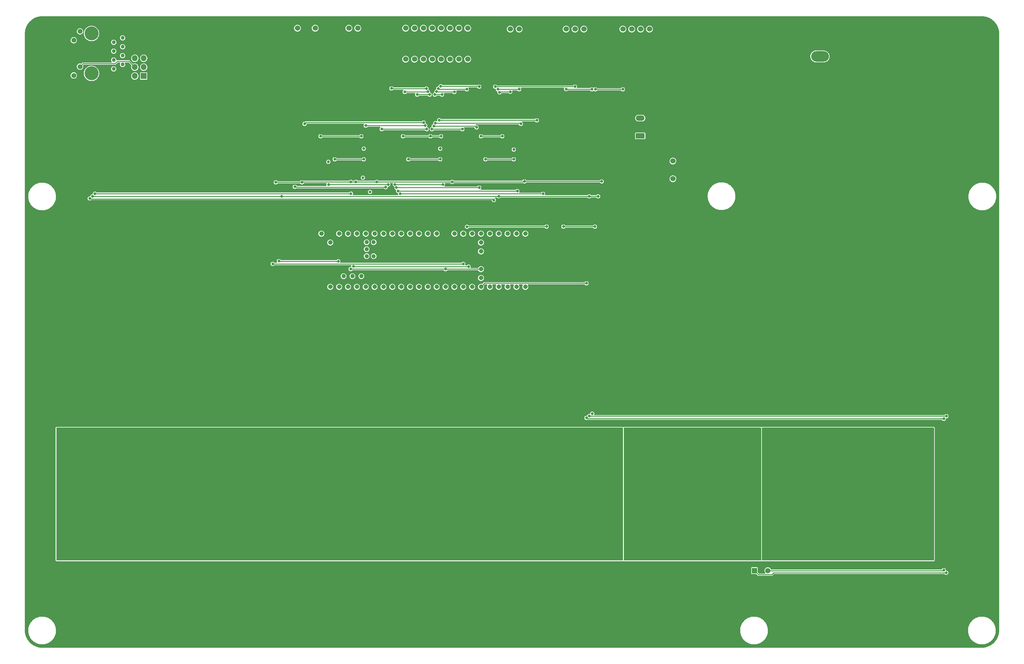
<source format=gbl>
G04 #@! TF.GenerationSoftware,KiCad,Pcbnew,(6.0.7)*
G04 #@! TF.CreationDate,2022-11-19T14:41:37-06:00*
G04 #@! TF.ProjectId,2023Rev1,32303233-5265-4763-912e-6b696361645f,rev?*
G04 #@! TF.SameCoordinates,Original*
G04 #@! TF.FileFunction,Copper,L2,Bot*
G04 #@! TF.FilePolarity,Positive*
%FSLAX46Y46*%
G04 Gerber Fmt 4.6, Leading zero omitted, Abs format (unit mm)*
G04 Created by KiCad (PCBNEW (6.0.7)) date 2022-11-19 14:41:37*
%MOMM*%
%LPD*%
G01*
G04 APERTURE LIST*
G04 Aperture macros list*
%AMHorizOval*
0 Thick line with rounded ends*
0 $1 width*
0 $2 $3 position (X,Y) of the first rounded end (center of the circle)*
0 $4 $5 position (X,Y) of the second rounded end (center of the circle)*
0 Add line between two ends*
20,1,$1,$2,$3,$4,$5,0*
0 Add two circle primitives to create the rounded ends*
1,1,$1,$2,$3*
1,1,$1,$4,$5*%
G04 Aperture macros list end*
G04 #@! TA.AperFunction,ComponentPad*
%ADD10C,1.524000*%
G04 #@! TD*
G04 #@! TA.AperFunction,ComponentPad*
%ADD11C,18.288000*%
G04 #@! TD*
G04 #@! TA.AperFunction,ComponentPad*
%ADD12C,1.308000*%
G04 #@! TD*
G04 #@! TA.AperFunction,ComponentPad*
%ADD13C,1.258000*%
G04 #@! TD*
G04 #@! TA.AperFunction,ComponentPad*
%ADD14C,1.208000*%
G04 #@! TD*
G04 #@! TA.AperFunction,ComponentPad*
%ADD15R,1.500000X1.500000*%
G04 #@! TD*
G04 #@! TA.AperFunction,ComponentPad*
%ADD16C,1.500000*%
G04 #@! TD*
G04 #@! TA.AperFunction,ComponentPad*
%ADD17C,0.800000*%
G04 #@! TD*
G04 #@! TA.AperFunction,ComponentPad*
%ADD18HorizOval,0.800000X0.000000X0.000000X0.000000X0.000000X0*%
G04 #@! TD*
G04 #@! TA.AperFunction,ComponentPad*
%ADD19HorizOval,0.800000X0.000000X0.000000X0.000000X0.000000X0*%
G04 #@! TD*
G04 #@! TA.AperFunction,ComponentPad*
%ADD20O,9.000000X6.000000*%
G04 #@! TD*
G04 #@! TA.AperFunction,ComponentPad*
%ADD21R,1.700000X1.700000*%
G04 #@! TD*
G04 #@! TA.AperFunction,ComponentPad*
%ADD22O,1.700000X1.700000*%
G04 #@! TD*
G04 #@! TA.AperFunction,ComponentPad*
%ADD23R,2.500000X1.500000*%
G04 #@! TD*
G04 #@! TA.AperFunction,ComponentPad*
%ADD24O,2.500000X1.500000*%
G04 #@! TD*
G04 #@! TA.AperFunction,ComponentPad*
%ADD25O,5.100000X3.000000*%
G04 #@! TD*
G04 #@! TA.AperFunction,ComponentPad*
%ADD26C,1.100000*%
G04 #@! TD*
G04 #@! TA.AperFunction,ComponentPad*
%ADD27C,1.400000*%
G04 #@! TD*
G04 #@! TA.AperFunction,ComponentPad*
%ADD28C,4.000000*%
G04 #@! TD*
G04 #@! TA.AperFunction,ComponentPad*
%ADD29C,2.000000*%
G04 #@! TD*
G04 #@! TA.AperFunction,ViaPad*
%ADD30C,0.800000*%
G04 #@! TD*
G04 #@! TA.AperFunction,Conductor*
%ADD31C,0.254000*%
G04 #@! TD*
G04 #@! TA.AperFunction,Conductor*
%ADD32C,0.250000*%
G04 #@! TD*
G04 APERTURE END LIST*
D10*
X260513102Y-79792102D03*
X260513102Y-82332102D03*
X260513102Y-84872102D03*
D11*
X324902102Y-130810000D03*
D12*
X162342102Y-115860102D03*
X164882102Y-115860102D03*
X167422102Y-115860102D03*
X169962102Y-115860102D03*
X195362102Y-115860102D03*
X164882102Y-100620102D03*
X205522102Y-110780102D03*
X172502102Y-115860102D03*
X175042102Y-115860102D03*
D13*
X166152102Y-112810102D03*
D12*
X177582102Y-115860102D03*
X180122102Y-115860102D03*
X182662102Y-115860102D03*
X185202102Y-115860102D03*
X187742102Y-115860102D03*
X190282102Y-115860102D03*
X192822102Y-115860102D03*
X192822102Y-100620102D03*
X190282102Y-100620102D03*
X187742102Y-100620102D03*
X185202102Y-100620102D03*
X182662102Y-100620102D03*
X180122102Y-100620102D03*
X177582102Y-100620102D03*
X175042102Y-100620102D03*
X172502102Y-100620102D03*
X169962102Y-100620102D03*
X167422102Y-100620102D03*
X197902102Y-115860102D03*
X200442102Y-115860102D03*
X202982102Y-115860102D03*
X205522102Y-115860102D03*
X208062102Y-115860102D03*
X210602102Y-115860102D03*
X213142102Y-115860102D03*
X215682102Y-115860102D03*
X218222102Y-115860102D03*
X218222102Y-100620102D03*
X215682102Y-100620102D03*
X213142102Y-100620102D03*
X210602102Y-100620102D03*
X208062102Y-100620102D03*
X205522102Y-100620102D03*
X202982102Y-100620102D03*
X200442102Y-100620102D03*
X197902102Y-100620102D03*
D13*
X171232102Y-112810102D03*
X168692102Y-112810102D03*
D12*
X159802102Y-115860102D03*
X195362102Y-100620102D03*
X162342102Y-100620102D03*
X205522102Y-108240102D03*
D14*
X174772102Y-105070102D03*
X172772102Y-105070102D03*
D12*
X205522102Y-103160102D03*
X205522102Y-105700102D03*
D14*
X172772102Y-103070102D03*
X174772102Y-103070102D03*
X174772102Y-107070102D03*
X172772102Y-107070102D03*
D13*
X173772102Y-112810102D03*
X176312102Y-112810102D03*
D12*
X205522102Y-113320102D03*
X159802102Y-100620102D03*
X162342102Y-103160102D03*
D15*
X283886102Y-197245000D03*
D16*
X285796102Y-197245000D03*
X287706102Y-197245000D03*
D17*
X287596102Y-174185000D03*
D18*
X286846102Y-176475000D03*
D17*
X290126102Y-177895000D03*
X292796102Y-173795000D03*
X294746102Y-175215000D03*
X293996102Y-177505000D03*
X293996102Y-174185000D03*
X290126102Y-173795000D03*
D19*
X286846102Y-175215000D03*
D17*
X288796102Y-173795000D03*
X291466102Y-177895000D03*
X294746102Y-176475000D03*
X288796102Y-177895000D03*
X287596102Y-177505000D03*
X291466102Y-173795000D03*
X292796102Y-177895000D03*
D20*
X290796102Y-175845000D03*
D18*
X284746102Y-175215000D03*
D19*
X284746102Y-176475000D03*
D20*
X280796102Y-175845000D03*
D17*
X276846102Y-176475000D03*
X283996102Y-174185000D03*
X281466102Y-177895000D03*
X277596102Y-177505000D03*
X283996102Y-177505000D03*
X277596102Y-174185000D03*
X281466102Y-173795000D03*
X282796102Y-173795000D03*
X280126102Y-173795000D03*
X282796102Y-177895000D03*
X278796102Y-173795000D03*
X280126102Y-177895000D03*
X278796102Y-177895000D03*
X276846102Y-175215000D03*
D11*
X324902102Y-175260000D03*
D21*
X108882102Y-55408102D03*
D22*
X106342102Y-55408102D03*
X108882102Y-52868102D03*
X106342102Y-52868102D03*
X108882102Y-50328102D03*
X106342102Y-50328102D03*
D11*
X109002102Y-176312102D03*
D23*
X251146602Y-72572602D03*
D24*
X251146602Y-70032602D03*
X251146602Y-67492602D03*
D25*
X294741000Y-49784000D03*
X302641000Y-49784000D03*
D10*
X213904102Y-41946102D03*
X216444102Y-41946102D03*
X218984102Y-41946102D03*
X152944102Y-41692102D03*
X155484102Y-41692102D03*
X158024102Y-41692102D03*
X246162102Y-41946102D03*
X248702102Y-41946102D03*
X251242102Y-41946102D03*
X253782102Y-41946102D03*
X253782102Y-41946102D03*
X181392102Y-50582102D03*
X183932102Y-50582102D03*
X186472102Y-50582102D03*
X189012102Y-50582102D03*
X191552102Y-50582102D03*
X194092102Y-50582102D03*
X196632102Y-50582102D03*
X199172102Y-50582102D03*
X201712102Y-50582102D03*
D26*
X100292102Y-53374102D03*
X102832102Y-52104102D03*
X100292102Y-50834102D03*
X102832102Y-49564102D03*
X100292102Y-48294102D03*
X102832102Y-47024102D03*
X100292102Y-45754102D03*
X102832102Y-44484102D03*
D27*
X88862102Y-55254102D03*
X90652102Y-52714102D03*
X88862102Y-45144102D03*
X90652102Y-42604102D03*
D28*
X93942102Y-54644102D03*
X93942102Y-43214102D03*
D29*
X96992102Y-41054102D03*
X96992102Y-56804102D03*
D10*
X181392102Y-41692102D03*
X183932102Y-41692102D03*
X186472102Y-41692102D03*
X189012102Y-41692102D03*
X191552102Y-41692102D03*
X194092102Y-41692102D03*
X196632102Y-41692102D03*
X199172102Y-41692102D03*
X201712102Y-41692102D03*
X229906102Y-41946102D03*
X232446102Y-41946102D03*
X234986102Y-41946102D03*
X237526102Y-41946102D03*
X237526102Y-41946102D03*
X167676102Y-41692102D03*
X170216102Y-41692102D03*
D30*
X161798000Y-80010000D03*
X173736000Y-88646000D03*
X171704000Y-84582000D03*
X154214102Y-85888102D03*
X94902755Y-89173049D03*
X168258602Y-85784602D03*
X175653602Y-85784602D03*
X146721102Y-85888102D03*
X240130990Y-85634102D03*
X197243602Y-85784602D03*
X169707602Y-85784602D03*
X168258602Y-89115602D03*
X217968102Y-85634102D03*
X230886000Y-102108000D03*
X226822000Y-111252000D03*
X236547602Y-89914602D03*
X213904102Y-59942602D03*
X239087602Y-89914602D03*
X236579738Y-152897678D03*
X338816856Y-197846857D03*
X210823925Y-60097077D03*
X148409602Y-89914602D03*
X94232602Y-89914602D03*
X338872102Y-152944102D03*
X210602102Y-89914602D03*
X276860000Y-190500000D03*
X274320000Y-157480000D03*
X264160000Y-162560000D03*
X256540000Y-165100000D03*
X255270000Y-163830000D03*
X276860000Y-180340000D03*
X250190000Y-166370000D03*
X254000000Y-182880000D03*
X281940000Y-170180000D03*
X264160000Y-182880000D03*
X248920000Y-187960000D03*
X264160000Y-167640000D03*
X274320000Y-162560000D03*
X250190000Y-158750000D03*
X264160000Y-187960000D03*
X269240000Y-157480000D03*
X281940000Y-190500000D03*
X266700000Y-180340000D03*
X256540000Y-157480000D03*
X261620000Y-180340000D03*
X248920000Y-167640000D03*
X269240000Y-182880000D03*
X276860000Y-185420000D03*
X251460000Y-157480000D03*
X259080000Y-172720000D03*
X261620000Y-185420000D03*
X276860000Y-160020000D03*
X269240000Y-162560000D03*
X251460000Y-180340000D03*
X284480000Y-162560000D03*
X269240000Y-172720000D03*
X274320000Y-172720000D03*
X279400000Y-187960000D03*
X254000000Y-187960000D03*
X281940000Y-185420000D03*
X264160000Y-177800000D03*
X254000000Y-193040000D03*
X264160000Y-193040000D03*
X284480000Y-167640000D03*
X271780000Y-180340000D03*
X284480000Y-157480000D03*
X256540000Y-180340000D03*
X252730000Y-163830000D03*
X264160000Y-172720000D03*
X271780000Y-175260000D03*
X281940000Y-180340000D03*
X284480000Y-193040000D03*
X251460000Y-175260000D03*
X261620000Y-160020000D03*
X284480000Y-187960000D03*
X271780000Y-185420000D03*
X269240000Y-167640000D03*
X254000000Y-177800000D03*
X261620000Y-175260000D03*
X251460000Y-162560000D03*
X255270000Y-166370000D03*
X261620000Y-170180000D03*
X266700000Y-165100000D03*
X274320000Y-182880000D03*
X276860000Y-170180000D03*
X251460000Y-160020000D03*
X256540000Y-190500000D03*
X274320000Y-193040000D03*
X254000000Y-162560000D03*
X261620000Y-165100000D03*
X261620000Y-190500000D03*
X271780000Y-190500000D03*
X254000000Y-172720000D03*
X251460000Y-185420000D03*
X266700000Y-190500000D03*
X252730000Y-166370000D03*
X248920000Y-165100000D03*
X274320000Y-177800000D03*
X250190000Y-161290000D03*
X248920000Y-182880000D03*
X266700000Y-175260000D03*
X274320000Y-187960000D03*
X250190000Y-163830000D03*
X256540000Y-170180000D03*
X256540000Y-185420000D03*
X281940000Y-165100000D03*
X252730000Y-161290000D03*
X259080000Y-162560000D03*
X248920000Y-160020000D03*
X259080000Y-157480000D03*
X255270000Y-158750000D03*
X271780000Y-170180000D03*
X259080000Y-182880000D03*
X271780000Y-160020000D03*
X256540000Y-175260000D03*
X248920000Y-162560000D03*
X269240000Y-177800000D03*
X256540000Y-160020000D03*
X254000000Y-157480000D03*
X281940000Y-160020000D03*
X248920000Y-193040000D03*
X269240000Y-187960000D03*
X259080000Y-193040000D03*
X259080000Y-167640000D03*
X284480000Y-182880000D03*
X279400000Y-167640000D03*
X252730000Y-158750000D03*
X279400000Y-182880000D03*
X266700000Y-160020000D03*
X251460000Y-170180000D03*
X266700000Y-170180000D03*
X254000000Y-160020000D03*
X254000000Y-167640000D03*
X266700000Y-185420000D03*
X279400000Y-157480000D03*
X269240000Y-193040000D03*
X248920000Y-177800000D03*
X271780000Y-165100000D03*
X255270000Y-161290000D03*
X256540000Y-162560000D03*
X274320000Y-167640000D03*
X276860000Y-165100000D03*
X259080000Y-177800000D03*
X259080000Y-187960000D03*
X251460000Y-165100000D03*
X254000000Y-165100000D03*
X279400000Y-162560000D03*
X279400000Y-193040000D03*
X248920000Y-172720000D03*
X251460000Y-190500000D03*
X248920000Y-157480000D03*
X154976102Y-69124102D03*
X179868102Y-58964102D03*
X189873207Y-58987065D03*
X189098704Y-68740084D03*
X189549602Y-69632102D03*
X183678102Y-59980102D03*
X171232102Y-72680102D03*
X159548102Y-72680102D03*
X190319354Y-59881469D03*
X172502102Y-69632102D03*
X177074102Y-70648102D03*
X163612102Y-79284102D03*
X171937102Y-79284102D03*
X190827602Y-60742102D03*
X189999602Y-70648102D03*
X187234102Y-60742102D03*
X171937102Y-76236102D03*
X191044102Y-72680102D03*
X194092102Y-72680102D03*
X183170102Y-72680102D03*
X192276602Y-60742102D03*
X193838102Y-79284102D03*
X194346102Y-60742102D03*
X200188102Y-70648102D03*
X191448602Y-70648102D03*
X193838102Y-76236102D03*
X184694102Y-79284102D03*
X211618102Y-72680102D03*
X192784850Y-59881469D03*
X204252102Y-70140102D03*
X197902102Y-59980102D03*
X205522102Y-72680102D03*
X191975702Y-69798885D03*
X214920102Y-76490102D03*
X193259999Y-59002129D03*
X192459141Y-68924075D03*
X201458102Y-59218102D03*
X214920102Y-79284102D03*
X206792102Y-79284102D03*
X216952102Y-69124102D03*
X205014102Y-58456102D03*
X193986625Y-58315820D03*
X221524102Y-68108102D03*
X193540475Y-68064476D03*
X237376577Y-152219602D03*
X237272102Y-59218102D03*
X229906102Y-59180602D03*
X209586102Y-58456102D03*
X232446102Y-58456102D03*
X216444102Y-59218102D03*
X210348102Y-59218102D03*
X231140000Y-175260000D03*
X231140000Y-190500000D03*
X231140000Y-160020000D03*
X236220000Y-160020000D03*
X226060000Y-165100000D03*
X220980000Y-160020000D03*
X233680000Y-162560000D03*
X243840000Y-193040000D03*
X203200000Y-193040000D03*
X241300000Y-175260000D03*
X200660000Y-185420000D03*
X233680000Y-193040000D03*
X226060000Y-170180000D03*
X223520000Y-172720000D03*
X210820000Y-170180000D03*
X233680000Y-157480000D03*
X198120000Y-182880000D03*
X241300000Y-180340000D03*
X198120000Y-162560000D03*
X220980000Y-165100000D03*
X215900000Y-185420000D03*
X208280000Y-162560000D03*
X243840000Y-187960000D03*
X200660000Y-190500000D03*
X218440000Y-182880000D03*
X215900000Y-175260000D03*
X203200000Y-182880000D03*
X208280000Y-157480000D03*
X223520000Y-162560000D03*
X203200000Y-162560000D03*
X238760000Y-172720000D03*
X203200000Y-157480000D03*
X213360000Y-162560000D03*
X220980000Y-175260000D03*
X213360000Y-187960000D03*
X238760000Y-193040000D03*
X226060000Y-185420000D03*
X228600000Y-177800000D03*
X210820000Y-160020000D03*
X200660000Y-165100000D03*
X218440000Y-172720000D03*
X213360000Y-167640000D03*
X203200000Y-187960000D03*
X226060000Y-180340000D03*
X198120000Y-172720000D03*
X203200000Y-167640000D03*
X233680000Y-172720000D03*
X228600000Y-187960000D03*
X215900000Y-190500000D03*
X236220000Y-165100000D03*
X210820000Y-175260000D03*
X218440000Y-162560000D03*
X218440000Y-167640000D03*
X231140000Y-170180000D03*
X223520000Y-187960000D03*
X236220000Y-175260000D03*
X233680000Y-182880000D03*
X215900000Y-160020000D03*
X236220000Y-190500000D03*
X238760000Y-177800000D03*
X243840000Y-177800000D03*
X238760000Y-162560000D03*
X205740000Y-175260000D03*
X210820000Y-185420000D03*
X198120000Y-167640000D03*
X200660000Y-180340000D03*
X218440000Y-177800000D03*
X208280000Y-172720000D03*
X223520000Y-193040000D03*
X213360000Y-177800000D03*
X215900000Y-165100000D03*
X208280000Y-193040000D03*
X238760000Y-187960000D03*
X233680000Y-167640000D03*
X205740000Y-160020000D03*
X205740000Y-165100000D03*
X233680000Y-177800000D03*
X200660000Y-170180000D03*
X238760000Y-182880000D03*
X215900000Y-170180000D03*
X228600000Y-172720000D03*
X241300000Y-170180000D03*
X213360000Y-182880000D03*
X198120000Y-193040000D03*
X241300000Y-190500000D03*
X218440000Y-157480000D03*
X223520000Y-177800000D03*
X241300000Y-185420000D03*
X205740000Y-190500000D03*
X200660000Y-160020000D03*
X208280000Y-167640000D03*
X231140000Y-180340000D03*
X236220000Y-180340000D03*
X223520000Y-157480000D03*
X198120000Y-157480000D03*
X215900000Y-180340000D03*
X210820000Y-190500000D03*
X220980000Y-180340000D03*
X228600000Y-167640000D03*
X223520000Y-167640000D03*
X243840000Y-167640000D03*
X205740000Y-180340000D03*
X236220000Y-170180000D03*
X231140000Y-165100000D03*
X203200000Y-177800000D03*
X208280000Y-187960000D03*
X236220000Y-185420000D03*
X238760000Y-157480000D03*
X220980000Y-190500000D03*
X223520000Y-182880000D03*
X200660000Y-175260000D03*
X218440000Y-187960000D03*
X243840000Y-172720000D03*
X208280000Y-182880000D03*
X210820000Y-180340000D03*
X218440000Y-193040000D03*
X226060000Y-175260000D03*
X233680000Y-187960000D03*
X208280000Y-177800000D03*
X210820000Y-165100000D03*
X228600000Y-193040000D03*
X243840000Y-182880000D03*
X226060000Y-160020000D03*
X205740000Y-170180000D03*
X213360000Y-172720000D03*
X231140000Y-185420000D03*
X203200000Y-187960000D03*
X213360000Y-193040000D03*
X228600000Y-162560000D03*
X228600000Y-182880000D03*
X228600000Y-157480000D03*
X238760000Y-167640000D03*
X205740000Y-185420000D03*
X213360000Y-157480000D03*
X198120000Y-177800000D03*
X220980000Y-170180000D03*
X220980000Y-185420000D03*
X226060000Y-190500000D03*
X198120000Y-187960000D03*
X203200000Y-172720000D03*
X200442102Y-109331102D03*
X145832102Y-109291102D03*
X178240487Y-87277526D03*
X152182102Y-87158102D03*
X93434125Y-90515801D03*
X209210099Y-90973099D03*
X178941602Y-86551026D03*
X161834102Y-86509102D03*
X194600102Y-86509102D03*
X180848602Y-86509102D03*
X181302602Y-87409525D03*
X205014102Y-87412102D03*
X181756602Y-88382002D03*
X215936102Y-88428102D03*
X223302102Y-89190102D03*
X182348547Y-89187363D03*
X164628102Y-108564602D03*
X147610102Y-108494102D03*
X168184102Y-110780102D03*
X195362102Y-110780102D03*
X338110102Y-197140102D03*
X338110102Y-153706102D03*
X235748102Y-114844102D03*
X235748102Y-153452102D03*
X224318102Y-98588102D03*
X201526599Y-98656599D03*
X314960000Y-162560000D03*
X312420000Y-165100000D03*
X309880000Y-157480000D03*
X327660000Y-185420000D03*
X320040000Y-157480000D03*
X309880000Y-182880000D03*
X294640000Y-187960000D03*
X322580000Y-160020000D03*
X307340000Y-170180000D03*
X312420000Y-160020000D03*
X320040000Y-187960000D03*
X309880000Y-162560000D03*
X292100000Y-190500000D03*
X322580000Y-185420000D03*
X289560000Y-157480000D03*
X330200000Y-187960000D03*
X332740000Y-160020000D03*
X325120000Y-193040000D03*
X304800000Y-187960000D03*
X302677102Y-163964000D03*
X299720000Y-193040000D03*
X309880000Y-172720000D03*
X317500000Y-190500000D03*
X317500000Y-185420000D03*
X312420000Y-185420000D03*
X292100000Y-170180000D03*
X309880000Y-193040000D03*
X304800000Y-177800000D03*
X304800000Y-182880000D03*
X304800000Y-172720000D03*
X297180000Y-160020000D03*
X297180000Y-170180000D03*
X314960000Y-193040000D03*
X297180000Y-185420000D03*
X330200000Y-157480000D03*
X320040000Y-162560000D03*
X289560000Y-162560000D03*
X299720000Y-167640000D03*
X292100000Y-180340000D03*
X294640000Y-167640000D03*
X299720000Y-182880000D03*
X294640000Y-182880000D03*
X292100000Y-160020000D03*
X297180000Y-165100000D03*
X294640000Y-162560000D03*
X289560000Y-187960000D03*
X325120000Y-187960000D03*
X309880000Y-177800000D03*
X307340000Y-185420000D03*
X312420000Y-170180000D03*
X309880000Y-187960000D03*
X297180000Y-190500000D03*
X307340000Y-190500000D03*
X297180000Y-175260000D03*
X312420000Y-190500000D03*
X302260000Y-185420000D03*
X327660000Y-165100000D03*
X317500000Y-165100000D03*
X307340000Y-180340000D03*
X314960000Y-157480000D03*
X322580000Y-165100000D03*
X304800000Y-167640000D03*
X302260000Y-170180000D03*
X327660000Y-160020000D03*
X307340000Y-175260000D03*
X294640000Y-193040000D03*
X289560000Y-167640000D03*
X332740000Y-190500000D03*
X314960000Y-167640000D03*
X302260000Y-190500000D03*
X330200000Y-162560000D03*
X299720000Y-177800000D03*
X327660000Y-190500000D03*
X294640000Y-157480000D03*
X332740000Y-165100000D03*
X307340000Y-160020000D03*
X325120000Y-162560000D03*
X302677102Y-159167102D03*
X304800000Y-193040000D03*
X299720000Y-162560000D03*
X314960000Y-172720000D03*
X314960000Y-177800000D03*
X320040000Y-193040000D03*
X297180000Y-180340000D03*
X314960000Y-187960000D03*
X299720000Y-157480000D03*
X289560000Y-182880000D03*
X289560000Y-193040000D03*
X302260000Y-175260000D03*
X312420000Y-175260000D03*
X302260000Y-180340000D03*
X330200000Y-193040000D03*
X299720000Y-172720000D03*
X302677102Y-159167102D03*
X292100000Y-165100000D03*
X299720000Y-187960000D03*
X312420000Y-180340000D03*
X322580000Y-190500000D03*
X325120000Y-157480000D03*
X332740000Y-185420000D03*
X314960000Y-182880000D03*
X307340000Y-165100000D03*
X309880000Y-167640000D03*
X317500000Y-160020000D03*
X292100000Y-185420000D03*
X168946102Y-110018102D03*
X201966102Y-110055602D03*
X238288102Y-59218102D03*
X246162102Y-59218102D03*
X229144102Y-98588102D03*
X238156602Y-98588102D03*
D31*
X168201155Y-89173049D02*
X94902755Y-89173049D01*
X168258602Y-89115602D02*
X168201155Y-89173049D01*
D32*
X217968102Y-85634102D02*
X240130990Y-85634102D01*
X217817602Y-85784602D02*
X217968102Y-85634102D01*
X175653602Y-85784602D02*
X170366602Y-85784602D01*
X215277602Y-85784602D02*
X197243602Y-85784602D01*
X215277602Y-85784602D02*
X217817602Y-85784602D01*
X177328102Y-85784602D02*
X175653602Y-85784602D01*
X170366602Y-85784602D02*
X158024102Y-85784602D01*
X197243602Y-85784602D02*
X196632102Y-85784602D01*
X196632102Y-85784602D02*
X177328102Y-85784602D01*
X158024102Y-85784602D02*
X154317602Y-85784602D01*
X154214102Y-85888102D02*
X146721102Y-85888102D01*
X154317602Y-85784602D02*
X154214102Y-85888102D01*
X210602102Y-89914602D02*
X210639602Y-89952102D01*
X210602102Y-89914602D02*
X148409602Y-89914602D01*
X338872102Y-152944102D02*
X236626162Y-152944102D01*
X289342102Y-197902102D02*
X288834102Y-198410102D01*
X288834102Y-198410102D02*
X285051204Y-198410102D01*
X213904102Y-59942602D02*
X210978400Y-59942602D01*
X236547602Y-89914602D02*
X210602102Y-89914602D01*
X285051204Y-198410102D02*
X283886102Y-197245000D01*
X210978400Y-59942602D02*
X210823925Y-60097077D01*
X236626162Y-152944102D02*
X236579738Y-152897678D01*
X239087602Y-89914602D02*
X236547602Y-89914602D01*
X338834602Y-152981602D02*
X338872102Y-152944102D01*
X338761611Y-197902102D02*
X289342102Y-197902102D01*
X148409602Y-89914602D02*
X94232602Y-89914602D01*
X338816856Y-197846857D02*
X338761611Y-197902102D01*
X179891065Y-58987065D02*
X179868102Y-58964102D01*
X155360120Y-68740084D02*
X154976102Y-69124102D01*
X189098704Y-68740084D02*
X155360120Y-68740084D01*
X189873207Y-58987065D02*
X179891065Y-58987065D01*
X189549602Y-69632102D02*
X172502102Y-69632102D01*
X190220721Y-59980102D02*
X183678102Y-59980102D01*
X171232102Y-72680102D02*
X159548102Y-72680102D01*
X190319354Y-59881469D02*
X190220721Y-59980102D01*
X163612102Y-79284102D02*
X172248102Y-79284102D01*
X189999602Y-70648102D02*
X177074102Y-70648102D01*
X190827602Y-60742102D02*
X187234102Y-60742102D01*
X191044102Y-72680102D02*
X194092102Y-72680102D01*
X191044102Y-72680102D02*
X183170102Y-72680102D01*
X191448602Y-70648102D02*
X200188102Y-70648102D01*
X192276602Y-60742102D02*
X194346102Y-60742102D01*
X184694102Y-79284102D02*
X193838102Y-79284102D01*
X192883483Y-59980102D02*
X197902102Y-59980102D01*
X191975702Y-69798885D02*
X203910885Y-69798885D01*
X203910885Y-69798885D02*
X204252102Y-70140102D01*
X205522102Y-72680102D02*
X211618102Y-72680102D01*
X192784850Y-59881469D02*
X192883483Y-59980102D01*
X193259999Y-59002129D02*
X193475972Y-59218102D01*
X192459141Y-68924075D02*
X216752075Y-68924075D01*
X216752075Y-68924075D02*
X216952102Y-69124102D01*
X193475972Y-59218102D02*
X201458102Y-59218102D01*
X206792102Y-79284102D02*
X214920102Y-79284102D01*
X204873820Y-58315820D02*
X205014102Y-58456102D01*
X193540475Y-68064476D02*
X221480476Y-68064476D01*
X193986625Y-58315820D02*
X204873820Y-58315820D01*
X221480476Y-68064476D02*
X221524102Y-68108102D01*
X237055602Y-59180602D02*
X237234602Y-59180602D01*
X237234602Y-59180602D02*
X237272102Y-59218102D01*
X229906102Y-59180602D02*
X237055602Y-59180602D01*
X209586102Y-58456102D02*
X232446102Y-58456102D01*
X210348102Y-59218102D02*
X216444102Y-59218102D01*
D31*
X200402102Y-109291102D02*
X145832102Y-109291102D01*
X200442102Y-109331102D02*
X200402102Y-109291102D01*
X178240487Y-87277526D02*
X152301526Y-87277526D01*
X152301526Y-87277526D02*
X152182102Y-87158102D01*
X198897102Y-90641602D02*
X93559926Y-90641602D01*
X93559926Y-90641602D02*
X93434125Y-90515801D01*
X198897102Y-90641602D02*
X208878602Y-90641602D01*
X208878602Y-90641602D02*
X209210099Y-90973099D01*
X178941602Y-86551026D02*
X161876026Y-86551026D01*
X161876026Y-86551026D02*
X161834102Y-86509102D01*
X180848602Y-86509102D02*
X194600102Y-86509102D01*
X181302602Y-87409525D02*
X181305179Y-87412102D01*
X181305179Y-87412102D02*
X205014102Y-87412102D01*
X181756602Y-88382002D02*
X215890002Y-88382002D01*
X215890002Y-88382002D02*
X215936102Y-88428102D01*
D32*
X219238102Y-89190102D02*
X223302102Y-89190102D01*
X182351286Y-89190102D02*
X219238102Y-89190102D01*
X182348547Y-89187363D02*
X182351286Y-89190102D01*
X148118102Y-108564602D02*
X164628102Y-108564602D01*
X147680602Y-108564602D02*
X147610102Y-108494102D01*
X148118102Y-108564602D02*
X147680602Y-108564602D01*
D31*
X168184102Y-110780102D02*
X195362102Y-110780102D01*
D32*
X205522102Y-110780102D02*
X195362102Y-110780102D01*
X338005204Y-197245000D02*
X287706102Y-197245000D01*
X207046102Y-114844102D02*
X235748102Y-114844102D01*
X338110102Y-197140102D02*
X338005204Y-197245000D01*
X236002102Y-153706102D02*
X338110102Y-153706102D01*
X235748102Y-153452102D02*
X236002102Y-153706102D01*
X205522102Y-115860102D02*
X206538102Y-114844102D01*
X206538102Y-114844102D02*
X207046102Y-114844102D01*
D31*
X201595096Y-98588102D02*
X224318102Y-98588102D01*
X201526599Y-98656599D02*
X201595096Y-98588102D01*
D32*
X104703102Y-51229102D02*
X101317079Y-51229102D01*
X106342102Y-52868102D02*
X104703102Y-51229102D01*
X91514102Y-51852102D02*
X90652102Y-52714102D01*
X100694079Y-51852102D02*
X91514102Y-51852102D01*
X101317079Y-51229102D02*
X100694079Y-51852102D01*
X168983602Y-110055602D02*
X168946102Y-110018102D01*
X201966102Y-110055602D02*
X168983602Y-110055602D01*
D31*
X237884102Y-98588102D02*
X238156602Y-98588102D01*
X238288102Y-59218102D02*
X246162102Y-59218102D01*
X229144102Y-98588102D02*
X237884102Y-98588102D01*
G04 #@! TA.AperFunction,Conductor*
G36*
X335258223Y-156266104D02*
G01*
X335304716Y-156319760D01*
X335316102Y-156372102D01*
X335316102Y-194220102D01*
X335296100Y-194288223D01*
X335242444Y-194334716D01*
X335190102Y-194346102D01*
X286117602Y-194346102D01*
X286049481Y-194326100D01*
X286002988Y-194272444D01*
X285991602Y-194220102D01*
X285991602Y-156372102D01*
X286011604Y-156303981D01*
X286065260Y-156257488D01*
X286117602Y-156246102D01*
X335190102Y-156246102D01*
X335258223Y-156266104D01*
G37*
G04 #@! TD.AperFunction*
G04 #@! TA.AperFunction,Conductor*
G36*
X246152723Y-156266104D02*
G01*
X246199216Y-156319760D01*
X246210602Y-156372102D01*
X246210602Y-194220102D01*
X246190600Y-194288223D01*
X246136944Y-194334716D01*
X246084602Y-194346102D01*
X83982102Y-194346102D01*
X83913981Y-194326100D01*
X83867488Y-194272444D01*
X83856102Y-194220102D01*
X83856102Y-156372102D01*
X83876104Y-156303981D01*
X83929760Y-156257488D01*
X83982102Y-156246102D01*
X246084602Y-156246102D01*
X246152723Y-156266104D01*
G37*
G04 #@! TD.AperFunction*
G04 #@! TA.AperFunction,Conductor*
G36*
X349000283Y-38263807D02*
G01*
X349016079Y-38263807D01*
X349032102Y-38268100D01*
X349044427Y-38264797D01*
X349046486Y-38265402D01*
X349046537Y-38264232D01*
X349458246Y-38282208D01*
X349469194Y-38283166D01*
X349886651Y-38338125D01*
X349897456Y-38340031D01*
X350308538Y-38431166D01*
X350319148Y-38434009D01*
X350720712Y-38560622D01*
X350731027Y-38564375D01*
X351120051Y-38725514D01*
X351129986Y-38730147D01*
X351503479Y-38924576D01*
X351512988Y-38930066D01*
X351868101Y-39156298D01*
X351877105Y-39162603D01*
X352211140Y-39418918D01*
X352219560Y-39425983D01*
X352328190Y-39525523D01*
X352503477Y-39686144D01*
X352529990Y-39710439D01*
X352537763Y-39718212D01*
X352822214Y-40028636D01*
X352829280Y-40037056D01*
X353085605Y-40371106D01*
X353091909Y-40380110D01*
X353318136Y-40735216D01*
X353323631Y-40744734D01*
X353518044Y-41118198D01*
X353518045Y-41118200D01*
X353522687Y-41128153D01*
X353683823Y-41517170D01*
X353687579Y-41527492D01*
X353760336Y-41758247D01*
X353814192Y-41929055D01*
X353817035Y-41939666D01*
X353908170Y-42350748D01*
X353910076Y-42361553D01*
X353948087Y-42650284D01*
X353965034Y-42779009D01*
X353965992Y-42789958D01*
X353971334Y-42912318D01*
X353983968Y-43201680D01*
X353983092Y-43201718D01*
X353983501Y-43203424D01*
X353980104Y-43216102D01*
X353984397Y-43232124D01*
X353984397Y-43247921D01*
X353984602Y-43249478D01*
X353984602Y-214378726D01*
X353984397Y-214380283D01*
X353984397Y-214396079D01*
X353980104Y-214412102D01*
X353983407Y-214424427D01*
X353982802Y-214426486D01*
X353983972Y-214426537D01*
X353965996Y-214838245D01*
X353965038Y-214849194D01*
X353929826Y-215116659D01*
X353910080Y-215266643D01*
X353908173Y-215277456D01*
X353823062Y-215661367D01*
X353817040Y-215688532D01*
X353814195Y-215699148D01*
X353687582Y-216100712D01*
X353683829Y-216111027D01*
X353522690Y-216500052D01*
X353518057Y-216509987D01*
X353323628Y-216883480D01*
X353318139Y-216892987D01*
X353313849Y-216899721D01*
X353091906Y-217248102D01*
X353085601Y-217257106D01*
X352829286Y-217591141D01*
X352822221Y-217599561D01*
X352539037Y-217908604D01*
X352537765Y-217909992D01*
X352529996Y-217917761D01*
X352351921Y-218080936D01*
X352219561Y-218202221D01*
X352211141Y-218209286D01*
X351877106Y-218465601D01*
X351868102Y-218471906D01*
X351512989Y-218698138D01*
X351503480Y-218703628D01*
X351129987Y-218898057D01*
X351120052Y-218902690D01*
X350731031Y-219063827D01*
X350720712Y-219067582D01*
X350348096Y-219185068D01*
X350319149Y-219194195D01*
X350308538Y-219197038D01*
X349897456Y-219288173D01*
X349886651Y-219290079D01*
X349494876Y-219341657D01*
X349469195Y-219345038D01*
X349458246Y-219345996D01*
X349046537Y-219363972D01*
X349046499Y-219363091D01*
X349044784Y-219363502D01*
X349032102Y-219360104D01*
X349016079Y-219364397D01*
X349000283Y-219364397D01*
X348998726Y-219364602D01*
X79825478Y-219364602D01*
X79823921Y-219364397D01*
X79808125Y-219364397D01*
X79792102Y-219360104D01*
X79779777Y-219363407D01*
X79777718Y-219362802D01*
X79777667Y-219363972D01*
X79365958Y-219345996D01*
X79355009Y-219345038D01*
X78937552Y-219290080D01*
X78926747Y-219288174D01*
X78515665Y-219197039D01*
X78505054Y-219194196D01*
X78476104Y-219185068D01*
X78103489Y-219067583D01*
X78093175Y-219063830D01*
X77704151Y-218902691D01*
X77694207Y-218898053D01*
X77320733Y-218703635D01*
X77311214Y-218698140D01*
X76956108Y-218471912D01*
X76947104Y-218465608D01*
X76661766Y-218246661D01*
X76613051Y-218209280D01*
X76604634Y-218202217D01*
X76538062Y-218141215D01*
X76294206Y-217917762D01*
X76286437Y-217909993D01*
X76285165Y-217908604D01*
X76001979Y-217599561D01*
X75994915Y-217591142D01*
X75738600Y-217257107D01*
X75732295Y-217248103D01*
X75506062Y-216892990D01*
X75500566Y-216883470D01*
X75306149Y-216509997D01*
X75301507Y-216500044D01*
X75193631Y-216239607D01*
X75140371Y-216111027D01*
X75136615Y-216100706D01*
X75115320Y-216033165D01*
X75010005Y-215699149D01*
X75007160Y-215688533D01*
X75001786Y-215664291D01*
X74916027Y-215277457D01*
X74914120Y-215266644D01*
X74859162Y-214849195D01*
X74858204Y-214838245D01*
X74843236Y-214495424D01*
X75814329Y-214495424D01*
X75842272Y-214890084D01*
X75909275Y-215280017D01*
X76014674Y-215661367D01*
X76015804Y-215664287D01*
X76015805Y-215664291D01*
X76099095Y-215879581D01*
X76157428Y-216030363D01*
X76158843Y-216033157D01*
X76158846Y-216033165D01*
X76261987Y-216236906D01*
X76336125Y-216383357D01*
X76548997Y-216716857D01*
X76793940Y-217027565D01*
X76796115Y-217029821D01*
X76796120Y-217029827D01*
X76919570Y-217157886D01*
X77068531Y-217312410D01*
X77070924Y-217314443D01*
X77367661Y-217566540D01*
X77367669Y-217566547D01*
X77370056Y-217568574D01*
X77372636Y-217570357D01*
X77692959Y-217791747D01*
X77692968Y-217791752D01*
X77695531Y-217793524D01*
X77698266Y-217795037D01*
X77698271Y-217795040D01*
X77863059Y-217886195D01*
X78041740Y-217985036D01*
X78044609Y-217986269D01*
X78044620Y-217986274D01*
X78402389Y-218139983D01*
X78405257Y-218141215D01*
X78408234Y-218142156D01*
X78408238Y-218142158D01*
X78537013Y-218182884D01*
X78782489Y-218260518D01*
X79169705Y-218341764D01*
X79172823Y-218342100D01*
X79560624Y-218383887D01*
X79560627Y-218383887D01*
X79563075Y-218384151D01*
X79565538Y-218384222D01*
X79565539Y-218384222D01*
X79569188Y-218384327D01*
X79620393Y-218385802D01*
X79891454Y-218385802D01*
X79893017Y-218385724D01*
X79893025Y-218385724D01*
X79989393Y-218380926D01*
X80187260Y-218371076D01*
X80190345Y-218370612D01*
X80190347Y-218370612D01*
X80575418Y-218312719D01*
X80578511Y-218312254D01*
X80779686Y-218261162D01*
X80958941Y-218215637D01*
X80958944Y-218215636D01*
X80961984Y-218214864D01*
X80977351Y-218209286D01*
X81330951Y-218080936D01*
X81330961Y-218080932D01*
X81333889Y-218079869D01*
X81690548Y-217908604D01*
X82028433Y-217702763D01*
X82170508Y-217595507D01*
X82341709Y-217466264D01*
X82341712Y-217466262D01*
X82344203Y-217464381D01*
X82346485Y-217462271D01*
X82346494Y-217462264D01*
X82548191Y-217275816D01*
X82634736Y-217195815D01*
X82783853Y-217027565D01*
X82895074Y-216902073D01*
X82895079Y-216902067D01*
X82897158Y-216899721D01*
X82902022Y-216892990D01*
X82973266Y-216794388D01*
X83128875Y-216579028D01*
X83327595Y-216236906D01*
X83387135Y-216105956D01*
X83490061Y-215879581D01*
X83490062Y-215879578D01*
X83491353Y-215876739D01*
X83618530Y-215502089D01*
X83707868Y-215116659D01*
X83758483Y-214724263D01*
X83765075Y-214495424D01*
X279776329Y-214495424D01*
X279804272Y-214890084D01*
X279871275Y-215280017D01*
X279976674Y-215661367D01*
X279977804Y-215664287D01*
X279977805Y-215664291D01*
X280061095Y-215879581D01*
X280119428Y-216030363D01*
X280120843Y-216033157D01*
X280120846Y-216033165D01*
X280223987Y-216236906D01*
X280298125Y-216383357D01*
X280510997Y-216716857D01*
X280755940Y-217027565D01*
X280758115Y-217029821D01*
X280758120Y-217029827D01*
X280881570Y-217157886D01*
X281030531Y-217312410D01*
X281032924Y-217314443D01*
X281329661Y-217566540D01*
X281329669Y-217566547D01*
X281332056Y-217568574D01*
X281334636Y-217570357D01*
X281654959Y-217791747D01*
X281654968Y-217791752D01*
X281657531Y-217793524D01*
X281660266Y-217795037D01*
X281660271Y-217795040D01*
X281825059Y-217886195D01*
X282003740Y-217985036D01*
X282006609Y-217986269D01*
X282006620Y-217986274D01*
X282364389Y-218139983D01*
X282367257Y-218141215D01*
X282370234Y-218142156D01*
X282370238Y-218142158D01*
X282499013Y-218182884D01*
X282744489Y-218260518D01*
X283131705Y-218341764D01*
X283134823Y-218342100D01*
X283522624Y-218383887D01*
X283522627Y-218383887D01*
X283525075Y-218384151D01*
X283527538Y-218384222D01*
X283527539Y-218384222D01*
X283531188Y-218384327D01*
X283582393Y-218385802D01*
X283853454Y-218385802D01*
X283855017Y-218385724D01*
X283855025Y-218385724D01*
X283951393Y-218380926D01*
X284149260Y-218371076D01*
X284152345Y-218370612D01*
X284152347Y-218370612D01*
X284537418Y-218312719D01*
X284540511Y-218312254D01*
X284741686Y-218261162D01*
X284920941Y-218215637D01*
X284920944Y-218215636D01*
X284923984Y-218214864D01*
X284939351Y-218209286D01*
X285292951Y-218080936D01*
X285292961Y-218080932D01*
X285295889Y-218079869D01*
X285652548Y-217908604D01*
X285990433Y-217702763D01*
X286132508Y-217595507D01*
X286303709Y-217466264D01*
X286303712Y-217466262D01*
X286306203Y-217464381D01*
X286308485Y-217462271D01*
X286308494Y-217462264D01*
X286510191Y-217275816D01*
X286596736Y-217195815D01*
X286745853Y-217027565D01*
X286857074Y-216902073D01*
X286857079Y-216902067D01*
X286859158Y-216899721D01*
X286864022Y-216892990D01*
X286935266Y-216794388D01*
X287090875Y-216579028D01*
X287289595Y-216236906D01*
X287349135Y-216105956D01*
X287452061Y-215879581D01*
X287452062Y-215879578D01*
X287453353Y-215876739D01*
X287580530Y-215502089D01*
X287669868Y-215116659D01*
X287720483Y-214724263D01*
X287727075Y-214495424D01*
X345054329Y-214495424D01*
X345082272Y-214890084D01*
X345149275Y-215280017D01*
X345254674Y-215661367D01*
X345255804Y-215664287D01*
X345255805Y-215664291D01*
X345339095Y-215879581D01*
X345397428Y-216030363D01*
X345398843Y-216033157D01*
X345398846Y-216033165D01*
X345501987Y-216236906D01*
X345576125Y-216383357D01*
X345788997Y-216716857D01*
X346033940Y-217027565D01*
X346036115Y-217029821D01*
X346036120Y-217029827D01*
X346159570Y-217157886D01*
X346308531Y-217312410D01*
X346310924Y-217314443D01*
X346607661Y-217566540D01*
X346607669Y-217566547D01*
X346610056Y-217568574D01*
X346612636Y-217570357D01*
X346932959Y-217791747D01*
X346932968Y-217791752D01*
X346935531Y-217793524D01*
X346938266Y-217795037D01*
X346938271Y-217795040D01*
X347103059Y-217886195D01*
X347281740Y-217985036D01*
X347284609Y-217986269D01*
X347284620Y-217986274D01*
X347642389Y-218139983D01*
X347645257Y-218141215D01*
X347648234Y-218142156D01*
X347648238Y-218142158D01*
X347777013Y-218182884D01*
X348022489Y-218260518D01*
X348409705Y-218341764D01*
X348412823Y-218342100D01*
X348800624Y-218383887D01*
X348800627Y-218383887D01*
X348803075Y-218384151D01*
X348805538Y-218384222D01*
X348805539Y-218384222D01*
X348809188Y-218384327D01*
X348860393Y-218385802D01*
X349131454Y-218385802D01*
X349133017Y-218385724D01*
X349133025Y-218385724D01*
X349229393Y-218380926D01*
X349427260Y-218371076D01*
X349430345Y-218370612D01*
X349430347Y-218370612D01*
X349815418Y-218312719D01*
X349818511Y-218312254D01*
X350019686Y-218261162D01*
X350198941Y-218215637D01*
X350198944Y-218215636D01*
X350201984Y-218214864D01*
X350217351Y-218209286D01*
X350570951Y-218080936D01*
X350570961Y-218080932D01*
X350573889Y-218079869D01*
X350930548Y-217908604D01*
X351268433Y-217702763D01*
X351410508Y-217595507D01*
X351581709Y-217466264D01*
X351581712Y-217466262D01*
X351584203Y-217464381D01*
X351586485Y-217462271D01*
X351586494Y-217462264D01*
X351788191Y-217275816D01*
X351874736Y-217195815D01*
X352023853Y-217027565D01*
X352135074Y-216902073D01*
X352135079Y-216902067D01*
X352137158Y-216899721D01*
X352142022Y-216892990D01*
X352213266Y-216794388D01*
X352368875Y-216579028D01*
X352567595Y-216236906D01*
X352627135Y-216105956D01*
X352730061Y-215879581D01*
X352730062Y-215879578D01*
X352731353Y-215876739D01*
X352858530Y-215502089D01*
X352947868Y-215116659D01*
X352998483Y-214724263D01*
X353009875Y-214328780D01*
X352981932Y-213934120D01*
X352914929Y-213544187D01*
X352809530Y-213162837D01*
X352726209Y-212947465D01*
X352667911Y-212796774D01*
X352667909Y-212796769D01*
X352666776Y-212793841D01*
X352563656Y-212590139D01*
X352489498Y-212443650D01*
X352488079Y-212440847D01*
X352275207Y-212107347D01*
X352030264Y-211796639D01*
X352028089Y-211794383D01*
X352028084Y-211794377D01*
X351866024Y-211626266D01*
X351755673Y-211511794D01*
X351753101Y-211509609D01*
X351456543Y-211257664D01*
X351456535Y-211257657D01*
X351454148Y-211255630D01*
X351259993Y-211121441D01*
X351131245Y-211032457D01*
X351131236Y-211032452D01*
X351128673Y-211030680D01*
X351125938Y-211029167D01*
X351125933Y-211029164D01*
X350918182Y-210914243D01*
X350782464Y-210839168D01*
X350779595Y-210837935D01*
X350779584Y-210837930D01*
X350421815Y-210684221D01*
X350421812Y-210684220D01*
X350418947Y-210682989D01*
X350415970Y-210682048D01*
X350415966Y-210682046D01*
X350287191Y-210641320D01*
X350041715Y-210563686D01*
X349654499Y-210482440D01*
X349651381Y-210482104D01*
X349263580Y-210440317D01*
X349263577Y-210440317D01*
X349261129Y-210440053D01*
X349258666Y-210439982D01*
X349258665Y-210439982D01*
X349255016Y-210439877D01*
X349203811Y-210438402D01*
X348932750Y-210438402D01*
X348931187Y-210438480D01*
X348931179Y-210438480D01*
X348834811Y-210443278D01*
X348636944Y-210453128D01*
X348633859Y-210453592D01*
X348633857Y-210453592D01*
X348444212Y-210482104D01*
X348245693Y-210511950D01*
X348242658Y-210512721D01*
X348242657Y-210512721D01*
X347865263Y-210608567D01*
X347865260Y-210608568D01*
X347862220Y-210609340D01*
X347859273Y-210610410D01*
X347859272Y-210610410D01*
X347493253Y-210743268D01*
X347493243Y-210743272D01*
X347490315Y-210744335D01*
X347133656Y-210915600D01*
X346795771Y-211121441D01*
X346480001Y-211359823D01*
X346477719Y-211361933D01*
X346477710Y-211361940D01*
X346317799Y-211509761D01*
X346189468Y-211628389D01*
X346187396Y-211630727D01*
X346187391Y-211630732D01*
X345929130Y-211922131D01*
X345929125Y-211922137D01*
X345927046Y-211924483D01*
X345695329Y-212245176D01*
X345496609Y-212587298D01*
X345495319Y-212590135D01*
X345495317Y-212590139D01*
X345401366Y-212796774D01*
X345332851Y-212947465D01*
X345205674Y-213322115D01*
X345116336Y-213707545D01*
X345065721Y-214099941D01*
X345054329Y-214495424D01*
X287727075Y-214495424D01*
X287731875Y-214328780D01*
X287703932Y-213934120D01*
X287636929Y-213544187D01*
X287531530Y-213162837D01*
X287448209Y-212947465D01*
X287389911Y-212796774D01*
X287389909Y-212796769D01*
X287388776Y-212793841D01*
X287285656Y-212590139D01*
X287211498Y-212443650D01*
X287210079Y-212440847D01*
X286997207Y-212107347D01*
X286752264Y-211796639D01*
X286750089Y-211794383D01*
X286750084Y-211794377D01*
X286588024Y-211626266D01*
X286477673Y-211511794D01*
X286475101Y-211509609D01*
X286178543Y-211257664D01*
X286178535Y-211257657D01*
X286176148Y-211255630D01*
X285981993Y-211121441D01*
X285853245Y-211032457D01*
X285853236Y-211032452D01*
X285850673Y-211030680D01*
X285847938Y-211029167D01*
X285847933Y-211029164D01*
X285640182Y-210914243D01*
X285504464Y-210839168D01*
X285501595Y-210837935D01*
X285501584Y-210837930D01*
X285143815Y-210684221D01*
X285143812Y-210684220D01*
X285140947Y-210682989D01*
X285137970Y-210682048D01*
X285137966Y-210682046D01*
X285009191Y-210641320D01*
X284763715Y-210563686D01*
X284376499Y-210482440D01*
X284373381Y-210482104D01*
X283985580Y-210440317D01*
X283985577Y-210440317D01*
X283983129Y-210440053D01*
X283980666Y-210439982D01*
X283980665Y-210439982D01*
X283977016Y-210439877D01*
X283925811Y-210438402D01*
X283654750Y-210438402D01*
X283653187Y-210438480D01*
X283653179Y-210438480D01*
X283556811Y-210443278D01*
X283358944Y-210453128D01*
X283355859Y-210453592D01*
X283355857Y-210453592D01*
X283166212Y-210482104D01*
X282967693Y-210511950D01*
X282964658Y-210512721D01*
X282964657Y-210512721D01*
X282587263Y-210608567D01*
X282587260Y-210608568D01*
X282584220Y-210609340D01*
X282581273Y-210610410D01*
X282581272Y-210610410D01*
X282215253Y-210743268D01*
X282215243Y-210743272D01*
X282212315Y-210744335D01*
X281855656Y-210915600D01*
X281517771Y-211121441D01*
X281202001Y-211359823D01*
X281199719Y-211361933D01*
X281199710Y-211361940D01*
X281039799Y-211509761D01*
X280911468Y-211628389D01*
X280909396Y-211630727D01*
X280909391Y-211630732D01*
X280651130Y-211922131D01*
X280651125Y-211922137D01*
X280649046Y-211924483D01*
X280417329Y-212245176D01*
X280218609Y-212587298D01*
X280217319Y-212590135D01*
X280217317Y-212590139D01*
X280123366Y-212796774D01*
X280054851Y-212947465D01*
X279927674Y-213322115D01*
X279838336Y-213707545D01*
X279787721Y-214099941D01*
X279776329Y-214495424D01*
X83765075Y-214495424D01*
X83769875Y-214328780D01*
X83741932Y-213934120D01*
X83674929Y-213544187D01*
X83569530Y-213162837D01*
X83486209Y-212947465D01*
X83427911Y-212796774D01*
X83427909Y-212796769D01*
X83426776Y-212793841D01*
X83323656Y-212590139D01*
X83249498Y-212443650D01*
X83248079Y-212440847D01*
X83035207Y-212107347D01*
X82790264Y-211796639D01*
X82788089Y-211794383D01*
X82788084Y-211794377D01*
X82626024Y-211626266D01*
X82515673Y-211511794D01*
X82513101Y-211509609D01*
X82216543Y-211257664D01*
X82216535Y-211257657D01*
X82214148Y-211255630D01*
X82019993Y-211121441D01*
X81891245Y-211032457D01*
X81891236Y-211032452D01*
X81888673Y-211030680D01*
X81885938Y-211029167D01*
X81885933Y-211029164D01*
X81678182Y-210914243D01*
X81542464Y-210839168D01*
X81539595Y-210837935D01*
X81539584Y-210837930D01*
X81181815Y-210684221D01*
X81181812Y-210684220D01*
X81178947Y-210682989D01*
X81175970Y-210682048D01*
X81175966Y-210682046D01*
X81047191Y-210641320D01*
X80801715Y-210563686D01*
X80414499Y-210482440D01*
X80411381Y-210482104D01*
X80023580Y-210440317D01*
X80023577Y-210440317D01*
X80021129Y-210440053D01*
X80018666Y-210439982D01*
X80018665Y-210439982D01*
X80015016Y-210439877D01*
X79963811Y-210438402D01*
X79692750Y-210438402D01*
X79691187Y-210438480D01*
X79691179Y-210438480D01*
X79594811Y-210443278D01*
X79396944Y-210453128D01*
X79393859Y-210453592D01*
X79393857Y-210453592D01*
X79204212Y-210482104D01*
X79005693Y-210511950D01*
X79002658Y-210512721D01*
X79002657Y-210512721D01*
X78625263Y-210608567D01*
X78625260Y-210608568D01*
X78622220Y-210609340D01*
X78619273Y-210610410D01*
X78619272Y-210610410D01*
X78253253Y-210743268D01*
X78253243Y-210743272D01*
X78250315Y-210744335D01*
X77893656Y-210915600D01*
X77555771Y-211121441D01*
X77240001Y-211359823D01*
X77237719Y-211361933D01*
X77237710Y-211361940D01*
X77077799Y-211509761D01*
X76949468Y-211628389D01*
X76947396Y-211630727D01*
X76947391Y-211630732D01*
X76689130Y-211922131D01*
X76689125Y-211922137D01*
X76687046Y-211924483D01*
X76455329Y-212245176D01*
X76256609Y-212587298D01*
X76255319Y-212590135D01*
X76255317Y-212590139D01*
X76161366Y-212796774D01*
X76092851Y-212947465D01*
X75965674Y-213322115D01*
X75876336Y-213707545D01*
X75825721Y-214099941D01*
X75814329Y-214495424D01*
X74843236Y-214495424D01*
X74840229Y-214426550D01*
X74841115Y-214426511D01*
X74840701Y-214424788D01*
X74844100Y-214412102D01*
X74839807Y-214396080D01*
X74839807Y-214380283D01*
X74839602Y-214378726D01*
X74839602Y-198014748D01*
X282935602Y-198014748D01*
X282947235Y-198073231D01*
X282991550Y-198139552D01*
X283057871Y-198183867D01*
X283070040Y-198186288D01*
X283070041Y-198186288D01*
X283110286Y-198194293D01*
X283116354Y-198195500D01*
X284324086Y-198195500D01*
X284392207Y-198215502D01*
X284413181Y-198232405D01*
X284807093Y-198626317D01*
X284814520Y-198634421D01*
X284838749Y-198663296D01*
X284848298Y-198668809D01*
X284871389Y-198682141D01*
X284880660Y-198688047D01*
X284911520Y-198709656D01*
X284922170Y-198712510D01*
X284925338Y-198713987D01*
X284928614Y-198715179D01*
X284938159Y-198720690D01*
X284971903Y-198726640D01*
X284975262Y-198727232D01*
X284985989Y-198729610D01*
X285022397Y-198739366D01*
X285033382Y-198738405D01*
X285033384Y-198738405D01*
X285059932Y-198736082D01*
X285070914Y-198735602D01*
X288814392Y-198735602D01*
X288825374Y-198736082D01*
X288851922Y-198738405D01*
X288851924Y-198738405D01*
X288862909Y-198739366D01*
X288899317Y-198729610D01*
X288910044Y-198727232D01*
X288913403Y-198726640D01*
X288947147Y-198720690D01*
X288956692Y-198715179D01*
X288959968Y-198713987D01*
X288963136Y-198712510D01*
X288973786Y-198709656D01*
X289004646Y-198688047D01*
X289013917Y-198682141D01*
X289037008Y-198668809D01*
X289046557Y-198663296D01*
X289070786Y-198634421D01*
X289078208Y-198626322D01*
X289440025Y-198264506D01*
X289502337Y-198230481D01*
X289529120Y-198227602D01*
X338290371Y-198227602D01*
X338358492Y-198247604D01*
X338379469Y-198264509D01*
X338383546Y-198268586D01*
X338388574Y-198275139D01*
X338514015Y-198371393D01*
X338660094Y-198431901D01*
X338816856Y-198452539D01*
X338825044Y-198451461D01*
X338965430Y-198432979D01*
X338973618Y-198431901D01*
X339119697Y-198371393D01*
X339245138Y-198275139D01*
X339341392Y-198149698D01*
X339401900Y-198003619D01*
X339422538Y-197846857D01*
X339401900Y-197690095D01*
X339341392Y-197544016D01*
X339245138Y-197418575D01*
X339119697Y-197322321D01*
X338973618Y-197261813D01*
X338965430Y-197260735D01*
X338823398Y-197242036D01*
X338758471Y-197213313D01*
X338719380Y-197154048D01*
X338714923Y-197133560D01*
X338696224Y-196991529D01*
X338695146Y-196983340D01*
X338634638Y-196837261D01*
X338538384Y-196711820D01*
X338412943Y-196615566D01*
X338266864Y-196555058D01*
X338110102Y-196534420D01*
X337953340Y-196555058D01*
X337807261Y-196615566D01*
X337681820Y-196711820D01*
X337585566Y-196837261D01*
X337582406Y-196844890D01*
X337578276Y-196852043D01*
X337576314Y-196850910D01*
X337539162Y-196897005D01*
X337467310Y-196919500D01*
X288685292Y-196919500D01*
X288617171Y-196899498D01*
X288574041Y-196852653D01*
X288573115Y-196850910D01*
X288501624Y-196716456D01*
X288497734Y-196711686D01*
X288497731Y-196711682D01*
X288387707Y-196576780D01*
X288387704Y-196576777D01*
X288383812Y-196572005D01*
X288378158Y-196567327D01*
X288244936Y-196457116D01*
X288240187Y-196453187D01*
X288076218Y-196364529D01*
X287987184Y-196336969D01*
X287904038Y-196311231D01*
X287904035Y-196311230D01*
X287898151Y-196309409D01*
X287892026Y-196308765D01*
X287892025Y-196308765D01*
X287718898Y-196290568D01*
X287718897Y-196290568D01*
X287712770Y-196289924D01*
X287649225Y-196295707D01*
X287533273Y-196306259D01*
X287533270Y-196306260D01*
X287527134Y-196306818D01*
X287521224Y-196308557D01*
X287521221Y-196308558D01*
X287354231Y-196357707D01*
X287348316Y-196359448D01*
X287183125Y-196445807D01*
X287037854Y-196562608D01*
X286918037Y-196705401D01*
X286915073Y-196710793D01*
X286915070Y-196710797D01*
X286845546Y-196837261D01*
X286828237Y-196868746D01*
X286826376Y-196874613D01*
X286826375Y-196874615D01*
X286789288Y-196991529D01*
X286771874Y-197046424D01*
X286751096Y-197231665D01*
X286766694Y-197417414D01*
X286768393Y-197423339D01*
X286816326Y-197590502D01*
X286818073Y-197596595D01*
X286903278Y-197762385D01*
X286993543Y-197876271D01*
X286996766Y-197880338D01*
X287023403Y-197946148D01*
X287010232Y-198015912D01*
X286961435Y-198067481D01*
X286898020Y-198084602D01*
X285238220Y-198084602D01*
X285170099Y-198064600D01*
X285149125Y-198047697D01*
X284873507Y-197772079D01*
X284839481Y-197709767D01*
X284836602Y-197682984D01*
X284836602Y-196475252D01*
X284824969Y-196416769D01*
X284780654Y-196350448D01*
X284714333Y-196306133D01*
X284702164Y-196303712D01*
X284702163Y-196303712D01*
X284661918Y-196295707D01*
X284655850Y-196294500D01*
X283116354Y-196294500D01*
X283110286Y-196295707D01*
X283070041Y-196303712D01*
X283070040Y-196303712D01*
X283057871Y-196306133D01*
X282991550Y-196350448D01*
X282947235Y-196416769D01*
X282935602Y-196475252D01*
X282935602Y-198014748D01*
X74839602Y-198014748D01*
X74839602Y-194220102D01*
X83650602Y-194220102D01*
X83655298Y-194263783D01*
X83666684Y-194316125D01*
X83669172Y-194326305D01*
X83712181Y-194407018D01*
X83758674Y-194460674D01*
X83776267Y-194478629D01*
X83856085Y-194523276D01*
X83889311Y-194533032D01*
X83919883Y-194542009D01*
X83919887Y-194542010D01*
X83924206Y-194543278D01*
X83928654Y-194543918D01*
X83928661Y-194543919D01*
X83977654Y-194550963D01*
X83977661Y-194550964D01*
X83982102Y-194551602D01*
X246084602Y-194551602D01*
X246087948Y-194551242D01*
X246087953Y-194551242D01*
X246124919Y-194547268D01*
X246124925Y-194547267D01*
X246128283Y-194546906D01*
X246180625Y-194535520D01*
X246181319Y-194535350D01*
X246181338Y-194535346D01*
X246182472Y-194535069D01*
X246190805Y-194533032D01*
X246254393Y-194499148D01*
X246323915Y-194484766D01*
X246375155Y-194500381D01*
X246416085Y-194523276D01*
X246449311Y-194533032D01*
X246479883Y-194542009D01*
X246479887Y-194542010D01*
X246484206Y-194543278D01*
X246488654Y-194543918D01*
X246488661Y-194543919D01*
X246537654Y-194550963D01*
X246537661Y-194550964D01*
X246542102Y-194551602D01*
X285660102Y-194551602D01*
X285663448Y-194551242D01*
X285663453Y-194551242D01*
X285700419Y-194547268D01*
X285700425Y-194547267D01*
X285703783Y-194546906D01*
X285756125Y-194535520D01*
X285756819Y-194535350D01*
X285756838Y-194535346D01*
X285757972Y-194535069D01*
X285766305Y-194533032D01*
X285829893Y-194499148D01*
X285899415Y-194484766D01*
X285950655Y-194500381D01*
X285991585Y-194523276D01*
X286024811Y-194533032D01*
X286055383Y-194542009D01*
X286055387Y-194542010D01*
X286059706Y-194543278D01*
X286064154Y-194543918D01*
X286064161Y-194543919D01*
X286113154Y-194550963D01*
X286113161Y-194550964D01*
X286117602Y-194551602D01*
X335190102Y-194551602D01*
X335193448Y-194551242D01*
X335193453Y-194551242D01*
X335230419Y-194547268D01*
X335230425Y-194547267D01*
X335233783Y-194546906D01*
X335286125Y-194535520D01*
X335286819Y-194535350D01*
X335286838Y-194535346D01*
X335287972Y-194535069D01*
X335296305Y-194533032D01*
X335377018Y-194490023D01*
X335390168Y-194478629D01*
X335429213Y-194444796D01*
X335429214Y-194444795D01*
X335430674Y-194443530D01*
X335448629Y-194425937D01*
X335493276Y-194346119D01*
X335513278Y-194277998D01*
X335513919Y-194273543D01*
X335520963Y-194224550D01*
X335520964Y-194224543D01*
X335521602Y-194220102D01*
X335521602Y-156372102D01*
X335516906Y-156328421D01*
X335505520Y-156276079D01*
X335503032Y-156265899D01*
X335460023Y-156185186D01*
X335413530Y-156131530D01*
X335395937Y-156113575D01*
X335316119Y-156068928D01*
X335275012Y-156056858D01*
X335252321Y-156050195D01*
X335252317Y-156050194D01*
X335247998Y-156048926D01*
X335243550Y-156048286D01*
X335243543Y-156048285D01*
X335194550Y-156041241D01*
X335194543Y-156041240D01*
X335190102Y-156040602D01*
X286117602Y-156040602D01*
X286114256Y-156040962D01*
X286114251Y-156040962D01*
X286077285Y-156044936D01*
X286077279Y-156044937D01*
X286073921Y-156045298D01*
X286021579Y-156056684D01*
X286020885Y-156056854D01*
X286020866Y-156056858D01*
X286019732Y-156057135D01*
X286011399Y-156059172D01*
X285947811Y-156093056D01*
X285878289Y-156107438D01*
X285827050Y-156091823D01*
X285792296Y-156072383D01*
X285792295Y-156072382D01*
X285786119Y-156068928D01*
X285745012Y-156056858D01*
X285722321Y-156050195D01*
X285722317Y-156050194D01*
X285717998Y-156048926D01*
X285713550Y-156048286D01*
X285713543Y-156048285D01*
X285664550Y-156041241D01*
X285664543Y-156041240D01*
X285660102Y-156040602D01*
X246542102Y-156040602D01*
X246538756Y-156040962D01*
X246538751Y-156040962D01*
X246501785Y-156044936D01*
X246501779Y-156044937D01*
X246498421Y-156045298D01*
X246446079Y-156056684D01*
X246445385Y-156056854D01*
X246445366Y-156056858D01*
X246444232Y-156057135D01*
X246435899Y-156059172D01*
X246372311Y-156093056D01*
X246302789Y-156107438D01*
X246251550Y-156091823D01*
X246216796Y-156072383D01*
X246216795Y-156072382D01*
X246210619Y-156068928D01*
X246169512Y-156056858D01*
X246146821Y-156050195D01*
X246146817Y-156050194D01*
X246142498Y-156048926D01*
X246138050Y-156048286D01*
X246138043Y-156048285D01*
X246089050Y-156041241D01*
X246089043Y-156041240D01*
X246084602Y-156040602D01*
X83982102Y-156040602D01*
X83978756Y-156040962D01*
X83978751Y-156040962D01*
X83941785Y-156044936D01*
X83941779Y-156044937D01*
X83938421Y-156045298D01*
X83886079Y-156056684D01*
X83885385Y-156056854D01*
X83885366Y-156056858D01*
X83884232Y-156057135D01*
X83875899Y-156059172D01*
X83795186Y-156102181D01*
X83789840Y-156106813D01*
X83789839Y-156106814D01*
X83774610Y-156120010D01*
X83741530Y-156148674D01*
X83723575Y-156166267D01*
X83678928Y-156246085D01*
X83658926Y-156314206D01*
X83658286Y-156318654D01*
X83658285Y-156318661D01*
X83651241Y-156367654D01*
X83651240Y-156367661D01*
X83650602Y-156372102D01*
X83650602Y-194220102D01*
X74839602Y-194220102D01*
X74839602Y-153452102D01*
X235142420Y-153452102D01*
X235163058Y-153608864D01*
X235223566Y-153754943D01*
X235319820Y-153880384D01*
X235445261Y-153976638D01*
X235591340Y-154037146D01*
X235748102Y-154057784D01*
X235756290Y-154056706D01*
X235896676Y-154038224D01*
X235904864Y-154037146D01*
X235909396Y-154035269D01*
X235951339Y-154035293D01*
X235951666Y-154031552D01*
X235962652Y-154032513D01*
X235973295Y-154035365D01*
X235984270Y-154034405D01*
X235984271Y-154034405D01*
X236010833Y-154032081D01*
X236021814Y-154031602D01*
X337540816Y-154031602D01*
X337608937Y-154051604D01*
X337640779Y-154080898D01*
X337681820Y-154134384D01*
X337807261Y-154230638D01*
X337953340Y-154291146D01*
X338110102Y-154311784D01*
X338118290Y-154310706D01*
X338258676Y-154292224D01*
X338266864Y-154291146D01*
X338412943Y-154230638D01*
X338538384Y-154134384D01*
X338634638Y-154008943D01*
X338695146Y-153862864D01*
X338715784Y-153706102D01*
X338713517Y-153688885D01*
X338724455Y-153618739D01*
X338771582Y-153565639D01*
X338839936Y-153546448D01*
X338854876Y-153547516D01*
X338872102Y-153549784D01*
X338880290Y-153548706D01*
X338889322Y-153547517D01*
X339028864Y-153529146D01*
X339174943Y-153468638D01*
X339300384Y-153372384D01*
X339396638Y-153246943D01*
X339457146Y-153100864D01*
X339477784Y-152944102D01*
X339457146Y-152787340D01*
X339396638Y-152641261D01*
X339300384Y-152515820D01*
X339174943Y-152419566D01*
X339028864Y-152359058D01*
X338872102Y-152338420D01*
X338715340Y-152359058D01*
X338569261Y-152419566D01*
X338443820Y-152515820D01*
X338438797Y-152522366D01*
X338402779Y-152569306D01*
X338345441Y-152611173D01*
X338302816Y-152618602D01*
X238049855Y-152618602D01*
X237981734Y-152598600D01*
X237935241Y-152544944D01*
X237925137Y-152474670D01*
X237933446Y-152444384D01*
X237958461Y-152383993D01*
X237961621Y-152376364D01*
X237982259Y-152219602D01*
X237961621Y-152062840D01*
X237901113Y-151916761D01*
X237804859Y-151791320D01*
X237679418Y-151695066D01*
X237533339Y-151634558D01*
X237376577Y-151613920D01*
X237219815Y-151634558D01*
X237073736Y-151695066D01*
X236948295Y-151791320D01*
X236852041Y-151916761D01*
X236791533Y-152062840D01*
X236790455Y-152071028D01*
X236774716Y-152190578D01*
X236745994Y-152255505D01*
X236686728Y-152294597D01*
X236633348Y-152299054D01*
X236579738Y-152291996D01*
X236422976Y-152312634D01*
X236276897Y-152373142D01*
X236151456Y-152469396D01*
X236055202Y-152594837D01*
X235994694Y-152740916D01*
X235993616Y-152749105D01*
X235993286Y-152751611D01*
X235992420Y-152753570D01*
X235991479Y-152757080D01*
X235990932Y-152756933D01*
X235964565Y-152816538D01*
X235905300Y-152855631D01*
X235851920Y-152860088D01*
X235748102Y-152846420D01*
X235591340Y-152867058D01*
X235445261Y-152927566D01*
X235319820Y-153023820D01*
X235223566Y-153149261D01*
X235163058Y-153295340D01*
X235142420Y-153452102D01*
X74839602Y-153452102D01*
X74839602Y-115860102D01*
X161482895Y-115860102D01*
X161501671Y-116038741D01*
X161557177Y-116209573D01*
X161646989Y-116365131D01*
X161767180Y-116498617D01*
X161912498Y-116604197D01*
X161918526Y-116606881D01*
X161918528Y-116606882D01*
X162070561Y-116674571D01*
X162076592Y-116677256D01*
X162164441Y-116695929D01*
X162245833Y-116713230D01*
X162245838Y-116713230D01*
X162252290Y-116714602D01*
X162431914Y-116714602D01*
X162438366Y-116713230D01*
X162438371Y-116713230D01*
X162519763Y-116695929D01*
X162607612Y-116677256D01*
X162613643Y-116674571D01*
X162765676Y-116606882D01*
X162765678Y-116606881D01*
X162771706Y-116604197D01*
X162917024Y-116498617D01*
X163037215Y-116365131D01*
X163127027Y-116209573D01*
X163182533Y-116038741D01*
X163201309Y-115860102D01*
X164022895Y-115860102D01*
X164041671Y-116038741D01*
X164097177Y-116209573D01*
X164186989Y-116365131D01*
X164307180Y-116498617D01*
X164452498Y-116604197D01*
X164458526Y-116606881D01*
X164458528Y-116606882D01*
X164610561Y-116674571D01*
X164616592Y-116677256D01*
X164704441Y-116695929D01*
X164785833Y-116713230D01*
X164785838Y-116713230D01*
X164792290Y-116714602D01*
X164971914Y-116714602D01*
X164978366Y-116713230D01*
X164978371Y-116713230D01*
X165059763Y-116695929D01*
X165147612Y-116677256D01*
X165153643Y-116674571D01*
X165305676Y-116606882D01*
X165305678Y-116606881D01*
X165311706Y-116604197D01*
X165457024Y-116498617D01*
X165577215Y-116365131D01*
X165667027Y-116209573D01*
X165722533Y-116038741D01*
X165741309Y-115860102D01*
X166562895Y-115860102D01*
X166581671Y-116038741D01*
X166637177Y-116209573D01*
X166726989Y-116365131D01*
X166847180Y-116498617D01*
X166992498Y-116604197D01*
X166998526Y-116606881D01*
X166998528Y-116606882D01*
X167150561Y-116674571D01*
X167156592Y-116677256D01*
X167244441Y-116695929D01*
X167325833Y-116713230D01*
X167325838Y-116713230D01*
X167332290Y-116714602D01*
X167511914Y-116714602D01*
X167518366Y-116713230D01*
X167518371Y-116713230D01*
X167599763Y-116695929D01*
X167687612Y-116677256D01*
X167693643Y-116674571D01*
X167845676Y-116606882D01*
X167845678Y-116606881D01*
X167851706Y-116604197D01*
X167997024Y-116498617D01*
X168117215Y-116365131D01*
X168207027Y-116209573D01*
X168262533Y-116038741D01*
X168281309Y-115860102D01*
X169102895Y-115860102D01*
X169121671Y-116038741D01*
X169177177Y-116209573D01*
X169266989Y-116365131D01*
X169387180Y-116498617D01*
X169532498Y-116604197D01*
X169538526Y-116606881D01*
X169538528Y-116606882D01*
X169690561Y-116674571D01*
X169696592Y-116677256D01*
X169784441Y-116695929D01*
X169865833Y-116713230D01*
X169865838Y-116713230D01*
X169872290Y-116714602D01*
X170051914Y-116714602D01*
X170058366Y-116713230D01*
X170058371Y-116713230D01*
X170139763Y-116695929D01*
X170227612Y-116677256D01*
X170233643Y-116674571D01*
X170385676Y-116606882D01*
X170385678Y-116606881D01*
X170391706Y-116604197D01*
X170537024Y-116498617D01*
X170657215Y-116365131D01*
X170747027Y-116209573D01*
X170802533Y-116038741D01*
X170821309Y-115860102D01*
X171642895Y-115860102D01*
X171661671Y-116038741D01*
X171717177Y-116209573D01*
X171806989Y-116365131D01*
X171927180Y-116498617D01*
X172072498Y-116604197D01*
X172078526Y-116606881D01*
X172078528Y-116606882D01*
X172230561Y-116674571D01*
X172236592Y-116677256D01*
X172324441Y-116695929D01*
X172405833Y-116713230D01*
X172405838Y-116713230D01*
X172412290Y-116714602D01*
X172591914Y-116714602D01*
X172598366Y-116713230D01*
X172598371Y-116713230D01*
X172679763Y-116695929D01*
X172767612Y-116677256D01*
X172773643Y-116674571D01*
X172925676Y-116606882D01*
X172925678Y-116606881D01*
X172931706Y-116604197D01*
X173077024Y-116498617D01*
X173197215Y-116365131D01*
X173287027Y-116209573D01*
X173342533Y-116038741D01*
X173361309Y-115860102D01*
X174182895Y-115860102D01*
X174201671Y-116038741D01*
X174257177Y-116209573D01*
X174346989Y-116365131D01*
X174467180Y-116498617D01*
X174612498Y-116604197D01*
X174618526Y-116606881D01*
X174618528Y-116606882D01*
X174770561Y-116674571D01*
X174776592Y-116677256D01*
X174864441Y-116695929D01*
X174945833Y-116713230D01*
X174945838Y-116713230D01*
X174952290Y-116714602D01*
X175131914Y-116714602D01*
X175138366Y-116713230D01*
X175138371Y-116713230D01*
X175219763Y-116695929D01*
X175307612Y-116677256D01*
X175313643Y-116674571D01*
X175465676Y-116606882D01*
X175465678Y-116606881D01*
X175471706Y-116604197D01*
X175617024Y-116498617D01*
X175737215Y-116365131D01*
X175827027Y-116209573D01*
X175882533Y-116038741D01*
X175901309Y-115860102D01*
X176722895Y-115860102D01*
X176741671Y-116038741D01*
X176797177Y-116209573D01*
X176886989Y-116365131D01*
X177007180Y-116498617D01*
X177152498Y-116604197D01*
X177158526Y-116606881D01*
X177158528Y-116606882D01*
X177310561Y-116674571D01*
X177316592Y-116677256D01*
X177404441Y-116695929D01*
X177485833Y-116713230D01*
X177485838Y-116713230D01*
X177492290Y-116714602D01*
X177671914Y-116714602D01*
X177678366Y-116713230D01*
X177678371Y-116713230D01*
X177759763Y-116695929D01*
X177847612Y-116677256D01*
X177853643Y-116674571D01*
X178005676Y-116606882D01*
X178005678Y-116606881D01*
X178011706Y-116604197D01*
X178157024Y-116498617D01*
X178277215Y-116365131D01*
X178367027Y-116209573D01*
X178422533Y-116038741D01*
X178441309Y-115860102D01*
X179262895Y-115860102D01*
X179281671Y-116038741D01*
X179337177Y-116209573D01*
X179426989Y-116365131D01*
X179547180Y-116498617D01*
X179692498Y-116604197D01*
X179698526Y-116606881D01*
X179698528Y-116606882D01*
X179850561Y-116674571D01*
X179856592Y-116677256D01*
X179944441Y-116695929D01*
X180025833Y-116713230D01*
X180025838Y-116713230D01*
X180032290Y-116714602D01*
X180211914Y-116714602D01*
X180218366Y-116713230D01*
X180218371Y-116713230D01*
X180299763Y-116695929D01*
X180387612Y-116677256D01*
X180393643Y-116674571D01*
X180545676Y-116606882D01*
X180545678Y-116606881D01*
X180551706Y-116604197D01*
X180697024Y-116498617D01*
X180817215Y-116365131D01*
X180907027Y-116209573D01*
X180962533Y-116038741D01*
X180981309Y-115860102D01*
X181802895Y-115860102D01*
X181821671Y-116038741D01*
X181877177Y-116209573D01*
X181966989Y-116365131D01*
X182087180Y-116498617D01*
X182232498Y-116604197D01*
X182238526Y-116606881D01*
X182238528Y-116606882D01*
X182390561Y-116674571D01*
X182396592Y-116677256D01*
X182484441Y-116695929D01*
X182565833Y-116713230D01*
X182565838Y-116713230D01*
X182572290Y-116714602D01*
X182751914Y-116714602D01*
X182758366Y-116713230D01*
X182758371Y-116713230D01*
X182839763Y-116695929D01*
X182927612Y-116677256D01*
X182933643Y-116674571D01*
X183085676Y-116606882D01*
X183085678Y-116606881D01*
X183091706Y-116604197D01*
X183237024Y-116498617D01*
X183357215Y-116365131D01*
X183447027Y-116209573D01*
X183502533Y-116038741D01*
X183521309Y-115860102D01*
X184342895Y-115860102D01*
X184361671Y-116038741D01*
X184417177Y-116209573D01*
X184506989Y-116365131D01*
X184627180Y-116498617D01*
X184772498Y-116604197D01*
X184778526Y-116606881D01*
X184778528Y-116606882D01*
X184930561Y-116674571D01*
X184936592Y-116677256D01*
X185024441Y-116695929D01*
X185105833Y-116713230D01*
X185105838Y-116713230D01*
X185112290Y-116714602D01*
X185291914Y-116714602D01*
X185298366Y-116713230D01*
X185298371Y-116713230D01*
X185379763Y-116695929D01*
X185467612Y-116677256D01*
X185473643Y-116674571D01*
X185625676Y-116606882D01*
X185625678Y-116606881D01*
X185631706Y-116604197D01*
X185777024Y-116498617D01*
X185897215Y-116365131D01*
X185987027Y-116209573D01*
X186042533Y-116038741D01*
X186061309Y-115860102D01*
X186882895Y-115860102D01*
X186901671Y-116038741D01*
X186957177Y-116209573D01*
X187046989Y-116365131D01*
X187167180Y-116498617D01*
X187312498Y-116604197D01*
X187318526Y-116606881D01*
X187318528Y-116606882D01*
X187470561Y-116674571D01*
X187476592Y-116677256D01*
X187564441Y-116695929D01*
X187645833Y-116713230D01*
X187645838Y-116713230D01*
X187652290Y-116714602D01*
X187831914Y-116714602D01*
X187838366Y-116713230D01*
X187838371Y-116713230D01*
X187919763Y-116695929D01*
X188007612Y-116677256D01*
X188013643Y-116674571D01*
X188165676Y-116606882D01*
X188165678Y-116606881D01*
X188171706Y-116604197D01*
X188317024Y-116498617D01*
X188437215Y-116365131D01*
X188527027Y-116209573D01*
X188582533Y-116038741D01*
X188601309Y-115860102D01*
X189422895Y-115860102D01*
X189441671Y-116038741D01*
X189497177Y-116209573D01*
X189586989Y-116365131D01*
X189707180Y-116498617D01*
X189852498Y-116604197D01*
X189858526Y-116606881D01*
X189858528Y-116606882D01*
X190010561Y-116674571D01*
X190016592Y-116677256D01*
X190104441Y-116695929D01*
X190185833Y-116713230D01*
X190185838Y-116713230D01*
X190192290Y-116714602D01*
X190371914Y-116714602D01*
X190378366Y-116713230D01*
X190378371Y-116713230D01*
X190459763Y-116695929D01*
X190547612Y-116677256D01*
X190553643Y-116674571D01*
X190705676Y-116606882D01*
X190705678Y-116606881D01*
X190711706Y-116604197D01*
X190857024Y-116498617D01*
X190977215Y-116365131D01*
X191067027Y-116209573D01*
X191122533Y-116038741D01*
X191141309Y-115860102D01*
X191962895Y-115860102D01*
X191981671Y-116038741D01*
X192037177Y-116209573D01*
X192126989Y-116365131D01*
X192247180Y-116498617D01*
X192392498Y-116604197D01*
X192398526Y-116606881D01*
X192398528Y-116606882D01*
X192550561Y-116674571D01*
X192556592Y-116677256D01*
X192644441Y-116695929D01*
X192725833Y-116713230D01*
X192725838Y-116713230D01*
X192732290Y-116714602D01*
X192911914Y-116714602D01*
X192918366Y-116713230D01*
X192918371Y-116713230D01*
X192999763Y-116695929D01*
X193087612Y-116677256D01*
X193093643Y-116674571D01*
X193245676Y-116606882D01*
X193245678Y-116606881D01*
X193251706Y-116604197D01*
X193397024Y-116498617D01*
X193517215Y-116365131D01*
X193607027Y-116209573D01*
X193662533Y-116038741D01*
X193681309Y-115860102D01*
X194502895Y-115860102D01*
X194521671Y-116038741D01*
X194577177Y-116209573D01*
X194666989Y-116365131D01*
X194787180Y-116498617D01*
X194932498Y-116604197D01*
X194938526Y-116606881D01*
X194938528Y-116606882D01*
X195090561Y-116674571D01*
X195096592Y-116677256D01*
X195184441Y-116695929D01*
X195265833Y-116713230D01*
X195265838Y-116713230D01*
X195272290Y-116714602D01*
X195451914Y-116714602D01*
X195458366Y-116713230D01*
X195458371Y-116713230D01*
X195539763Y-116695929D01*
X195627612Y-116677256D01*
X195633643Y-116674571D01*
X195785676Y-116606882D01*
X195785678Y-116606881D01*
X195791706Y-116604197D01*
X195937024Y-116498617D01*
X196057215Y-116365131D01*
X196147027Y-116209573D01*
X196202533Y-116038741D01*
X196221309Y-115860102D01*
X197042895Y-115860102D01*
X197061671Y-116038741D01*
X197117177Y-116209573D01*
X197206989Y-116365131D01*
X197327180Y-116498617D01*
X197472498Y-116604197D01*
X197478526Y-116606881D01*
X197478528Y-116606882D01*
X197630561Y-116674571D01*
X197636592Y-116677256D01*
X197724441Y-116695929D01*
X197805833Y-116713230D01*
X197805838Y-116713230D01*
X197812290Y-116714602D01*
X197991914Y-116714602D01*
X197998366Y-116713230D01*
X197998371Y-116713230D01*
X198079763Y-116695929D01*
X198167612Y-116677256D01*
X198173643Y-116674571D01*
X198325676Y-116606882D01*
X198325678Y-116606881D01*
X198331706Y-116604197D01*
X198477024Y-116498617D01*
X198597215Y-116365131D01*
X198687027Y-116209573D01*
X198742533Y-116038741D01*
X198761309Y-115860102D01*
X199582895Y-115860102D01*
X199601671Y-116038741D01*
X199657177Y-116209573D01*
X199746989Y-116365131D01*
X199867180Y-116498617D01*
X200012498Y-116604197D01*
X200018526Y-116606881D01*
X200018528Y-116606882D01*
X200170561Y-116674571D01*
X200176592Y-116677256D01*
X200264441Y-116695929D01*
X200345833Y-116713230D01*
X200345838Y-116713230D01*
X200352290Y-116714602D01*
X200531914Y-116714602D01*
X200538366Y-116713230D01*
X200538371Y-116713230D01*
X200619763Y-116695929D01*
X200707612Y-116677256D01*
X200713643Y-116674571D01*
X200865676Y-116606882D01*
X200865678Y-116606881D01*
X200871706Y-116604197D01*
X201017024Y-116498617D01*
X201137215Y-116365131D01*
X201227027Y-116209573D01*
X201282533Y-116038741D01*
X201301309Y-115860102D01*
X202122895Y-115860102D01*
X202141671Y-116038741D01*
X202197177Y-116209573D01*
X202286989Y-116365131D01*
X202407180Y-116498617D01*
X202552498Y-116604197D01*
X202558526Y-116606881D01*
X202558528Y-116606882D01*
X202710561Y-116674571D01*
X202716592Y-116677256D01*
X202804441Y-116695929D01*
X202885833Y-116713230D01*
X202885838Y-116713230D01*
X202892290Y-116714602D01*
X203071914Y-116714602D01*
X203078366Y-116713230D01*
X203078371Y-116713230D01*
X203159763Y-116695929D01*
X203247612Y-116677256D01*
X203253643Y-116674571D01*
X203405676Y-116606882D01*
X203405678Y-116606881D01*
X203411706Y-116604197D01*
X203557024Y-116498617D01*
X203677215Y-116365131D01*
X203767027Y-116209573D01*
X203822533Y-116038741D01*
X203841309Y-115860102D01*
X204662895Y-115860102D01*
X204681671Y-116038741D01*
X204737177Y-116209573D01*
X204826989Y-116365131D01*
X204947180Y-116498617D01*
X205092498Y-116604197D01*
X205098526Y-116606881D01*
X205098528Y-116606882D01*
X205250561Y-116674571D01*
X205256592Y-116677256D01*
X205344441Y-116695929D01*
X205425833Y-116713230D01*
X205425838Y-116713230D01*
X205432290Y-116714602D01*
X205611914Y-116714602D01*
X205618366Y-116713230D01*
X205618371Y-116713230D01*
X205699763Y-116695929D01*
X205787612Y-116677256D01*
X205793643Y-116674571D01*
X205945676Y-116606882D01*
X205945678Y-116606881D01*
X205951706Y-116604197D01*
X206097024Y-116498617D01*
X206217215Y-116365131D01*
X206307027Y-116209573D01*
X206362533Y-116038741D01*
X206381309Y-115860102D01*
X206362533Y-115681463D01*
X206336986Y-115602837D01*
X206334959Y-115531869D01*
X206367724Y-115474806D01*
X206636023Y-115206507D01*
X206698335Y-115172481D01*
X206725118Y-115169602D01*
X207255833Y-115169602D01*
X207323954Y-115189604D01*
X207370447Y-115243260D01*
X207380551Y-115313534D01*
X207364954Y-115358598D01*
X207277177Y-115510631D01*
X207221671Y-115681463D01*
X207202895Y-115860102D01*
X207221671Y-116038741D01*
X207277177Y-116209573D01*
X207366989Y-116365131D01*
X207487180Y-116498617D01*
X207632498Y-116604197D01*
X207638526Y-116606881D01*
X207638528Y-116606882D01*
X207790561Y-116674571D01*
X207796592Y-116677256D01*
X207884441Y-116695929D01*
X207965833Y-116713230D01*
X207965838Y-116713230D01*
X207972290Y-116714602D01*
X208151914Y-116714602D01*
X208158366Y-116713230D01*
X208158371Y-116713230D01*
X208239763Y-116695929D01*
X208327612Y-116677256D01*
X208333643Y-116674571D01*
X208485676Y-116606882D01*
X208485678Y-116606881D01*
X208491706Y-116604197D01*
X208637024Y-116498617D01*
X208757215Y-116365131D01*
X208847027Y-116209573D01*
X208902533Y-116038741D01*
X208921309Y-115860102D01*
X208902533Y-115681463D01*
X208847027Y-115510631D01*
X208759251Y-115358600D01*
X208742514Y-115289607D01*
X208765734Y-115222515D01*
X208821541Y-115178628D01*
X208868371Y-115169602D01*
X209795833Y-115169602D01*
X209863954Y-115189604D01*
X209910447Y-115243260D01*
X209920551Y-115313534D01*
X209904954Y-115358598D01*
X209817177Y-115510631D01*
X209761671Y-115681463D01*
X209742895Y-115860102D01*
X209761671Y-116038741D01*
X209817177Y-116209573D01*
X209906989Y-116365131D01*
X210027180Y-116498617D01*
X210172498Y-116604197D01*
X210178526Y-116606881D01*
X210178528Y-116606882D01*
X210330561Y-116674571D01*
X210336592Y-116677256D01*
X210424441Y-116695929D01*
X210505833Y-116713230D01*
X210505838Y-116713230D01*
X210512290Y-116714602D01*
X210691914Y-116714602D01*
X210698366Y-116713230D01*
X210698371Y-116713230D01*
X210779763Y-116695929D01*
X210867612Y-116677256D01*
X210873643Y-116674571D01*
X211025676Y-116606882D01*
X211025678Y-116606881D01*
X211031706Y-116604197D01*
X211177024Y-116498617D01*
X211297215Y-116365131D01*
X211387027Y-116209573D01*
X211442533Y-116038741D01*
X211461309Y-115860102D01*
X211442533Y-115681463D01*
X211387027Y-115510631D01*
X211299251Y-115358600D01*
X211282514Y-115289607D01*
X211305734Y-115222515D01*
X211361541Y-115178628D01*
X211408371Y-115169602D01*
X212335833Y-115169602D01*
X212403954Y-115189604D01*
X212450447Y-115243260D01*
X212460551Y-115313534D01*
X212444954Y-115358598D01*
X212357177Y-115510631D01*
X212301671Y-115681463D01*
X212282895Y-115860102D01*
X212301671Y-116038741D01*
X212357177Y-116209573D01*
X212446989Y-116365131D01*
X212567180Y-116498617D01*
X212712498Y-116604197D01*
X212718526Y-116606881D01*
X212718528Y-116606882D01*
X212870561Y-116674571D01*
X212876592Y-116677256D01*
X212964441Y-116695929D01*
X213045833Y-116713230D01*
X213045838Y-116713230D01*
X213052290Y-116714602D01*
X213231914Y-116714602D01*
X213238366Y-116713230D01*
X213238371Y-116713230D01*
X213319763Y-116695929D01*
X213407612Y-116677256D01*
X213413643Y-116674571D01*
X213565676Y-116606882D01*
X213565678Y-116606881D01*
X213571706Y-116604197D01*
X213717024Y-116498617D01*
X213837215Y-116365131D01*
X213927027Y-116209573D01*
X213982533Y-116038741D01*
X214001309Y-115860102D01*
X213982533Y-115681463D01*
X213927027Y-115510631D01*
X213839251Y-115358600D01*
X213822514Y-115289607D01*
X213845734Y-115222515D01*
X213901541Y-115178628D01*
X213948371Y-115169602D01*
X214875833Y-115169602D01*
X214943954Y-115189604D01*
X214990447Y-115243260D01*
X215000551Y-115313534D01*
X214984954Y-115358598D01*
X214897177Y-115510631D01*
X214841671Y-115681463D01*
X214822895Y-115860102D01*
X214841671Y-116038741D01*
X214897177Y-116209573D01*
X214986989Y-116365131D01*
X215107180Y-116498617D01*
X215252498Y-116604197D01*
X215258526Y-116606881D01*
X215258528Y-116606882D01*
X215410561Y-116674571D01*
X215416592Y-116677256D01*
X215504441Y-116695929D01*
X215585833Y-116713230D01*
X215585838Y-116713230D01*
X215592290Y-116714602D01*
X215771914Y-116714602D01*
X215778366Y-116713230D01*
X215778371Y-116713230D01*
X215859763Y-116695929D01*
X215947612Y-116677256D01*
X215953643Y-116674571D01*
X216105676Y-116606882D01*
X216105678Y-116606881D01*
X216111706Y-116604197D01*
X216257024Y-116498617D01*
X216377215Y-116365131D01*
X216467027Y-116209573D01*
X216522533Y-116038741D01*
X216541309Y-115860102D01*
X216522533Y-115681463D01*
X216467027Y-115510631D01*
X216379251Y-115358600D01*
X216362514Y-115289607D01*
X216385734Y-115222515D01*
X216441541Y-115178628D01*
X216488371Y-115169602D01*
X217415833Y-115169602D01*
X217483954Y-115189604D01*
X217530447Y-115243260D01*
X217540551Y-115313534D01*
X217524954Y-115358598D01*
X217437177Y-115510631D01*
X217381671Y-115681463D01*
X217362895Y-115860102D01*
X217381671Y-116038741D01*
X217437177Y-116209573D01*
X217526989Y-116365131D01*
X217647180Y-116498617D01*
X217792498Y-116604197D01*
X217798526Y-116606881D01*
X217798528Y-116606882D01*
X217950561Y-116674571D01*
X217956592Y-116677256D01*
X218044441Y-116695929D01*
X218125833Y-116713230D01*
X218125838Y-116713230D01*
X218132290Y-116714602D01*
X218311914Y-116714602D01*
X218318366Y-116713230D01*
X218318371Y-116713230D01*
X218399763Y-116695929D01*
X218487612Y-116677256D01*
X218493643Y-116674571D01*
X218645676Y-116606882D01*
X218645678Y-116606881D01*
X218651706Y-116604197D01*
X218797024Y-116498617D01*
X218917215Y-116365131D01*
X219007027Y-116209573D01*
X219062533Y-116038741D01*
X219081309Y-115860102D01*
X219062533Y-115681463D01*
X219007027Y-115510631D01*
X218919251Y-115358600D01*
X218902514Y-115289607D01*
X218925734Y-115222515D01*
X218981541Y-115178628D01*
X219028371Y-115169602D01*
X235178816Y-115169602D01*
X235246937Y-115189604D01*
X235278779Y-115218898D01*
X235319820Y-115272384D01*
X235326366Y-115277407D01*
X235356020Y-115300161D01*
X235445261Y-115368638D01*
X235591340Y-115429146D01*
X235748102Y-115449784D01*
X235756290Y-115448706D01*
X235896676Y-115430224D01*
X235904864Y-115429146D01*
X236050943Y-115368638D01*
X236140184Y-115300161D01*
X236169838Y-115277407D01*
X236176384Y-115272384D01*
X236272638Y-115146943D01*
X236333146Y-115000864D01*
X236353784Y-114844102D01*
X236333146Y-114687340D01*
X236272638Y-114541261D01*
X236176384Y-114415820D01*
X236050943Y-114319566D01*
X235904864Y-114259058D01*
X235748102Y-114238420D01*
X235591340Y-114259058D01*
X235445261Y-114319566D01*
X235319820Y-114415820D01*
X235314797Y-114422366D01*
X235278779Y-114469306D01*
X235221441Y-114511173D01*
X235178816Y-114518602D01*
X206557812Y-114518602D01*
X206546830Y-114518122D01*
X206520282Y-114515799D01*
X206520280Y-114515799D01*
X206509295Y-114514838D01*
X206472887Y-114524594D01*
X206462160Y-114526972D01*
X206458801Y-114527564D01*
X206425057Y-114533514D01*
X206415512Y-114539025D01*
X206412236Y-114540217D01*
X206409068Y-114541694D01*
X206398418Y-114544548D01*
X206389387Y-114550872D01*
X206367558Y-114566157D01*
X206358287Y-114572063D01*
X206335196Y-114585395D01*
X206325647Y-114590908D01*
X206318561Y-114599353D01*
X206301417Y-114619784D01*
X206293991Y-114627887D01*
X205910586Y-115011292D01*
X205848274Y-115045318D01*
X205787752Y-115042290D01*
X205787612Y-115042948D01*
X205783520Y-115042078D01*
X205783519Y-115042078D01*
X205781162Y-115041577D01*
X205781159Y-115041576D01*
X205618371Y-115006974D01*
X205618366Y-115006974D01*
X205611914Y-115005602D01*
X205432290Y-115005602D01*
X205425838Y-115006974D01*
X205425833Y-115006974D01*
X205344441Y-115024275D01*
X205256592Y-115042948D01*
X205250562Y-115045633D01*
X205250561Y-115045633D01*
X205098529Y-115113322D01*
X205098527Y-115113323D01*
X205092499Y-115116007D01*
X205087158Y-115119887D01*
X205087157Y-115119888D01*
X204952524Y-115217704D01*
X204952522Y-115217706D01*
X204947180Y-115221587D01*
X204942759Y-115226497D01*
X204942758Y-115226498D01*
X204896920Y-115277407D01*
X204826989Y-115355073D01*
X204737177Y-115510631D01*
X204681671Y-115681463D01*
X204662895Y-115860102D01*
X203841309Y-115860102D01*
X203822533Y-115681463D01*
X203767027Y-115510631D01*
X203677215Y-115355073D01*
X203607285Y-115277407D01*
X203561446Y-115226498D01*
X203561445Y-115226497D01*
X203557024Y-115221587D01*
X203536269Y-115206507D01*
X203417048Y-115119888D01*
X203417047Y-115119887D01*
X203411706Y-115116007D01*
X203405678Y-115113323D01*
X203405676Y-115113322D01*
X203253643Y-115045633D01*
X203253642Y-115045633D01*
X203247612Y-115042948D01*
X203159763Y-115024275D01*
X203078371Y-115006974D01*
X203078366Y-115006974D01*
X203071914Y-115005602D01*
X202892290Y-115005602D01*
X202885838Y-115006974D01*
X202885833Y-115006974D01*
X202804441Y-115024275D01*
X202716592Y-115042948D01*
X202710562Y-115045633D01*
X202710561Y-115045633D01*
X202558529Y-115113322D01*
X202558527Y-115113323D01*
X202552499Y-115116007D01*
X202547158Y-115119887D01*
X202547157Y-115119888D01*
X202412524Y-115217704D01*
X202412522Y-115217706D01*
X202407180Y-115221587D01*
X202402759Y-115226497D01*
X202402758Y-115226498D01*
X202356920Y-115277407D01*
X202286989Y-115355073D01*
X202197177Y-115510631D01*
X202141671Y-115681463D01*
X202122895Y-115860102D01*
X201301309Y-115860102D01*
X201282533Y-115681463D01*
X201227027Y-115510631D01*
X201137215Y-115355073D01*
X201067285Y-115277407D01*
X201021446Y-115226498D01*
X201021445Y-115226497D01*
X201017024Y-115221587D01*
X200996269Y-115206507D01*
X200877048Y-115119888D01*
X200877047Y-115119887D01*
X200871706Y-115116007D01*
X200865678Y-115113323D01*
X200865676Y-115113322D01*
X200713643Y-115045633D01*
X200713642Y-115045633D01*
X200707612Y-115042948D01*
X200619763Y-115024275D01*
X200538371Y-115006974D01*
X200538366Y-115006974D01*
X200531914Y-115005602D01*
X200352290Y-115005602D01*
X200345838Y-115006974D01*
X200345833Y-115006974D01*
X200264441Y-115024275D01*
X200176592Y-115042948D01*
X200170562Y-115045633D01*
X200170561Y-115045633D01*
X200018529Y-115113322D01*
X200018527Y-115113323D01*
X200012499Y-115116007D01*
X200007158Y-115119887D01*
X200007157Y-115119888D01*
X199872524Y-115217704D01*
X199872522Y-115217706D01*
X199867180Y-115221587D01*
X199862759Y-115226497D01*
X199862758Y-115226498D01*
X199816920Y-115277407D01*
X199746989Y-115355073D01*
X199657177Y-115510631D01*
X199601671Y-115681463D01*
X199582895Y-115860102D01*
X198761309Y-115860102D01*
X198742533Y-115681463D01*
X198687027Y-115510631D01*
X198597215Y-115355073D01*
X198527285Y-115277407D01*
X198481446Y-115226498D01*
X198481445Y-115226497D01*
X198477024Y-115221587D01*
X198456269Y-115206507D01*
X198337048Y-115119888D01*
X198337047Y-115119887D01*
X198331706Y-115116007D01*
X198325678Y-115113323D01*
X198325676Y-115113322D01*
X198173643Y-115045633D01*
X198173642Y-115045633D01*
X198167612Y-115042948D01*
X198079763Y-115024275D01*
X197998371Y-115006974D01*
X197998366Y-115006974D01*
X197991914Y-115005602D01*
X197812290Y-115005602D01*
X197805838Y-115006974D01*
X197805833Y-115006974D01*
X197724441Y-115024275D01*
X197636592Y-115042948D01*
X197630562Y-115045633D01*
X197630561Y-115045633D01*
X197478529Y-115113322D01*
X197478527Y-115113323D01*
X197472499Y-115116007D01*
X197467158Y-115119887D01*
X197467157Y-115119888D01*
X197332524Y-115217704D01*
X197332522Y-115217706D01*
X197327180Y-115221587D01*
X197322759Y-115226497D01*
X197322758Y-115226498D01*
X197276920Y-115277407D01*
X197206989Y-115355073D01*
X197117177Y-115510631D01*
X197061671Y-115681463D01*
X197042895Y-115860102D01*
X196221309Y-115860102D01*
X196202533Y-115681463D01*
X196147027Y-115510631D01*
X196057215Y-115355073D01*
X195987285Y-115277407D01*
X195941446Y-115226498D01*
X195941445Y-115226497D01*
X195937024Y-115221587D01*
X195916269Y-115206507D01*
X195797048Y-115119888D01*
X195797047Y-115119887D01*
X195791706Y-115116007D01*
X195785678Y-115113323D01*
X195785676Y-115113322D01*
X195633643Y-115045633D01*
X195633642Y-115045633D01*
X195627612Y-115042948D01*
X195539763Y-115024275D01*
X195458371Y-115006974D01*
X195458366Y-115006974D01*
X195451914Y-115005602D01*
X195272290Y-115005602D01*
X195265838Y-115006974D01*
X195265833Y-115006974D01*
X195184441Y-115024275D01*
X195096592Y-115042948D01*
X195090562Y-115045633D01*
X195090561Y-115045633D01*
X194938529Y-115113322D01*
X194938527Y-115113323D01*
X194932499Y-115116007D01*
X194927158Y-115119887D01*
X194927157Y-115119888D01*
X194792524Y-115217704D01*
X194792522Y-115217706D01*
X194787180Y-115221587D01*
X194782759Y-115226497D01*
X194782758Y-115226498D01*
X194736920Y-115277407D01*
X194666989Y-115355073D01*
X194577177Y-115510631D01*
X194521671Y-115681463D01*
X194502895Y-115860102D01*
X193681309Y-115860102D01*
X193662533Y-115681463D01*
X193607027Y-115510631D01*
X193517215Y-115355073D01*
X193447285Y-115277407D01*
X193401446Y-115226498D01*
X193401445Y-115226497D01*
X193397024Y-115221587D01*
X193376269Y-115206507D01*
X193257048Y-115119888D01*
X193257047Y-115119887D01*
X193251706Y-115116007D01*
X193245678Y-115113323D01*
X193245676Y-115113322D01*
X193093643Y-115045633D01*
X193093642Y-115045633D01*
X193087612Y-115042948D01*
X192999763Y-115024275D01*
X192918371Y-115006974D01*
X192918366Y-115006974D01*
X192911914Y-115005602D01*
X192732290Y-115005602D01*
X192725838Y-115006974D01*
X192725833Y-115006974D01*
X192644441Y-115024275D01*
X192556592Y-115042948D01*
X192550562Y-115045633D01*
X192550561Y-115045633D01*
X192398529Y-115113322D01*
X192398527Y-115113323D01*
X192392499Y-115116007D01*
X192387158Y-115119887D01*
X192387157Y-115119888D01*
X192252524Y-115217704D01*
X192252522Y-115217706D01*
X192247180Y-115221587D01*
X192242759Y-115226497D01*
X192242758Y-115226498D01*
X192196920Y-115277407D01*
X192126989Y-115355073D01*
X192037177Y-115510631D01*
X191981671Y-115681463D01*
X191962895Y-115860102D01*
X191141309Y-115860102D01*
X191122533Y-115681463D01*
X191067027Y-115510631D01*
X190977215Y-115355073D01*
X190907285Y-115277407D01*
X190861446Y-115226498D01*
X190861445Y-115226497D01*
X190857024Y-115221587D01*
X190836269Y-115206507D01*
X190717048Y-115119888D01*
X190717047Y-115119887D01*
X190711706Y-115116007D01*
X190705678Y-115113323D01*
X190705676Y-115113322D01*
X190553643Y-115045633D01*
X190553642Y-115045633D01*
X190547612Y-115042948D01*
X190459763Y-115024275D01*
X190378371Y-115006974D01*
X190378366Y-115006974D01*
X190371914Y-115005602D01*
X190192290Y-115005602D01*
X190185838Y-115006974D01*
X190185833Y-115006974D01*
X190104441Y-115024275D01*
X190016592Y-115042948D01*
X190010562Y-115045633D01*
X190010561Y-115045633D01*
X189858529Y-115113322D01*
X189858527Y-115113323D01*
X189852499Y-115116007D01*
X189847158Y-115119887D01*
X189847157Y-115119888D01*
X189712524Y-115217704D01*
X189712522Y-115217706D01*
X189707180Y-115221587D01*
X189702759Y-115226497D01*
X189702758Y-115226498D01*
X189656920Y-115277407D01*
X189586989Y-115355073D01*
X189497177Y-115510631D01*
X189441671Y-115681463D01*
X189422895Y-115860102D01*
X188601309Y-115860102D01*
X188582533Y-115681463D01*
X188527027Y-115510631D01*
X188437215Y-115355073D01*
X188367285Y-115277407D01*
X188321446Y-115226498D01*
X188321445Y-115226497D01*
X188317024Y-115221587D01*
X188296269Y-115206507D01*
X188177048Y-115119888D01*
X188177047Y-115119887D01*
X188171706Y-115116007D01*
X188165678Y-115113323D01*
X188165676Y-115113322D01*
X188013643Y-115045633D01*
X188013642Y-115045633D01*
X188007612Y-115042948D01*
X187919763Y-115024275D01*
X187838371Y-115006974D01*
X187838366Y-115006974D01*
X187831914Y-115005602D01*
X187652290Y-115005602D01*
X187645838Y-115006974D01*
X187645833Y-115006974D01*
X187564441Y-115024275D01*
X187476592Y-115042948D01*
X187470562Y-115045633D01*
X187470561Y-115045633D01*
X187318529Y-115113322D01*
X187318527Y-115113323D01*
X187312499Y-115116007D01*
X187307158Y-115119887D01*
X187307157Y-115119888D01*
X187172524Y-115217704D01*
X187172522Y-115217706D01*
X187167180Y-115221587D01*
X187162759Y-115226497D01*
X187162758Y-115226498D01*
X187116920Y-115277407D01*
X187046989Y-115355073D01*
X186957177Y-115510631D01*
X186901671Y-115681463D01*
X186882895Y-115860102D01*
X186061309Y-115860102D01*
X186042533Y-115681463D01*
X185987027Y-115510631D01*
X185897215Y-115355073D01*
X185827285Y-115277407D01*
X185781446Y-115226498D01*
X185781445Y-115226497D01*
X185777024Y-115221587D01*
X185756269Y-115206507D01*
X185637048Y-115119888D01*
X185637047Y-115119887D01*
X185631706Y-115116007D01*
X185625678Y-115113323D01*
X185625676Y-115113322D01*
X185473643Y-115045633D01*
X185473642Y-115045633D01*
X185467612Y-115042948D01*
X185379763Y-115024275D01*
X185298371Y-115006974D01*
X185298366Y-115006974D01*
X185291914Y-115005602D01*
X185112290Y-115005602D01*
X185105838Y-115006974D01*
X185105833Y-115006974D01*
X185024441Y-115024275D01*
X184936592Y-115042948D01*
X184930562Y-115045633D01*
X184930561Y-115045633D01*
X184778529Y-115113322D01*
X184778527Y-115113323D01*
X184772499Y-115116007D01*
X184767158Y-115119887D01*
X184767157Y-115119888D01*
X184632524Y-115217704D01*
X184632522Y-115217706D01*
X184627180Y-115221587D01*
X184622759Y-115226497D01*
X184622758Y-115226498D01*
X184576920Y-115277407D01*
X184506989Y-115355073D01*
X184417177Y-115510631D01*
X184361671Y-115681463D01*
X184342895Y-115860102D01*
X183521309Y-115860102D01*
X183502533Y-115681463D01*
X183447027Y-115510631D01*
X183357215Y-115355073D01*
X183287285Y-115277407D01*
X183241446Y-115226498D01*
X183241445Y-115226497D01*
X183237024Y-115221587D01*
X183216269Y-115206507D01*
X183097048Y-115119888D01*
X183097047Y-115119887D01*
X183091706Y-115116007D01*
X183085678Y-115113323D01*
X183085676Y-115113322D01*
X182933643Y-115045633D01*
X182933642Y-115045633D01*
X182927612Y-115042948D01*
X182839763Y-115024275D01*
X182758371Y-115006974D01*
X182758366Y-115006974D01*
X182751914Y-115005602D01*
X182572290Y-115005602D01*
X182565838Y-115006974D01*
X182565833Y-115006974D01*
X182484441Y-115024275D01*
X182396592Y-115042948D01*
X182390562Y-115045633D01*
X182390561Y-115045633D01*
X182238529Y-115113322D01*
X182238527Y-115113323D01*
X182232499Y-115116007D01*
X182227158Y-115119887D01*
X182227157Y-115119888D01*
X182092524Y-115217704D01*
X182092522Y-115217706D01*
X182087180Y-115221587D01*
X182082759Y-115226497D01*
X182082758Y-115226498D01*
X182036920Y-115277407D01*
X181966989Y-115355073D01*
X181877177Y-115510631D01*
X181821671Y-115681463D01*
X181802895Y-115860102D01*
X180981309Y-115860102D01*
X180962533Y-115681463D01*
X180907027Y-115510631D01*
X180817215Y-115355073D01*
X180747285Y-115277407D01*
X180701446Y-115226498D01*
X180701445Y-115226497D01*
X180697024Y-115221587D01*
X180676269Y-115206507D01*
X180557048Y-115119888D01*
X180557047Y-115119887D01*
X180551706Y-115116007D01*
X180545678Y-115113323D01*
X180545676Y-115113322D01*
X180393643Y-115045633D01*
X180393642Y-115045633D01*
X180387612Y-115042948D01*
X180299763Y-115024275D01*
X180218371Y-115006974D01*
X180218366Y-115006974D01*
X180211914Y-115005602D01*
X180032290Y-115005602D01*
X180025838Y-115006974D01*
X180025833Y-115006974D01*
X179944441Y-115024275D01*
X179856592Y-115042948D01*
X179850562Y-115045633D01*
X179850561Y-115045633D01*
X179698529Y-115113322D01*
X179698527Y-115113323D01*
X179692499Y-115116007D01*
X179687158Y-115119887D01*
X179687157Y-115119888D01*
X179552524Y-115217704D01*
X179552522Y-115217706D01*
X179547180Y-115221587D01*
X179542759Y-115226497D01*
X179542758Y-115226498D01*
X179496920Y-115277407D01*
X179426989Y-115355073D01*
X179337177Y-115510631D01*
X179281671Y-115681463D01*
X179262895Y-115860102D01*
X178441309Y-115860102D01*
X178422533Y-115681463D01*
X178367027Y-115510631D01*
X178277215Y-115355073D01*
X178207285Y-115277407D01*
X178161446Y-115226498D01*
X178161445Y-115226497D01*
X178157024Y-115221587D01*
X178136269Y-115206507D01*
X178017048Y-115119888D01*
X178017047Y-115119887D01*
X178011706Y-115116007D01*
X178005678Y-115113323D01*
X178005676Y-115113322D01*
X177853643Y-115045633D01*
X177853642Y-115045633D01*
X177847612Y-115042948D01*
X177759763Y-115024275D01*
X177678371Y-115006974D01*
X177678366Y-115006974D01*
X177671914Y-115005602D01*
X177492290Y-115005602D01*
X177485838Y-115006974D01*
X177485833Y-115006974D01*
X177404441Y-115024275D01*
X177316592Y-115042948D01*
X177310562Y-115045633D01*
X177310561Y-115045633D01*
X177158529Y-115113322D01*
X177158527Y-115113323D01*
X177152499Y-115116007D01*
X177147158Y-115119887D01*
X177147157Y-115119888D01*
X177012524Y-115217704D01*
X177012522Y-115217706D01*
X177007180Y-115221587D01*
X177002759Y-115226497D01*
X177002758Y-115226498D01*
X176956920Y-115277407D01*
X176886989Y-115355073D01*
X176797177Y-115510631D01*
X176741671Y-115681463D01*
X176722895Y-115860102D01*
X175901309Y-115860102D01*
X175882533Y-115681463D01*
X175827027Y-115510631D01*
X175737215Y-115355073D01*
X175667285Y-115277407D01*
X175621446Y-115226498D01*
X175621445Y-115226497D01*
X175617024Y-115221587D01*
X175596269Y-115206507D01*
X175477048Y-115119888D01*
X175477047Y-115119887D01*
X175471706Y-115116007D01*
X175465678Y-115113323D01*
X175465676Y-115113322D01*
X175313643Y-115045633D01*
X175313642Y-115045633D01*
X175307612Y-115042948D01*
X175219763Y-115024275D01*
X175138371Y-115006974D01*
X175138366Y-115006974D01*
X175131914Y-115005602D01*
X174952290Y-115005602D01*
X174945838Y-115006974D01*
X174945833Y-115006974D01*
X174864441Y-115024275D01*
X174776592Y-115042948D01*
X174770562Y-115045633D01*
X174770561Y-115045633D01*
X174618529Y-115113322D01*
X174618527Y-115113323D01*
X174612499Y-115116007D01*
X174607158Y-115119887D01*
X174607157Y-115119888D01*
X174472524Y-115217704D01*
X174472522Y-115217706D01*
X174467180Y-115221587D01*
X174462759Y-115226497D01*
X174462758Y-115226498D01*
X174416920Y-115277407D01*
X174346989Y-115355073D01*
X174257177Y-115510631D01*
X174201671Y-115681463D01*
X174182895Y-115860102D01*
X173361309Y-115860102D01*
X173342533Y-115681463D01*
X173287027Y-115510631D01*
X173197215Y-115355073D01*
X173127285Y-115277407D01*
X173081446Y-115226498D01*
X173081445Y-115226497D01*
X173077024Y-115221587D01*
X173056269Y-115206507D01*
X172937048Y-115119888D01*
X172937047Y-115119887D01*
X172931706Y-115116007D01*
X172925678Y-115113323D01*
X172925676Y-115113322D01*
X172773643Y-115045633D01*
X172773642Y-115045633D01*
X172767612Y-115042948D01*
X172679763Y-115024275D01*
X172598371Y-115006974D01*
X172598366Y-115006974D01*
X172591914Y-115005602D01*
X172412290Y-115005602D01*
X172405838Y-115006974D01*
X172405833Y-115006974D01*
X172324441Y-115024275D01*
X172236592Y-115042948D01*
X172230562Y-115045633D01*
X172230561Y-115045633D01*
X172078529Y-115113322D01*
X172078527Y-115113323D01*
X172072499Y-115116007D01*
X172067158Y-115119887D01*
X172067157Y-115119888D01*
X171932524Y-115217704D01*
X171932522Y-115217706D01*
X171927180Y-115221587D01*
X171922759Y-115226497D01*
X171922758Y-115226498D01*
X171876920Y-115277407D01*
X171806989Y-115355073D01*
X171717177Y-115510631D01*
X171661671Y-115681463D01*
X171642895Y-115860102D01*
X170821309Y-115860102D01*
X170802533Y-115681463D01*
X170747027Y-115510631D01*
X170657215Y-115355073D01*
X170587285Y-115277407D01*
X170541446Y-115226498D01*
X170541445Y-115226497D01*
X170537024Y-115221587D01*
X170516269Y-115206507D01*
X170397048Y-115119888D01*
X170397047Y-115119887D01*
X170391706Y-115116007D01*
X170385678Y-115113323D01*
X170385676Y-115113322D01*
X170233643Y-115045633D01*
X170233642Y-115045633D01*
X170227612Y-115042948D01*
X170139763Y-115024275D01*
X170058371Y-115006974D01*
X170058366Y-115006974D01*
X170051914Y-115005602D01*
X169872290Y-115005602D01*
X169865838Y-115006974D01*
X169865833Y-115006974D01*
X169784441Y-115024275D01*
X169696592Y-115042948D01*
X169690562Y-115045633D01*
X169690561Y-115045633D01*
X169538529Y-115113322D01*
X169538527Y-115113323D01*
X169532499Y-115116007D01*
X169527158Y-115119887D01*
X169527157Y-115119888D01*
X169392524Y-115217704D01*
X169392522Y-115217706D01*
X169387180Y-115221587D01*
X169382759Y-115226497D01*
X169382758Y-115226498D01*
X169336920Y-115277407D01*
X169266989Y-115355073D01*
X169177177Y-115510631D01*
X169121671Y-115681463D01*
X169102895Y-115860102D01*
X168281309Y-115860102D01*
X168262533Y-115681463D01*
X168207027Y-115510631D01*
X168117215Y-115355073D01*
X168047285Y-115277407D01*
X168001446Y-115226498D01*
X168001445Y-115226497D01*
X167997024Y-115221587D01*
X167976269Y-115206507D01*
X167857048Y-115119888D01*
X167857047Y-115119887D01*
X167851706Y-115116007D01*
X167845678Y-115113323D01*
X167845676Y-115113322D01*
X167693643Y-115045633D01*
X167693642Y-115045633D01*
X167687612Y-115042948D01*
X167599763Y-115024275D01*
X167518371Y-115006974D01*
X167518366Y-115006974D01*
X167511914Y-115005602D01*
X167332290Y-115005602D01*
X167325838Y-115006974D01*
X167325833Y-115006974D01*
X167244441Y-115024275D01*
X167156592Y-115042948D01*
X167150562Y-115045633D01*
X167150561Y-115045633D01*
X166998529Y-115113322D01*
X166998527Y-115113323D01*
X166992499Y-115116007D01*
X166987158Y-115119887D01*
X166987157Y-115119888D01*
X166852524Y-115217704D01*
X166852522Y-115217706D01*
X166847180Y-115221587D01*
X166842759Y-115226497D01*
X166842758Y-115226498D01*
X166796920Y-115277407D01*
X166726989Y-115355073D01*
X166637177Y-115510631D01*
X166581671Y-115681463D01*
X166562895Y-115860102D01*
X165741309Y-115860102D01*
X165722533Y-115681463D01*
X165667027Y-115510631D01*
X165577215Y-115355073D01*
X165507285Y-115277407D01*
X165461446Y-115226498D01*
X165461445Y-115226497D01*
X165457024Y-115221587D01*
X165436269Y-115206507D01*
X165317048Y-115119888D01*
X165317047Y-115119887D01*
X165311706Y-115116007D01*
X165305678Y-115113323D01*
X165305676Y-115113322D01*
X165153643Y-115045633D01*
X165153642Y-115045633D01*
X165147612Y-115042948D01*
X165059763Y-115024275D01*
X164978371Y-115006974D01*
X164978366Y-115006974D01*
X164971914Y-115005602D01*
X164792290Y-115005602D01*
X164785838Y-115006974D01*
X164785833Y-115006974D01*
X164704441Y-115024275D01*
X164616592Y-115042948D01*
X164610562Y-115045633D01*
X164610561Y-115045633D01*
X164458529Y-115113322D01*
X164458527Y-115113323D01*
X164452499Y-115116007D01*
X164447158Y-115119887D01*
X164447157Y-115119888D01*
X164312524Y-115217704D01*
X164312522Y-115217706D01*
X164307180Y-115221587D01*
X164302759Y-115226497D01*
X164302758Y-115226498D01*
X164256920Y-115277407D01*
X164186989Y-115355073D01*
X164097177Y-115510631D01*
X164041671Y-115681463D01*
X164022895Y-115860102D01*
X163201309Y-115860102D01*
X163182533Y-115681463D01*
X163127027Y-115510631D01*
X163037215Y-115355073D01*
X162967285Y-115277407D01*
X162921446Y-115226498D01*
X162921445Y-115226497D01*
X162917024Y-115221587D01*
X162896269Y-115206507D01*
X162777048Y-115119888D01*
X162777047Y-115119887D01*
X162771706Y-115116007D01*
X162765678Y-115113323D01*
X162765676Y-115113322D01*
X162613643Y-115045633D01*
X162613642Y-115045633D01*
X162607612Y-115042948D01*
X162519763Y-115024275D01*
X162438371Y-115006974D01*
X162438366Y-115006974D01*
X162431914Y-115005602D01*
X162252290Y-115005602D01*
X162245838Y-115006974D01*
X162245833Y-115006974D01*
X162164441Y-115024275D01*
X162076592Y-115042948D01*
X162070562Y-115045633D01*
X162070561Y-115045633D01*
X161918529Y-115113322D01*
X161918527Y-115113323D01*
X161912499Y-115116007D01*
X161907158Y-115119887D01*
X161907157Y-115119888D01*
X161772524Y-115217704D01*
X161772522Y-115217706D01*
X161767180Y-115221587D01*
X161762759Y-115226497D01*
X161762758Y-115226498D01*
X161716920Y-115277407D01*
X161646989Y-115355073D01*
X161557177Y-115510631D01*
X161501671Y-115681463D01*
X161482895Y-115860102D01*
X74839602Y-115860102D01*
X74839602Y-112810102D01*
X165318033Y-112810102D01*
X165318723Y-112816667D01*
X165334905Y-112970631D01*
X165336259Y-112983515D01*
X165390142Y-113149348D01*
X165477326Y-113300355D01*
X165594001Y-113429936D01*
X165735067Y-113532427D01*
X165741095Y-113535111D01*
X165741097Y-113535112D01*
X165888330Y-113600664D01*
X165894361Y-113603349D01*
X165979640Y-113621476D01*
X166058461Y-113638230D01*
X166058465Y-113638230D01*
X166064918Y-113639602D01*
X166239286Y-113639602D01*
X166245739Y-113638230D01*
X166245743Y-113638230D01*
X166324565Y-113621475D01*
X166409843Y-113603349D01*
X166415874Y-113600664D01*
X166563107Y-113535112D01*
X166563109Y-113535111D01*
X166569137Y-113532427D01*
X166710203Y-113429936D01*
X166826878Y-113300355D01*
X166914062Y-113149348D01*
X166967945Y-112983515D01*
X166969300Y-112970631D01*
X166985481Y-112816667D01*
X166986171Y-112810102D01*
X167858033Y-112810102D01*
X167858723Y-112816667D01*
X167874905Y-112970631D01*
X167876259Y-112983515D01*
X167930142Y-113149348D01*
X168017326Y-113300355D01*
X168134001Y-113429936D01*
X168275067Y-113532427D01*
X168281095Y-113535111D01*
X168281097Y-113535112D01*
X168428330Y-113600664D01*
X168434361Y-113603349D01*
X168519640Y-113621476D01*
X168598461Y-113638230D01*
X168598465Y-113638230D01*
X168604918Y-113639602D01*
X168779286Y-113639602D01*
X168785739Y-113638230D01*
X168785743Y-113638230D01*
X168864565Y-113621475D01*
X168949843Y-113603349D01*
X168955874Y-113600664D01*
X169103107Y-113535112D01*
X169103109Y-113535111D01*
X169109137Y-113532427D01*
X169250203Y-113429936D01*
X169366878Y-113300355D01*
X169454062Y-113149348D01*
X169507945Y-112983515D01*
X169509300Y-112970631D01*
X169525481Y-112816667D01*
X169526171Y-112810102D01*
X170398033Y-112810102D01*
X170398723Y-112816667D01*
X170414905Y-112970631D01*
X170416259Y-112983515D01*
X170470142Y-113149348D01*
X170557326Y-113300355D01*
X170674001Y-113429936D01*
X170815067Y-113532427D01*
X170821095Y-113535111D01*
X170821097Y-113535112D01*
X170968330Y-113600664D01*
X170974361Y-113603349D01*
X171059640Y-113621476D01*
X171138461Y-113638230D01*
X171138465Y-113638230D01*
X171144918Y-113639602D01*
X171319286Y-113639602D01*
X171325739Y-113638230D01*
X171325743Y-113638230D01*
X171404565Y-113621475D01*
X171489843Y-113603349D01*
X171495874Y-113600664D01*
X171643107Y-113535112D01*
X171643109Y-113535111D01*
X171649137Y-113532427D01*
X171790203Y-113429936D01*
X171889098Y-113320102D01*
X204662895Y-113320102D01*
X204681671Y-113498741D01*
X204683711Y-113505019D01*
X204683711Y-113505020D01*
X204716106Y-113604721D01*
X204737177Y-113669573D01*
X204826989Y-113825131D01*
X204947180Y-113958617D01*
X205092498Y-114064197D01*
X205098526Y-114066881D01*
X205098528Y-114066882D01*
X205250561Y-114134571D01*
X205256592Y-114137256D01*
X205344441Y-114155929D01*
X205425833Y-114173230D01*
X205425838Y-114173230D01*
X205432290Y-114174602D01*
X205611914Y-114174602D01*
X205618366Y-114173230D01*
X205618371Y-114173230D01*
X205699763Y-114155929D01*
X205787612Y-114137256D01*
X205793643Y-114134571D01*
X205945676Y-114066882D01*
X205945678Y-114066881D01*
X205951706Y-114064197D01*
X206097024Y-113958617D01*
X206217215Y-113825131D01*
X206307027Y-113669573D01*
X206328099Y-113604721D01*
X206360493Y-113505020D01*
X206360493Y-113505019D01*
X206362533Y-113498741D01*
X206381309Y-113320102D01*
X206379749Y-113305263D01*
X206363223Y-113148027D01*
X206363223Y-113148026D01*
X206362533Y-113141463D01*
X206307027Y-112970631D01*
X206217215Y-112815073D01*
X206097024Y-112681587D01*
X206044271Y-112643259D01*
X205957048Y-112579888D01*
X205957047Y-112579887D01*
X205951706Y-112576007D01*
X205945678Y-112573323D01*
X205945676Y-112573322D01*
X205793643Y-112505633D01*
X205793642Y-112505633D01*
X205787612Y-112502948D01*
X205699763Y-112484275D01*
X205618371Y-112466974D01*
X205618366Y-112466974D01*
X205611914Y-112465602D01*
X205432290Y-112465602D01*
X205425838Y-112466974D01*
X205425833Y-112466974D01*
X205344441Y-112484275D01*
X205256592Y-112502948D01*
X205250562Y-112505633D01*
X205250561Y-112505633D01*
X205098529Y-112573322D01*
X205098527Y-112573323D01*
X205092499Y-112576007D01*
X205087158Y-112579887D01*
X205087157Y-112579888D01*
X204952524Y-112677704D01*
X204952522Y-112677706D01*
X204947180Y-112681587D01*
X204826989Y-112815073D01*
X204737177Y-112970631D01*
X204681671Y-113141463D01*
X204680981Y-113148026D01*
X204680981Y-113148027D01*
X204664455Y-113305263D01*
X204662895Y-113320102D01*
X171889098Y-113320102D01*
X171906878Y-113300355D01*
X171994062Y-113149348D01*
X172047945Y-112983515D01*
X172049300Y-112970631D01*
X172065481Y-112816667D01*
X172066171Y-112810102D01*
X172047945Y-112636689D01*
X171994062Y-112470856D01*
X171906878Y-112319849D01*
X171790203Y-112190268D01*
X171649137Y-112087777D01*
X171643109Y-112085093D01*
X171643107Y-112085092D01*
X171495874Y-112019540D01*
X171495873Y-112019540D01*
X171489843Y-112016855D01*
X171404565Y-111998729D01*
X171325743Y-111981974D01*
X171325739Y-111981974D01*
X171319286Y-111980602D01*
X171144918Y-111980602D01*
X171138465Y-111981974D01*
X171138461Y-111981974D01*
X171059640Y-111998728D01*
X170974361Y-112016855D01*
X170968332Y-112019540D01*
X170968330Y-112019540D01*
X170821098Y-112085092D01*
X170821096Y-112085093D01*
X170815068Y-112087777D01*
X170809727Y-112091657D01*
X170809726Y-112091658D01*
X170679345Y-112186385D01*
X170679343Y-112186387D01*
X170674001Y-112190268D01*
X170557326Y-112319849D01*
X170470142Y-112470856D01*
X170416259Y-112636689D01*
X170398033Y-112810102D01*
X169526171Y-112810102D01*
X169507945Y-112636689D01*
X169454062Y-112470856D01*
X169366878Y-112319849D01*
X169250203Y-112190268D01*
X169109137Y-112087777D01*
X169103109Y-112085093D01*
X169103107Y-112085092D01*
X168955874Y-112019540D01*
X168955873Y-112019540D01*
X168949843Y-112016855D01*
X168864565Y-111998729D01*
X168785743Y-111981974D01*
X168785739Y-111981974D01*
X168779286Y-111980602D01*
X168604918Y-111980602D01*
X168598465Y-111981974D01*
X168598461Y-111981974D01*
X168519640Y-111998728D01*
X168434361Y-112016855D01*
X168428332Y-112019540D01*
X168428330Y-112019540D01*
X168281098Y-112085092D01*
X168281096Y-112085093D01*
X168275068Y-112087777D01*
X168269727Y-112091657D01*
X168269726Y-112091658D01*
X168139345Y-112186385D01*
X168139343Y-112186387D01*
X168134001Y-112190268D01*
X168017326Y-112319849D01*
X167930142Y-112470856D01*
X167876259Y-112636689D01*
X167858033Y-112810102D01*
X166986171Y-112810102D01*
X166967945Y-112636689D01*
X166914062Y-112470856D01*
X166826878Y-112319849D01*
X166710203Y-112190268D01*
X166569137Y-112087777D01*
X166563109Y-112085093D01*
X166563107Y-112085092D01*
X166415874Y-112019540D01*
X166415873Y-112019540D01*
X166409843Y-112016855D01*
X166324565Y-111998729D01*
X166245743Y-111981974D01*
X166245739Y-111981974D01*
X166239286Y-111980602D01*
X166064918Y-111980602D01*
X166058465Y-111981974D01*
X166058461Y-111981974D01*
X165979640Y-111998728D01*
X165894361Y-112016855D01*
X165888332Y-112019540D01*
X165888330Y-112019540D01*
X165741098Y-112085092D01*
X165741096Y-112085093D01*
X165735068Y-112087777D01*
X165729727Y-112091657D01*
X165729726Y-112091658D01*
X165599345Y-112186385D01*
X165599343Y-112186387D01*
X165594001Y-112190268D01*
X165477326Y-112319849D01*
X165390142Y-112470856D01*
X165336259Y-112636689D01*
X165318033Y-112810102D01*
X74839602Y-112810102D01*
X74839602Y-109291102D01*
X145226420Y-109291102D01*
X145247058Y-109447864D01*
X145307566Y-109593943D01*
X145403820Y-109719384D01*
X145529261Y-109815638D01*
X145675340Y-109876146D01*
X145832102Y-109896784D01*
X145840290Y-109895706D01*
X145980676Y-109877224D01*
X145988864Y-109876146D01*
X146134943Y-109815638D01*
X146204150Y-109762534D01*
X146253833Y-109724411D01*
X146253834Y-109724410D01*
X146260384Y-109719384D01*
X146265410Y-109712834D01*
X146265413Y-109712831D01*
X146299891Y-109667898D01*
X146357229Y-109626031D01*
X146399853Y-109618602D01*
X168273031Y-109618602D01*
X168341152Y-109638604D01*
X168387645Y-109692260D01*
X168397749Y-109762534D01*
X168389440Y-109792820D01*
X168361058Y-109861340D01*
X168340420Y-110018102D01*
X168342687Y-110035319D01*
X168331749Y-110105465D01*
X168284622Y-110158565D01*
X168216268Y-110177756D01*
X168201328Y-110176688D01*
X168184102Y-110174420D01*
X168027340Y-110195058D01*
X167881261Y-110255566D01*
X167755820Y-110351820D01*
X167659566Y-110477261D01*
X167599058Y-110623340D01*
X167578420Y-110780102D01*
X167599058Y-110936864D01*
X167659566Y-111082943D01*
X167755820Y-111208384D01*
X167881261Y-111304638D01*
X168027340Y-111365146D01*
X168184102Y-111385784D01*
X168192290Y-111384706D01*
X168332676Y-111366224D01*
X168340864Y-111365146D01*
X168486943Y-111304638D01*
X168612384Y-111208384D01*
X168617410Y-111201834D01*
X168617413Y-111201831D01*
X168651891Y-111156898D01*
X168709229Y-111115031D01*
X168751853Y-111107602D01*
X194794351Y-111107602D01*
X194862472Y-111127604D01*
X194894313Y-111156898D01*
X194928791Y-111201831D01*
X194928794Y-111201834D01*
X194933820Y-111208384D01*
X195059261Y-111304638D01*
X195205340Y-111365146D01*
X195362102Y-111385784D01*
X195370290Y-111384706D01*
X195510676Y-111366224D01*
X195518864Y-111365146D01*
X195664943Y-111304638D01*
X195790384Y-111208384D01*
X195831425Y-111154898D01*
X195888763Y-111113031D01*
X195931388Y-111105602D01*
X204650592Y-111105602D01*
X204718713Y-111125604D01*
X204759710Y-111168601D01*
X204826989Y-111285131D01*
X204831407Y-111290038D01*
X204831408Y-111290039D01*
X204900005Y-111366224D01*
X204947180Y-111418617D01*
X205092498Y-111524197D01*
X205098526Y-111526881D01*
X205098528Y-111526882D01*
X205250561Y-111594571D01*
X205256592Y-111597256D01*
X205344441Y-111615929D01*
X205425833Y-111633230D01*
X205425838Y-111633230D01*
X205432290Y-111634602D01*
X205611914Y-111634602D01*
X205618366Y-111633230D01*
X205618371Y-111633230D01*
X205699763Y-111615929D01*
X205787612Y-111597256D01*
X205793643Y-111594571D01*
X205945676Y-111526882D01*
X205945678Y-111526881D01*
X205951706Y-111524197D01*
X206097024Y-111418617D01*
X206144199Y-111366224D01*
X206212796Y-111290039D01*
X206212797Y-111290038D01*
X206217215Y-111285131D01*
X206271454Y-111191186D01*
X206303723Y-111135296D01*
X206303724Y-111135295D01*
X206307027Y-111129573D01*
X206320050Y-111089494D01*
X206360493Y-110965020D01*
X206360493Y-110965019D01*
X206362533Y-110958741D01*
X206381309Y-110780102D01*
X206362533Y-110601463D01*
X206322178Y-110477261D01*
X206309069Y-110436915D01*
X206309068Y-110436913D01*
X206307027Y-110430631D01*
X206284494Y-110391602D01*
X206265349Y-110358443D01*
X206217215Y-110275073D01*
X206145170Y-110195058D01*
X206101446Y-110146498D01*
X206101445Y-110146497D01*
X206097024Y-110141587D01*
X206047307Y-110105465D01*
X205957048Y-110039888D01*
X205957047Y-110039887D01*
X205951706Y-110036007D01*
X205945678Y-110033323D01*
X205945676Y-110033322D01*
X205793643Y-109965633D01*
X205793642Y-109965633D01*
X205787612Y-109962948D01*
X205699763Y-109944275D01*
X205618371Y-109926974D01*
X205618366Y-109926974D01*
X205611914Y-109925602D01*
X205432290Y-109925602D01*
X205425838Y-109926974D01*
X205425833Y-109926974D01*
X205344441Y-109944275D01*
X205256592Y-109962948D01*
X205250562Y-109965633D01*
X205250561Y-109965633D01*
X205098529Y-110033322D01*
X205098527Y-110033323D01*
X205092499Y-110036007D01*
X205087158Y-110039887D01*
X205087157Y-110039888D01*
X204952524Y-110137704D01*
X204952522Y-110137706D01*
X204947180Y-110141587D01*
X204942759Y-110146497D01*
X204942758Y-110146498D01*
X204899035Y-110195058D01*
X204826989Y-110275073D01*
X204778900Y-110358366D01*
X204759711Y-110391602D01*
X204708329Y-110440595D01*
X204650592Y-110454602D01*
X202639380Y-110454602D01*
X202571259Y-110434600D01*
X202524766Y-110380944D01*
X202514662Y-110310670D01*
X202522971Y-110280384D01*
X202547986Y-110219993D01*
X202551146Y-110212364D01*
X202571784Y-110055602D01*
X202551146Y-109898840D01*
X202490638Y-109752761D01*
X202416732Y-109656444D01*
X202399407Y-109633866D01*
X202394384Y-109627320D01*
X202383023Y-109618602D01*
X202340756Y-109586170D01*
X202268943Y-109531066D01*
X202122864Y-109470558D01*
X201966102Y-109449920D01*
X201809340Y-109470558D01*
X201663261Y-109531066D01*
X201591448Y-109586170D01*
X201549182Y-109618602D01*
X201537820Y-109627320D01*
X201532797Y-109633866D01*
X201496779Y-109680806D01*
X201439441Y-109722673D01*
X201396816Y-109730102D01*
X201115380Y-109730102D01*
X201047259Y-109710100D01*
X201000766Y-109656444D01*
X200990662Y-109586170D01*
X200998971Y-109555884D01*
X201023986Y-109495493D01*
X201027146Y-109487864D01*
X201047784Y-109331102D01*
X201027146Y-109174340D01*
X200966638Y-109028261D01*
X200879200Y-108914309D01*
X200875407Y-108909366D01*
X200870384Y-108902820D01*
X200744943Y-108806566D01*
X200598864Y-108746058D01*
X200442102Y-108725420D01*
X200285340Y-108746058D01*
X200139261Y-108806566D01*
X200013820Y-108902820D01*
X200008792Y-108909373D01*
X200005004Y-108914309D01*
X199947665Y-108956174D01*
X199905044Y-108963602D01*
X165301380Y-108963602D01*
X165233259Y-108943600D01*
X165186766Y-108889944D01*
X165176662Y-108819670D01*
X165184971Y-108789384D01*
X165209986Y-108728993D01*
X165213146Y-108721364D01*
X165233784Y-108564602D01*
X165213146Y-108407840D01*
X165152638Y-108261761D01*
X165056384Y-108136320D01*
X164930943Y-108040066D01*
X164784864Y-107979558D01*
X164628102Y-107958920D01*
X164471340Y-107979558D01*
X164325261Y-108040066D01*
X164199820Y-108136320D01*
X164194797Y-108142866D01*
X164158779Y-108189806D01*
X164101441Y-108231673D01*
X164058816Y-108239102D01*
X148233485Y-108239102D01*
X148165364Y-108219100D01*
X148133523Y-108189806D01*
X148043411Y-108072370D01*
X148043407Y-108072366D01*
X148038384Y-108065820D01*
X147912943Y-107969566D01*
X147766864Y-107909058D01*
X147610102Y-107888420D01*
X147453340Y-107909058D01*
X147307261Y-107969566D01*
X147181820Y-108065820D01*
X147085566Y-108191261D01*
X147025058Y-108337340D01*
X147004420Y-108494102D01*
X147025058Y-108650864D01*
X147071675Y-108763406D01*
X147082435Y-108789384D01*
X147090024Y-108859974D01*
X147058245Y-108923461D01*
X146997187Y-108959688D01*
X146966026Y-108963602D01*
X146399853Y-108963602D01*
X146331732Y-108943600D01*
X146299891Y-108914306D01*
X146265413Y-108869373D01*
X146265410Y-108869370D01*
X146260384Y-108862820D01*
X146134943Y-108766566D01*
X145988864Y-108706058D01*
X145832102Y-108685420D01*
X145675340Y-108706058D01*
X145529261Y-108766566D01*
X145403820Y-108862820D01*
X145307566Y-108988261D01*
X145247058Y-109134340D01*
X145226420Y-109291102D01*
X74839602Y-109291102D01*
X74839602Y-107058798D01*
X171962590Y-107058798D01*
X171980203Y-107238425D01*
X172037174Y-107409687D01*
X172040821Y-107415709D01*
X172040822Y-107415711D01*
X172051642Y-107433576D01*
X172130671Y-107564070D01*
X172256049Y-107693903D01*
X172261942Y-107697759D01*
X172261943Y-107697760D01*
X172288236Y-107714965D01*
X172407076Y-107792731D01*
X172491660Y-107824188D01*
X172569642Y-107853190D01*
X172569644Y-107853191D01*
X172576244Y-107855645D01*
X172583222Y-107856576D01*
X172583226Y-107856577D01*
X172665696Y-107867580D01*
X172755147Y-107879515D01*
X172762158Y-107878877D01*
X172762162Y-107878877D01*
X172927872Y-107863796D01*
X172934893Y-107863157D01*
X172941595Y-107860979D01*
X172941597Y-107860979D01*
X173099849Y-107809560D01*
X173099852Y-107809559D01*
X173106548Y-107807383D01*
X173261580Y-107714965D01*
X173392285Y-107590497D01*
X173492165Y-107440164D01*
X173556258Y-107271439D01*
X173581377Y-107092707D01*
X173581693Y-107070102D01*
X173580425Y-107058798D01*
X173962590Y-107058798D01*
X173980203Y-107238425D01*
X174037174Y-107409687D01*
X174040821Y-107415709D01*
X174040822Y-107415711D01*
X174051642Y-107433576D01*
X174130671Y-107564070D01*
X174256049Y-107693903D01*
X174261942Y-107697759D01*
X174261943Y-107697760D01*
X174288236Y-107714965D01*
X174407076Y-107792731D01*
X174491660Y-107824188D01*
X174569642Y-107853190D01*
X174569644Y-107853191D01*
X174576244Y-107855645D01*
X174583222Y-107856576D01*
X174583226Y-107856577D01*
X174665696Y-107867580D01*
X174755147Y-107879515D01*
X174762158Y-107878877D01*
X174762162Y-107878877D01*
X174927872Y-107863796D01*
X174934893Y-107863157D01*
X174941595Y-107860979D01*
X174941597Y-107860979D01*
X175099849Y-107809560D01*
X175099852Y-107809559D01*
X175106548Y-107807383D01*
X175261580Y-107714965D01*
X175392285Y-107590497D01*
X175492165Y-107440164D01*
X175556258Y-107271439D01*
X175581377Y-107092707D01*
X175581693Y-107070102D01*
X175561574Y-106890738D01*
X175502217Y-106720289D01*
X175406573Y-106567226D01*
X175401609Y-106562227D01*
X175284358Y-106444154D01*
X175284354Y-106444151D01*
X175279395Y-106439157D01*
X175127003Y-106342446D01*
X175096448Y-106331566D01*
X174963608Y-106284263D01*
X174963603Y-106284262D01*
X174956973Y-106281901D01*
X174949987Y-106281068D01*
X174949983Y-106281067D01*
X174823439Y-106265979D01*
X174777754Y-106260531D01*
X174770751Y-106261267D01*
X174770750Y-106261267D01*
X174605262Y-106278660D01*
X174605258Y-106278661D01*
X174598254Y-106279397D01*
X174427395Y-106337562D01*
X174273668Y-106432136D01*
X174144714Y-106558417D01*
X174046942Y-106710129D01*
X173985211Y-106879733D01*
X173962590Y-107058798D01*
X173580425Y-107058798D01*
X173561574Y-106890738D01*
X173502217Y-106720289D01*
X173406573Y-106567226D01*
X173401609Y-106562227D01*
X173284358Y-106444154D01*
X173284354Y-106444151D01*
X173279395Y-106439157D01*
X173127003Y-106342446D01*
X173096448Y-106331566D01*
X172963608Y-106284263D01*
X172963603Y-106284262D01*
X172956973Y-106281901D01*
X172949987Y-106281068D01*
X172949983Y-106281067D01*
X172823439Y-106265979D01*
X172777754Y-106260531D01*
X172770751Y-106261267D01*
X172770750Y-106261267D01*
X172605262Y-106278660D01*
X172605258Y-106278661D01*
X172598254Y-106279397D01*
X172427395Y-106337562D01*
X172273668Y-106432136D01*
X172144714Y-106558417D01*
X172046942Y-106710129D01*
X171985211Y-106879733D01*
X171962590Y-107058798D01*
X74839602Y-107058798D01*
X74839602Y-105058798D01*
X171962590Y-105058798D01*
X171980203Y-105238425D01*
X172037174Y-105409687D01*
X172040821Y-105415709D01*
X172040822Y-105415711D01*
X172108843Y-105528027D01*
X172130671Y-105564070D01*
X172256049Y-105693903D01*
X172261942Y-105697759D01*
X172261943Y-105697760D01*
X172288236Y-105714965D01*
X172407076Y-105792731D01*
X172491660Y-105824188D01*
X172569642Y-105853190D01*
X172569644Y-105853191D01*
X172576244Y-105855645D01*
X172583222Y-105856576D01*
X172583226Y-105856577D01*
X172665696Y-105867580D01*
X172755147Y-105879515D01*
X172762158Y-105878877D01*
X172762162Y-105878877D01*
X172927872Y-105863796D01*
X172934893Y-105863157D01*
X172941595Y-105860979D01*
X172941597Y-105860979D01*
X173099849Y-105809560D01*
X173099852Y-105809559D01*
X173106548Y-105807383D01*
X173261580Y-105714965D01*
X173277188Y-105700102D01*
X204662895Y-105700102D01*
X204681671Y-105878741D01*
X204737177Y-106049573D01*
X204826989Y-106205131D01*
X204831407Y-106210038D01*
X204831408Y-106210039D01*
X204942758Y-106333706D01*
X204947180Y-106338617D01*
X204952522Y-106342498D01*
X204952524Y-106342500D01*
X205080365Y-106435382D01*
X205092498Y-106444197D01*
X205098526Y-106446881D01*
X205098528Y-106446882D01*
X205250561Y-106514571D01*
X205256592Y-106517256D01*
X205344441Y-106535929D01*
X205425833Y-106553230D01*
X205425838Y-106553230D01*
X205432290Y-106554602D01*
X205611914Y-106554602D01*
X205618366Y-106553230D01*
X205618371Y-106553230D01*
X205699763Y-106535929D01*
X205787612Y-106517256D01*
X205793643Y-106514571D01*
X205945676Y-106446882D01*
X205945678Y-106446881D01*
X205951706Y-106444197D01*
X205963839Y-106435382D01*
X206091680Y-106342500D01*
X206091682Y-106342498D01*
X206097024Y-106338617D01*
X206101446Y-106333706D01*
X206212796Y-106210039D01*
X206212797Y-106210038D01*
X206217215Y-106205131D01*
X206307027Y-106049573D01*
X206362533Y-105878741D01*
X206381309Y-105700102D01*
X206369172Y-105584626D01*
X206363223Y-105528027D01*
X206363223Y-105528026D01*
X206362533Y-105521463D01*
X206307027Y-105350631D01*
X206217215Y-105195073D01*
X206125045Y-105092707D01*
X206101446Y-105066498D01*
X206101445Y-105066497D01*
X206097024Y-105061587D01*
X205951706Y-104956007D01*
X205945678Y-104953323D01*
X205945676Y-104953322D01*
X205793643Y-104885633D01*
X205793642Y-104885633D01*
X205787612Y-104882948D01*
X205699763Y-104864275D01*
X205618371Y-104846974D01*
X205618366Y-104846974D01*
X205611914Y-104845602D01*
X205432290Y-104845602D01*
X205425838Y-104846974D01*
X205425833Y-104846974D01*
X205344441Y-104864275D01*
X205256592Y-104882948D01*
X205250562Y-104885633D01*
X205250561Y-104885633D01*
X205098529Y-104953322D01*
X205098527Y-104953323D01*
X205092499Y-104956007D01*
X205087158Y-104959887D01*
X205087157Y-104959888D01*
X204952524Y-105057704D01*
X204952522Y-105057706D01*
X204947180Y-105061587D01*
X204942759Y-105066497D01*
X204942758Y-105066498D01*
X204919160Y-105092707D01*
X204826989Y-105195073D01*
X204737177Y-105350631D01*
X204681671Y-105521463D01*
X204680981Y-105528026D01*
X204680981Y-105528027D01*
X204675032Y-105584626D01*
X204662895Y-105700102D01*
X173277188Y-105700102D01*
X173392285Y-105590497D01*
X173492165Y-105440164D01*
X173556258Y-105271439D01*
X173566187Y-105200791D01*
X173580826Y-105096631D01*
X173580827Y-105096623D01*
X173581377Y-105092707D01*
X173581693Y-105070102D01*
X173561574Y-104890738D01*
X173558384Y-104881576D01*
X173504535Y-104726946D01*
X173502217Y-104720289D01*
X173406573Y-104567226D01*
X173401609Y-104562227D01*
X173284358Y-104444154D01*
X173284354Y-104444151D01*
X173279395Y-104439157D01*
X173127003Y-104342446D01*
X173096448Y-104331566D01*
X172963608Y-104284263D01*
X172963603Y-104284262D01*
X172956973Y-104281901D01*
X172949987Y-104281068D01*
X172949983Y-104281067D01*
X172823439Y-104265979D01*
X172777754Y-104260531D01*
X172770751Y-104261267D01*
X172770750Y-104261267D01*
X172605262Y-104278660D01*
X172605258Y-104278661D01*
X172598254Y-104279397D01*
X172427395Y-104337562D01*
X172273668Y-104432136D01*
X172144714Y-104558417D01*
X172046942Y-104710129D01*
X171985211Y-104879733D01*
X171962590Y-105058798D01*
X74839602Y-105058798D01*
X74839602Y-103160102D01*
X161482895Y-103160102D01*
X161483585Y-103166667D01*
X161490391Y-103231416D01*
X161501671Y-103338741D01*
X161503711Y-103345019D01*
X161503711Y-103345020D01*
X161536533Y-103446035D01*
X161557177Y-103509573D01*
X161646989Y-103665131D01*
X161651407Y-103670038D01*
X161651408Y-103670039D01*
X161695105Y-103718569D01*
X161767180Y-103798617D01*
X161772522Y-103802498D01*
X161772524Y-103802500D01*
X161856011Y-103863157D01*
X161912498Y-103904197D01*
X161918526Y-103906881D01*
X161918528Y-103906882D01*
X162070561Y-103974571D01*
X162076592Y-103977256D01*
X162164441Y-103995929D01*
X162245833Y-104013230D01*
X162245838Y-104013230D01*
X162252290Y-104014602D01*
X162431914Y-104014602D01*
X162438366Y-104013230D01*
X162438371Y-104013230D01*
X162519763Y-103995929D01*
X162607612Y-103977256D01*
X162613643Y-103974571D01*
X162765676Y-103906882D01*
X162765678Y-103906881D01*
X162771706Y-103904197D01*
X162828193Y-103863157D01*
X162911680Y-103802500D01*
X162911682Y-103802498D01*
X162917024Y-103798617D01*
X162989099Y-103718569D01*
X163032796Y-103670039D01*
X163032797Y-103670038D01*
X163037215Y-103665131D01*
X163127027Y-103509573D01*
X163147672Y-103446035D01*
X163180493Y-103345020D01*
X163180493Y-103345019D01*
X163182533Y-103338741D01*
X163193814Y-103231416D01*
X163200619Y-103166667D01*
X163201309Y-103160102D01*
X163192266Y-103074064D01*
X163190661Y-103058798D01*
X171962590Y-103058798D01*
X171980203Y-103238425D01*
X172037174Y-103409687D01*
X172040821Y-103415709D01*
X172040822Y-103415711D01*
X172101133Y-103515296D01*
X172130671Y-103564070D01*
X172256049Y-103693903D01*
X172261942Y-103697759D01*
X172261943Y-103697760D01*
X172288236Y-103714965D01*
X172407076Y-103792731D01*
X172491660Y-103824188D01*
X172569642Y-103853190D01*
X172569644Y-103853191D01*
X172576244Y-103855645D01*
X172583222Y-103856576D01*
X172583226Y-103856577D01*
X172665696Y-103867580D01*
X172755147Y-103879515D01*
X172762158Y-103878877D01*
X172762162Y-103878877D01*
X172927872Y-103863796D01*
X172934893Y-103863157D01*
X172941595Y-103860979D01*
X172941597Y-103860979D01*
X173099849Y-103809560D01*
X173099852Y-103809559D01*
X173106548Y-103807383D01*
X173261580Y-103714965D01*
X173392285Y-103590497D01*
X173492165Y-103440164D01*
X173556258Y-103271439D01*
X173570983Y-103166667D01*
X173580826Y-103096631D01*
X173580827Y-103096623D01*
X173581377Y-103092707D01*
X173581693Y-103070102D01*
X173580425Y-103058798D01*
X173962590Y-103058798D01*
X173980203Y-103238425D01*
X174037174Y-103409687D01*
X174040821Y-103415709D01*
X174040822Y-103415711D01*
X174101133Y-103515296D01*
X174130671Y-103564070D01*
X174256049Y-103693903D01*
X174261942Y-103697759D01*
X174261943Y-103697760D01*
X174288236Y-103714965D01*
X174407076Y-103792731D01*
X174491660Y-103824188D01*
X174569642Y-103853190D01*
X174569644Y-103853191D01*
X174576244Y-103855645D01*
X174583222Y-103856576D01*
X174583226Y-103856577D01*
X174665696Y-103867580D01*
X174755147Y-103879515D01*
X174762158Y-103878877D01*
X174762162Y-103878877D01*
X174927872Y-103863796D01*
X174934893Y-103863157D01*
X174941595Y-103860979D01*
X174941597Y-103860979D01*
X175099849Y-103809560D01*
X175099852Y-103809559D01*
X175106548Y-103807383D01*
X175261580Y-103714965D01*
X175392285Y-103590497D01*
X175492165Y-103440164D01*
X175556258Y-103271439D01*
X175570983Y-103166667D01*
X175571906Y-103160102D01*
X204662895Y-103160102D01*
X204663585Y-103166667D01*
X204670391Y-103231416D01*
X204681671Y-103338741D01*
X204683711Y-103345019D01*
X204683711Y-103345020D01*
X204716533Y-103446035D01*
X204737177Y-103509573D01*
X204826989Y-103665131D01*
X204831407Y-103670038D01*
X204831408Y-103670039D01*
X204875105Y-103718569D01*
X204947180Y-103798617D01*
X204952522Y-103802498D01*
X204952524Y-103802500D01*
X205036011Y-103863157D01*
X205092498Y-103904197D01*
X205098526Y-103906881D01*
X205098528Y-103906882D01*
X205250561Y-103974571D01*
X205256592Y-103977256D01*
X205344441Y-103995929D01*
X205425833Y-104013230D01*
X205425838Y-104013230D01*
X205432290Y-104014602D01*
X205611914Y-104014602D01*
X205618366Y-104013230D01*
X205618371Y-104013230D01*
X205699763Y-103995929D01*
X205787612Y-103977256D01*
X205793643Y-103974571D01*
X205945676Y-103906882D01*
X205945678Y-103906881D01*
X205951706Y-103904197D01*
X206008193Y-103863157D01*
X206091680Y-103802500D01*
X206091682Y-103802498D01*
X206097024Y-103798617D01*
X206169099Y-103718569D01*
X206212796Y-103670039D01*
X206212797Y-103670038D01*
X206217215Y-103665131D01*
X206307027Y-103509573D01*
X206327672Y-103446035D01*
X206360493Y-103345020D01*
X206360493Y-103345019D01*
X206362533Y-103338741D01*
X206373814Y-103231416D01*
X206380619Y-103166667D01*
X206381309Y-103160102D01*
X206372266Y-103074064D01*
X206363223Y-102988027D01*
X206363223Y-102988026D01*
X206362533Y-102981463D01*
X206333055Y-102890738D01*
X206309069Y-102816915D01*
X206309068Y-102816913D01*
X206307027Y-102810631D01*
X206217215Y-102655073D01*
X206143497Y-102573200D01*
X206101446Y-102526498D01*
X206101445Y-102526497D01*
X206097024Y-102521587D01*
X205980689Y-102437064D01*
X205957048Y-102419888D01*
X205957047Y-102419887D01*
X205951706Y-102416007D01*
X205945678Y-102413323D01*
X205945676Y-102413322D01*
X205793643Y-102345633D01*
X205793642Y-102345633D01*
X205787612Y-102342948D01*
X205699763Y-102324275D01*
X205618371Y-102306974D01*
X205618366Y-102306974D01*
X205611914Y-102305602D01*
X205432290Y-102305602D01*
X205425838Y-102306974D01*
X205425833Y-102306974D01*
X205344441Y-102324275D01*
X205256592Y-102342948D01*
X205250562Y-102345633D01*
X205250561Y-102345633D01*
X205098529Y-102413322D01*
X205098527Y-102413323D01*
X205092499Y-102416007D01*
X205087158Y-102419887D01*
X205087157Y-102419888D01*
X204952524Y-102517704D01*
X204952522Y-102517706D01*
X204947180Y-102521587D01*
X204942759Y-102526497D01*
X204942758Y-102526498D01*
X204900708Y-102573200D01*
X204826989Y-102655073D01*
X204737177Y-102810631D01*
X204735136Y-102816913D01*
X204735135Y-102816915D01*
X204711149Y-102890738D01*
X204681671Y-102981463D01*
X204680981Y-102988026D01*
X204680981Y-102988027D01*
X204671938Y-103074064D01*
X204662895Y-103160102D01*
X175571906Y-103160102D01*
X175580826Y-103096631D01*
X175580827Y-103096623D01*
X175581377Y-103092707D01*
X175581693Y-103070102D01*
X175561574Y-102890738D01*
X175502217Y-102720289D01*
X175406573Y-102567226D01*
X175401609Y-102562227D01*
X175284358Y-102444154D01*
X175284354Y-102444151D01*
X175279395Y-102439157D01*
X175242917Y-102416007D01*
X175221124Y-102402177D01*
X175127003Y-102342446D01*
X175096448Y-102331566D01*
X174963608Y-102284263D01*
X174963603Y-102284262D01*
X174956973Y-102281901D01*
X174949987Y-102281068D01*
X174949983Y-102281067D01*
X174823439Y-102265979D01*
X174777754Y-102260531D01*
X174770751Y-102261267D01*
X174770750Y-102261267D01*
X174605262Y-102278660D01*
X174605258Y-102278661D01*
X174598254Y-102279397D01*
X174427395Y-102337562D01*
X174414276Y-102345633D01*
X174293577Y-102419888D01*
X174273668Y-102432136D01*
X174261396Y-102444154D01*
X174177309Y-102526498D01*
X174144714Y-102558417D01*
X174046942Y-102710129D01*
X173985211Y-102879733D01*
X173962590Y-103058798D01*
X173580425Y-103058798D01*
X173561574Y-102890738D01*
X173502217Y-102720289D01*
X173406573Y-102567226D01*
X173401609Y-102562227D01*
X173284358Y-102444154D01*
X173284354Y-102444151D01*
X173279395Y-102439157D01*
X173242917Y-102416007D01*
X173221124Y-102402177D01*
X173127003Y-102342446D01*
X173096448Y-102331566D01*
X172963608Y-102284263D01*
X172963603Y-102284262D01*
X172956973Y-102281901D01*
X172949987Y-102281068D01*
X172949983Y-102281067D01*
X172823439Y-102265979D01*
X172777754Y-102260531D01*
X172770751Y-102261267D01*
X172770750Y-102261267D01*
X172605262Y-102278660D01*
X172605258Y-102278661D01*
X172598254Y-102279397D01*
X172427395Y-102337562D01*
X172414276Y-102345633D01*
X172293577Y-102419888D01*
X172273668Y-102432136D01*
X172261396Y-102444154D01*
X172177309Y-102526498D01*
X172144714Y-102558417D01*
X172046942Y-102710129D01*
X171985211Y-102879733D01*
X171962590Y-103058798D01*
X163190661Y-103058798D01*
X163183223Y-102988027D01*
X163183223Y-102988026D01*
X163182533Y-102981463D01*
X163153055Y-102890738D01*
X163129069Y-102816915D01*
X163129068Y-102816913D01*
X163127027Y-102810631D01*
X163037215Y-102655073D01*
X162963497Y-102573200D01*
X162921446Y-102526498D01*
X162921445Y-102526497D01*
X162917024Y-102521587D01*
X162800689Y-102437064D01*
X162777048Y-102419888D01*
X162777047Y-102419887D01*
X162771706Y-102416007D01*
X162765678Y-102413323D01*
X162765676Y-102413322D01*
X162613643Y-102345633D01*
X162613642Y-102345633D01*
X162607612Y-102342948D01*
X162519763Y-102324275D01*
X162438371Y-102306974D01*
X162438366Y-102306974D01*
X162431914Y-102305602D01*
X162252290Y-102305602D01*
X162245838Y-102306974D01*
X162245833Y-102306974D01*
X162164441Y-102324275D01*
X162076592Y-102342948D01*
X162070562Y-102345633D01*
X162070561Y-102345633D01*
X161918529Y-102413322D01*
X161918527Y-102413323D01*
X161912499Y-102416007D01*
X161907158Y-102419887D01*
X161907157Y-102419888D01*
X161772524Y-102517704D01*
X161772522Y-102517706D01*
X161767180Y-102521587D01*
X161762759Y-102526497D01*
X161762758Y-102526498D01*
X161720708Y-102573200D01*
X161646989Y-102655073D01*
X161557177Y-102810631D01*
X161555136Y-102816913D01*
X161555135Y-102816915D01*
X161531149Y-102890738D01*
X161501671Y-102981463D01*
X161500981Y-102988026D01*
X161500981Y-102988027D01*
X161491938Y-103074064D01*
X161482895Y-103160102D01*
X74839602Y-103160102D01*
X74839602Y-100620102D01*
X158942895Y-100620102D01*
X158961671Y-100798741D01*
X159017177Y-100969573D01*
X159106989Y-101125131D01*
X159227180Y-101258617D01*
X159372498Y-101364197D01*
X159378526Y-101366881D01*
X159378528Y-101366882D01*
X159530561Y-101434571D01*
X159536592Y-101437256D01*
X159624441Y-101455929D01*
X159705833Y-101473230D01*
X159705838Y-101473230D01*
X159712290Y-101474602D01*
X159891914Y-101474602D01*
X159898366Y-101473230D01*
X159898371Y-101473230D01*
X159979763Y-101455929D01*
X160067612Y-101437256D01*
X160073643Y-101434571D01*
X160225676Y-101366882D01*
X160225678Y-101366881D01*
X160231706Y-101364197D01*
X160377024Y-101258617D01*
X160497215Y-101125131D01*
X160587027Y-100969573D01*
X160642533Y-100798741D01*
X160661309Y-100620102D01*
X164022895Y-100620102D01*
X164041671Y-100798741D01*
X164097177Y-100969573D01*
X164186989Y-101125131D01*
X164307180Y-101258617D01*
X164452498Y-101364197D01*
X164458526Y-101366881D01*
X164458528Y-101366882D01*
X164610561Y-101434571D01*
X164616592Y-101437256D01*
X164704441Y-101455929D01*
X164785833Y-101473230D01*
X164785838Y-101473230D01*
X164792290Y-101474602D01*
X164971914Y-101474602D01*
X164978366Y-101473230D01*
X164978371Y-101473230D01*
X165059763Y-101455929D01*
X165147612Y-101437256D01*
X165153643Y-101434571D01*
X165305676Y-101366882D01*
X165305678Y-101366881D01*
X165311706Y-101364197D01*
X165457024Y-101258617D01*
X165577215Y-101125131D01*
X165667027Y-100969573D01*
X165722533Y-100798741D01*
X165741309Y-100620102D01*
X166562895Y-100620102D01*
X166581671Y-100798741D01*
X166637177Y-100969573D01*
X166726989Y-101125131D01*
X166847180Y-101258617D01*
X166992498Y-101364197D01*
X166998526Y-101366881D01*
X166998528Y-101366882D01*
X167150561Y-101434571D01*
X167156592Y-101437256D01*
X167244441Y-101455929D01*
X167325833Y-101473230D01*
X167325838Y-101473230D01*
X167332290Y-101474602D01*
X167511914Y-101474602D01*
X167518366Y-101473230D01*
X167518371Y-101473230D01*
X167599763Y-101455929D01*
X167687612Y-101437256D01*
X167693643Y-101434571D01*
X167845676Y-101366882D01*
X167845678Y-101366881D01*
X167851706Y-101364197D01*
X167997024Y-101258617D01*
X168117215Y-101125131D01*
X168207027Y-100969573D01*
X168262533Y-100798741D01*
X168281309Y-100620102D01*
X169102895Y-100620102D01*
X169121671Y-100798741D01*
X169177177Y-100969573D01*
X169266989Y-101125131D01*
X169387180Y-101258617D01*
X169532498Y-101364197D01*
X169538526Y-101366881D01*
X169538528Y-101366882D01*
X169690561Y-101434571D01*
X169696592Y-101437256D01*
X169784441Y-101455929D01*
X169865833Y-101473230D01*
X169865838Y-101473230D01*
X169872290Y-101474602D01*
X170051914Y-101474602D01*
X170058366Y-101473230D01*
X170058371Y-101473230D01*
X170139763Y-101455929D01*
X170227612Y-101437256D01*
X170233643Y-101434571D01*
X170385676Y-101366882D01*
X170385678Y-101366881D01*
X170391706Y-101364197D01*
X170537024Y-101258617D01*
X170657215Y-101125131D01*
X170747027Y-100969573D01*
X170802533Y-100798741D01*
X170821309Y-100620102D01*
X171642895Y-100620102D01*
X171661671Y-100798741D01*
X171717177Y-100969573D01*
X171806989Y-101125131D01*
X171927180Y-101258617D01*
X172072498Y-101364197D01*
X172078526Y-101366881D01*
X172078528Y-101366882D01*
X172230561Y-101434571D01*
X172236592Y-101437256D01*
X172324441Y-101455929D01*
X172405833Y-101473230D01*
X172405838Y-101473230D01*
X172412290Y-101474602D01*
X172591914Y-101474602D01*
X172598366Y-101473230D01*
X172598371Y-101473230D01*
X172679763Y-101455929D01*
X172767612Y-101437256D01*
X172773643Y-101434571D01*
X172925676Y-101366882D01*
X172925678Y-101366881D01*
X172931706Y-101364197D01*
X173077024Y-101258617D01*
X173197215Y-101125131D01*
X173287027Y-100969573D01*
X173342533Y-100798741D01*
X173361309Y-100620102D01*
X174182895Y-100620102D01*
X174201671Y-100798741D01*
X174257177Y-100969573D01*
X174346989Y-101125131D01*
X174467180Y-101258617D01*
X174612498Y-101364197D01*
X174618526Y-101366881D01*
X174618528Y-101366882D01*
X174770561Y-101434571D01*
X174776592Y-101437256D01*
X174864441Y-101455929D01*
X174945833Y-101473230D01*
X174945838Y-101473230D01*
X174952290Y-101474602D01*
X175131914Y-101474602D01*
X175138366Y-101473230D01*
X175138371Y-101473230D01*
X175219763Y-101455929D01*
X175307612Y-101437256D01*
X175313643Y-101434571D01*
X175465676Y-101366882D01*
X175465678Y-101366881D01*
X175471706Y-101364197D01*
X175617024Y-101258617D01*
X175737215Y-101125131D01*
X175827027Y-100969573D01*
X175882533Y-100798741D01*
X175901309Y-100620102D01*
X176722895Y-100620102D01*
X176741671Y-100798741D01*
X176797177Y-100969573D01*
X176886989Y-101125131D01*
X177007180Y-101258617D01*
X177152498Y-101364197D01*
X177158526Y-101366881D01*
X177158528Y-101366882D01*
X177310561Y-101434571D01*
X177316592Y-101437256D01*
X177404441Y-101455929D01*
X177485833Y-101473230D01*
X177485838Y-101473230D01*
X177492290Y-101474602D01*
X177671914Y-101474602D01*
X177678366Y-101473230D01*
X177678371Y-101473230D01*
X177759763Y-101455929D01*
X177847612Y-101437256D01*
X177853643Y-101434571D01*
X178005676Y-101366882D01*
X178005678Y-101366881D01*
X178011706Y-101364197D01*
X178157024Y-101258617D01*
X178277215Y-101125131D01*
X178367027Y-100969573D01*
X178422533Y-100798741D01*
X178441309Y-100620102D01*
X179262895Y-100620102D01*
X179281671Y-100798741D01*
X179337177Y-100969573D01*
X179426989Y-101125131D01*
X179547180Y-101258617D01*
X179692498Y-101364197D01*
X179698526Y-101366881D01*
X179698528Y-101366882D01*
X179850561Y-101434571D01*
X179856592Y-101437256D01*
X179944441Y-101455929D01*
X180025833Y-101473230D01*
X180025838Y-101473230D01*
X180032290Y-101474602D01*
X180211914Y-101474602D01*
X180218366Y-101473230D01*
X180218371Y-101473230D01*
X180299763Y-101455929D01*
X180387612Y-101437256D01*
X180393643Y-101434571D01*
X180545676Y-101366882D01*
X180545678Y-101366881D01*
X180551706Y-101364197D01*
X180697024Y-101258617D01*
X180817215Y-101125131D01*
X180907027Y-100969573D01*
X180962533Y-100798741D01*
X180981309Y-100620102D01*
X181802895Y-100620102D01*
X181821671Y-100798741D01*
X181877177Y-100969573D01*
X181966989Y-101125131D01*
X182087180Y-101258617D01*
X182232498Y-101364197D01*
X182238526Y-101366881D01*
X182238528Y-101366882D01*
X182390561Y-101434571D01*
X182396592Y-101437256D01*
X182484441Y-101455929D01*
X182565833Y-101473230D01*
X182565838Y-101473230D01*
X182572290Y-101474602D01*
X182751914Y-101474602D01*
X182758366Y-101473230D01*
X182758371Y-101473230D01*
X182839763Y-101455929D01*
X182927612Y-101437256D01*
X182933643Y-101434571D01*
X183085676Y-101366882D01*
X183085678Y-101366881D01*
X183091706Y-101364197D01*
X183237024Y-101258617D01*
X183357215Y-101125131D01*
X183447027Y-100969573D01*
X183502533Y-100798741D01*
X183521309Y-100620102D01*
X184342895Y-100620102D01*
X184361671Y-100798741D01*
X184417177Y-100969573D01*
X184506989Y-101125131D01*
X184627180Y-101258617D01*
X184772498Y-101364197D01*
X184778526Y-101366881D01*
X184778528Y-101366882D01*
X184930561Y-101434571D01*
X184936592Y-101437256D01*
X185024441Y-101455929D01*
X185105833Y-101473230D01*
X185105838Y-101473230D01*
X185112290Y-101474602D01*
X185291914Y-101474602D01*
X185298366Y-101473230D01*
X185298371Y-101473230D01*
X185379763Y-101455929D01*
X185467612Y-101437256D01*
X185473643Y-101434571D01*
X185625676Y-101366882D01*
X185625678Y-101366881D01*
X185631706Y-101364197D01*
X185777024Y-101258617D01*
X185897215Y-101125131D01*
X185987027Y-100969573D01*
X186042533Y-100798741D01*
X186061309Y-100620102D01*
X186882895Y-100620102D01*
X186901671Y-100798741D01*
X186957177Y-100969573D01*
X187046989Y-101125131D01*
X187167180Y-101258617D01*
X187312498Y-101364197D01*
X187318526Y-101366881D01*
X187318528Y-101366882D01*
X187470561Y-101434571D01*
X187476592Y-101437256D01*
X187564441Y-101455929D01*
X187645833Y-101473230D01*
X187645838Y-101473230D01*
X187652290Y-101474602D01*
X187831914Y-101474602D01*
X187838366Y-101473230D01*
X187838371Y-101473230D01*
X187919763Y-101455929D01*
X188007612Y-101437256D01*
X188013643Y-101434571D01*
X188165676Y-101366882D01*
X188165678Y-101366881D01*
X188171706Y-101364197D01*
X188317024Y-101258617D01*
X188437215Y-101125131D01*
X188527027Y-100969573D01*
X188582533Y-100798741D01*
X188601309Y-100620102D01*
X189422895Y-100620102D01*
X189441671Y-100798741D01*
X189497177Y-100969573D01*
X189586989Y-101125131D01*
X189707180Y-101258617D01*
X189852498Y-101364197D01*
X189858526Y-101366881D01*
X189858528Y-101366882D01*
X190010561Y-101434571D01*
X190016592Y-101437256D01*
X190104441Y-101455929D01*
X190185833Y-101473230D01*
X190185838Y-101473230D01*
X190192290Y-101474602D01*
X190371914Y-101474602D01*
X190378366Y-101473230D01*
X190378371Y-101473230D01*
X190459763Y-101455929D01*
X190547612Y-101437256D01*
X190553643Y-101434571D01*
X190705676Y-101366882D01*
X190705678Y-101366881D01*
X190711706Y-101364197D01*
X190857024Y-101258617D01*
X190977215Y-101125131D01*
X191067027Y-100969573D01*
X191122533Y-100798741D01*
X191141309Y-100620102D01*
X191962895Y-100620102D01*
X191981671Y-100798741D01*
X192037177Y-100969573D01*
X192126989Y-101125131D01*
X192247180Y-101258617D01*
X192392498Y-101364197D01*
X192398526Y-101366881D01*
X192398528Y-101366882D01*
X192550561Y-101434571D01*
X192556592Y-101437256D01*
X192644441Y-101455929D01*
X192725833Y-101473230D01*
X192725838Y-101473230D01*
X192732290Y-101474602D01*
X192911914Y-101474602D01*
X192918366Y-101473230D01*
X192918371Y-101473230D01*
X192999763Y-101455929D01*
X193087612Y-101437256D01*
X193093643Y-101434571D01*
X193245676Y-101366882D01*
X193245678Y-101366881D01*
X193251706Y-101364197D01*
X193397024Y-101258617D01*
X193517215Y-101125131D01*
X193607027Y-100969573D01*
X193662533Y-100798741D01*
X193681309Y-100620102D01*
X197042895Y-100620102D01*
X197061671Y-100798741D01*
X197117177Y-100969573D01*
X197206989Y-101125131D01*
X197327180Y-101258617D01*
X197472498Y-101364197D01*
X197478526Y-101366881D01*
X197478528Y-101366882D01*
X197630561Y-101434571D01*
X197636592Y-101437256D01*
X197724441Y-101455929D01*
X197805833Y-101473230D01*
X197805838Y-101473230D01*
X197812290Y-101474602D01*
X197991914Y-101474602D01*
X197998366Y-101473230D01*
X197998371Y-101473230D01*
X198079763Y-101455929D01*
X198167612Y-101437256D01*
X198173643Y-101434571D01*
X198325676Y-101366882D01*
X198325678Y-101366881D01*
X198331706Y-101364197D01*
X198477024Y-101258617D01*
X198597215Y-101125131D01*
X198687027Y-100969573D01*
X198742533Y-100798741D01*
X198761309Y-100620102D01*
X199582895Y-100620102D01*
X199601671Y-100798741D01*
X199657177Y-100969573D01*
X199746989Y-101125131D01*
X199867180Y-101258617D01*
X200012498Y-101364197D01*
X200018526Y-101366881D01*
X200018528Y-101366882D01*
X200170561Y-101434571D01*
X200176592Y-101437256D01*
X200264441Y-101455929D01*
X200345833Y-101473230D01*
X200345838Y-101473230D01*
X200352290Y-101474602D01*
X200531914Y-101474602D01*
X200538366Y-101473230D01*
X200538371Y-101473230D01*
X200619763Y-101455929D01*
X200707612Y-101437256D01*
X200713643Y-101434571D01*
X200865676Y-101366882D01*
X200865678Y-101366881D01*
X200871706Y-101364197D01*
X201017024Y-101258617D01*
X201137215Y-101125131D01*
X201227027Y-100969573D01*
X201282533Y-100798741D01*
X201301309Y-100620102D01*
X202122895Y-100620102D01*
X202141671Y-100798741D01*
X202197177Y-100969573D01*
X202286989Y-101125131D01*
X202407180Y-101258617D01*
X202552498Y-101364197D01*
X202558526Y-101366881D01*
X202558528Y-101366882D01*
X202710561Y-101434571D01*
X202716592Y-101437256D01*
X202804441Y-101455929D01*
X202885833Y-101473230D01*
X202885838Y-101473230D01*
X202892290Y-101474602D01*
X203071914Y-101474602D01*
X203078366Y-101473230D01*
X203078371Y-101473230D01*
X203159763Y-101455929D01*
X203247612Y-101437256D01*
X203253643Y-101434571D01*
X203405676Y-101366882D01*
X203405678Y-101366881D01*
X203411706Y-101364197D01*
X203557024Y-101258617D01*
X203677215Y-101125131D01*
X203767027Y-100969573D01*
X203822533Y-100798741D01*
X203841309Y-100620102D01*
X204662895Y-100620102D01*
X204681671Y-100798741D01*
X204737177Y-100969573D01*
X204826989Y-101125131D01*
X204947180Y-101258617D01*
X205092498Y-101364197D01*
X205098526Y-101366881D01*
X205098528Y-101366882D01*
X205250561Y-101434571D01*
X205256592Y-101437256D01*
X205344441Y-101455929D01*
X205425833Y-101473230D01*
X205425838Y-101473230D01*
X205432290Y-101474602D01*
X205611914Y-101474602D01*
X205618366Y-101473230D01*
X205618371Y-101473230D01*
X205699763Y-101455929D01*
X205787612Y-101437256D01*
X205793643Y-101434571D01*
X205945676Y-101366882D01*
X205945678Y-101366881D01*
X205951706Y-101364197D01*
X206097024Y-101258617D01*
X206217215Y-101125131D01*
X206307027Y-100969573D01*
X206362533Y-100798741D01*
X206381309Y-100620102D01*
X207202895Y-100620102D01*
X207221671Y-100798741D01*
X207277177Y-100969573D01*
X207366989Y-101125131D01*
X207487180Y-101258617D01*
X207632498Y-101364197D01*
X207638526Y-101366881D01*
X207638528Y-101366882D01*
X207790561Y-101434571D01*
X207796592Y-101437256D01*
X207884441Y-101455929D01*
X207965833Y-101473230D01*
X207965838Y-101473230D01*
X207972290Y-101474602D01*
X208151914Y-101474602D01*
X208158366Y-101473230D01*
X208158371Y-101473230D01*
X208239763Y-101455929D01*
X208327612Y-101437256D01*
X208333643Y-101434571D01*
X208485676Y-101366882D01*
X208485678Y-101366881D01*
X208491706Y-101364197D01*
X208637024Y-101258617D01*
X208757215Y-101125131D01*
X208847027Y-100969573D01*
X208902533Y-100798741D01*
X208921309Y-100620102D01*
X209742895Y-100620102D01*
X209761671Y-100798741D01*
X209817177Y-100969573D01*
X209906989Y-101125131D01*
X210027180Y-101258617D01*
X210172498Y-101364197D01*
X210178526Y-101366881D01*
X210178528Y-101366882D01*
X210330561Y-101434571D01*
X210336592Y-101437256D01*
X210424441Y-101455929D01*
X210505833Y-101473230D01*
X210505838Y-101473230D01*
X210512290Y-101474602D01*
X210691914Y-101474602D01*
X210698366Y-101473230D01*
X210698371Y-101473230D01*
X210779763Y-101455929D01*
X210867612Y-101437256D01*
X210873643Y-101434571D01*
X211025676Y-101366882D01*
X211025678Y-101366881D01*
X211031706Y-101364197D01*
X211177024Y-101258617D01*
X211297215Y-101125131D01*
X211387027Y-100969573D01*
X211442533Y-100798741D01*
X211461309Y-100620102D01*
X212282895Y-100620102D01*
X212301671Y-100798741D01*
X212357177Y-100969573D01*
X212446989Y-101125131D01*
X212567180Y-101258617D01*
X212712498Y-101364197D01*
X212718526Y-101366881D01*
X212718528Y-101366882D01*
X212870561Y-101434571D01*
X212876592Y-101437256D01*
X212964441Y-101455929D01*
X213045833Y-101473230D01*
X213045838Y-101473230D01*
X213052290Y-101474602D01*
X213231914Y-101474602D01*
X213238366Y-101473230D01*
X213238371Y-101473230D01*
X213319763Y-101455929D01*
X213407612Y-101437256D01*
X213413643Y-101434571D01*
X213565676Y-101366882D01*
X213565678Y-101366881D01*
X213571706Y-101364197D01*
X213717024Y-101258617D01*
X213837215Y-101125131D01*
X213927027Y-100969573D01*
X213982533Y-100798741D01*
X214001309Y-100620102D01*
X214822895Y-100620102D01*
X214841671Y-100798741D01*
X214897177Y-100969573D01*
X214986989Y-101125131D01*
X215107180Y-101258617D01*
X215252498Y-101364197D01*
X215258526Y-101366881D01*
X215258528Y-101366882D01*
X215410561Y-101434571D01*
X215416592Y-101437256D01*
X215504441Y-101455929D01*
X215585833Y-101473230D01*
X215585838Y-101473230D01*
X215592290Y-101474602D01*
X215771914Y-101474602D01*
X215778366Y-101473230D01*
X215778371Y-101473230D01*
X215859763Y-101455929D01*
X215947612Y-101437256D01*
X215953643Y-101434571D01*
X216105676Y-101366882D01*
X216105678Y-101366881D01*
X216111706Y-101364197D01*
X216257024Y-101258617D01*
X216377215Y-101125131D01*
X216467027Y-100969573D01*
X216522533Y-100798741D01*
X216541309Y-100620102D01*
X217362895Y-100620102D01*
X217381671Y-100798741D01*
X217437177Y-100969573D01*
X217526989Y-101125131D01*
X217647180Y-101258617D01*
X217792498Y-101364197D01*
X217798526Y-101366881D01*
X217798528Y-101366882D01*
X217950561Y-101434571D01*
X217956592Y-101437256D01*
X218044441Y-101455929D01*
X218125833Y-101473230D01*
X218125838Y-101473230D01*
X218132290Y-101474602D01*
X218311914Y-101474602D01*
X218318366Y-101473230D01*
X218318371Y-101473230D01*
X218399763Y-101455929D01*
X218487612Y-101437256D01*
X218493643Y-101434571D01*
X218645676Y-101366882D01*
X218645678Y-101366881D01*
X218651706Y-101364197D01*
X218797024Y-101258617D01*
X218917215Y-101125131D01*
X219007027Y-100969573D01*
X219062533Y-100798741D01*
X219081309Y-100620102D01*
X219062533Y-100441463D01*
X219007027Y-100270631D01*
X218917215Y-100115073D01*
X218797024Y-99981587D01*
X218651706Y-99876007D01*
X218645678Y-99873323D01*
X218645676Y-99873322D01*
X218493643Y-99805633D01*
X218493642Y-99805633D01*
X218487612Y-99802948D01*
X218399763Y-99784275D01*
X218318371Y-99766974D01*
X218318366Y-99766974D01*
X218311914Y-99765602D01*
X218132290Y-99765602D01*
X218125838Y-99766974D01*
X218125833Y-99766974D01*
X218044441Y-99784275D01*
X217956592Y-99802948D01*
X217950562Y-99805633D01*
X217950561Y-99805633D01*
X217798529Y-99873322D01*
X217798527Y-99873323D01*
X217792499Y-99876007D01*
X217787158Y-99879887D01*
X217787157Y-99879888D01*
X217652524Y-99977704D01*
X217652522Y-99977706D01*
X217647180Y-99981587D01*
X217526989Y-100115073D01*
X217437177Y-100270631D01*
X217381671Y-100441463D01*
X217362895Y-100620102D01*
X216541309Y-100620102D01*
X216522533Y-100441463D01*
X216467027Y-100270631D01*
X216377215Y-100115073D01*
X216257024Y-99981587D01*
X216111706Y-99876007D01*
X216105678Y-99873323D01*
X216105676Y-99873322D01*
X215953643Y-99805633D01*
X215953642Y-99805633D01*
X215947612Y-99802948D01*
X215859763Y-99784275D01*
X215778371Y-99766974D01*
X215778366Y-99766974D01*
X215771914Y-99765602D01*
X215592290Y-99765602D01*
X215585838Y-99766974D01*
X215585833Y-99766974D01*
X215504441Y-99784275D01*
X215416592Y-99802948D01*
X215410562Y-99805633D01*
X215410561Y-99805633D01*
X215258529Y-99873322D01*
X215258527Y-99873323D01*
X215252499Y-99876007D01*
X215247158Y-99879887D01*
X215247157Y-99879888D01*
X215112524Y-99977704D01*
X215112522Y-99977706D01*
X215107180Y-99981587D01*
X214986989Y-100115073D01*
X214897177Y-100270631D01*
X214841671Y-100441463D01*
X214822895Y-100620102D01*
X214001309Y-100620102D01*
X213982533Y-100441463D01*
X213927027Y-100270631D01*
X213837215Y-100115073D01*
X213717024Y-99981587D01*
X213571706Y-99876007D01*
X213565678Y-99873323D01*
X213565676Y-99873322D01*
X213413643Y-99805633D01*
X213413642Y-99805633D01*
X213407612Y-99802948D01*
X213319763Y-99784275D01*
X213238371Y-99766974D01*
X213238366Y-99766974D01*
X213231914Y-99765602D01*
X213052290Y-99765602D01*
X213045838Y-99766974D01*
X213045833Y-99766974D01*
X212964441Y-99784275D01*
X212876592Y-99802948D01*
X212870562Y-99805633D01*
X212870561Y-99805633D01*
X212718529Y-99873322D01*
X212718527Y-99873323D01*
X212712499Y-99876007D01*
X212707158Y-99879887D01*
X212707157Y-99879888D01*
X212572524Y-99977704D01*
X212572522Y-99977706D01*
X212567180Y-99981587D01*
X212446989Y-100115073D01*
X212357177Y-100270631D01*
X212301671Y-100441463D01*
X212282895Y-100620102D01*
X211461309Y-100620102D01*
X211442533Y-100441463D01*
X211387027Y-100270631D01*
X211297215Y-100115073D01*
X211177024Y-99981587D01*
X211031706Y-99876007D01*
X211025678Y-99873323D01*
X211025676Y-99873322D01*
X210873643Y-99805633D01*
X210873642Y-99805633D01*
X210867612Y-99802948D01*
X210779763Y-99784275D01*
X210698371Y-99766974D01*
X210698366Y-99766974D01*
X210691914Y-99765602D01*
X210512290Y-99765602D01*
X210505838Y-99766974D01*
X210505833Y-99766974D01*
X210424441Y-99784275D01*
X210336592Y-99802948D01*
X210330562Y-99805633D01*
X210330561Y-99805633D01*
X210178529Y-99873322D01*
X210178527Y-99873323D01*
X210172499Y-99876007D01*
X210167158Y-99879887D01*
X210167157Y-99879888D01*
X210032524Y-99977704D01*
X210032522Y-99977706D01*
X210027180Y-99981587D01*
X209906989Y-100115073D01*
X209817177Y-100270631D01*
X209761671Y-100441463D01*
X209742895Y-100620102D01*
X208921309Y-100620102D01*
X208902533Y-100441463D01*
X208847027Y-100270631D01*
X208757215Y-100115073D01*
X208637024Y-99981587D01*
X208491706Y-99876007D01*
X208485678Y-99873323D01*
X208485676Y-99873322D01*
X208333643Y-99805633D01*
X208333642Y-99805633D01*
X208327612Y-99802948D01*
X208239763Y-99784275D01*
X208158371Y-99766974D01*
X208158366Y-99766974D01*
X208151914Y-99765602D01*
X207972290Y-99765602D01*
X207965838Y-99766974D01*
X207965833Y-99766974D01*
X207884441Y-99784275D01*
X207796592Y-99802948D01*
X207790562Y-99805633D01*
X207790561Y-99805633D01*
X207638529Y-99873322D01*
X207638527Y-99873323D01*
X207632499Y-99876007D01*
X207627158Y-99879887D01*
X207627157Y-99879888D01*
X207492524Y-99977704D01*
X207492522Y-99977706D01*
X207487180Y-99981587D01*
X207366989Y-100115073D01*
X207277177Y-100270631D01*
X207221671Y-100441463D01*
X207202895Y-100620102D01*
X206381309Y-100620102D01*
X206362533Y-100441463D01*
X206307027Y-100270631D01*
X206217215Y-100115073D01*
X206097024Y-99981587D01*
X205951706Y-99876007D01*
X205945678Y-99873323D01*
X205945676Y-99873322D01*
X205793643Y-99805633D01*
X205793642Y-99805633D01*
X205787612Y-99802948D01*
X205699763Y-99784275D01*
X205618371Y-99766974D01*
X205618366Y-99766974D01*
X205611914Y-99765602D01*
X205432290Y-99765602D01*
X205425838Y-99766974D01*
X205425833Y-99766974D01*
X205344441Y-99784275D01*
X205256592Y-99802948D01*
X205250562Y-99805633D01*
X205250561Y-99805633D01*
X205098529Y-99873322D01*
X205098527Y-99873323D01*
X205092499Y-99876007D01*
X205087158Y-99879887D01*
X205087157Y-99879888D01*
X204952524Y-99977704D01*
X204952522Y-99977706D01*
X204947180Y-99981587D01*
X204826989Y-100115073D01*
X204737177Y-100270631D01*
X204681671Y-100441463D01*
X204662895Y-100620102D01*
X203841309Y-100620102D01*
X203822533Y-100441463D01*
X203767027Y-100270631D01*
X203677215Y-100115073D01*
X203557024Y-99981587D01*
X203411706Y-99876007D01*
X203405678Y-99873323D01*
X203405676Y-99873322D01*
X203253643Y-99805633D01*
X203253642Y-99805633D01*
X203247612Y-99802948D01*
X203159763Y-99784275D01*
X203078371Y-99766974D01*
X203078366Y-99766974D01*
X203071914Y-99765602D01*
X202892290Y-99765602D01*
X202885838Y-99766974D01*
X202885833Y-99766974D01*
X202804441Y-99784275D01*
X202716592Y-99802948D01*
X202710562Y-99805633D01*
X202710561Y-99805633D01*
X202558529Y-99873322D01*
X202558527Y-99873323D01*
X202552499Y-99876007D01*
X202547158Y-99879887D01*
X202547157Y-99879888D01*
X202412524Y-99977704D01*
X202412522Y-99977706D01*
X202407180Y-99981587D01*
X202286989Y-100115073D01*
X202197177Y-100270631D01*
X202141671Y-100441463D01*
X202122895Y-100620102D01*
X201301309Y-100620102D01*
X201282533Y-100441463D01*
X201227027Y-100270631D01*
X201137215Y-100115073D01*
X201017024Y-99981587D01*
X200871706Y-99876007D01*
X200865678Y-99873323D01*
X200865676Y-99873322D01*
X200713643Y-99805633D01*
X200713642Y-99805633D01*
X200707612Y-99802948D01*
X200619763Y-99784275D01*
X200538371Y-99766974D01*
X200538366Y-99766974D01*
X200531914Y-99765602D01*
X200352290Y-99765602D01*
X200345838Y-99766974D01*
X200345833Y-99766974D01*
X200264441Y-99784275D01*
X200176592Y-99802948D01*
X200170562Y-99805633D01*
X200170561Y-99805633D01*
X200018529Y-99873322D01*
X200018527Y-99873323D01*
X200012499Y-99876007D01*
X200007158Y-99879887D01*
X200007157Y-99879888D01*
X199872524Y-99977704D01*
X199872522Y-99977706D01*
X199867180Y-99981587D01*
X199746989Y-100115073D01*
X199657177Y-100270631D01*
X199601671Y-100441463D01*
X199582895Y-100620102D01*
X198761309Y-100620102D01*
X198742533Y-100441463D01*
X198687027Y-100270631D01*
X198597215Y-100115073D01*
X198477024Y-99981587D01*
X198331706Y-99876007D01*
X198325678Y-99873323D01*
X198325676Y-99873322D01*
X198173643Y-99805633D01*
X198173642Y-99805633D01*
X198167612Y-99802948D01*
X198079763Y-99784275D01*
X197998371Y-99766974D01*
X197998366Y-99766974D01*
X197991914Y-99765602D01*
X197812290Y-99765602D01*
X197805838Y-99766974D01*
X197805833Y-99766974D01*
X197724441Y-99784275D01*
X197636592Y-99802948D01*
X197630562Y-99805633D01*
X197630561Y-99805633D01*
X197478529Y-99873322D01*
X197478527Y-99873323D01*
X197472499Y-99876007D01*
X197467158Y-99879887D01*
X197467157Y-99879888D01*
X197332524Y-99977704D01*
X197332522Y-99977706D01*
X197327180Y-99981587D01*
X197206989Y-100115073D01*
X197117177Y-100270631D01*
X197061671Y-100441463D01*
X197042895Y-100620102D01*
X193681309Y-100620102D01*
X193662533Y-100441463D01*
X193607027Y-100270631D01*
X193517215Y-100115073D01*
X193397024Y-99981587D01*
X193251706Y-99876007D01*
X193245678Y-99873323D01*
X193245676Y-99873322D01*
X193093643Y-99805633D01*
X193093642Y-99805633D01*
X193087612Y-99802948D01*
X192999763Y-99784275D01*
X192918371Y-99766974D01*
X192918366Y-99766974D01*
X192911914Y-99765602D01*
X192732290Y-99765602D01*
X192725838Y-99766974D01*
X192725833Y-99766974D01*
X192644441Y-99784275D01*
X192556592Y-99802948D01*
X192550562Y-99805633D01*
X192550561Y-99805633D01*
X192398529Y-99873322D01*
X192398527Y-99873323D01*
X192392499Y-99876007D01*
X192387158Y-99879887D01*
X192387157Y-99879888D01*
X192252524Y-99977704D01*
X192252522Y-99977706D01*
X192247180Y-99981587D01*
X192126989Y-100115073D01*
X192037177Y-100270631D01*
X191981671Y-100441463D01*
X191962895Y-100620102D01*
X191141309Y-100620102D01*
X191122533Y-100441463D01*
X191067027Y-100270631D01*
X190977215Y-100115073D01*
X190857024Y-99981587D01*
X190711706Y-99876007D01*
X190705678Y-99873323D01*
X190705676Y-99873322D01*
X190553643Y-99805633D01*
X190553642Y-99805633D01*
X190547612Y-99802948D01*
X190459763Y-99784275D01*
X190378371Y-99766974D01*
X190378366Y-99766974D01*
X190371914Y-99765602D01*
X190192290Y-99765602D01*
X190185838Y-99766974D01*
X190185833Y-99766974D01*
X190104441Y-99784275D01*
X190016592Y-99802948D01*
X190010562Y-99805633D01*
X190010561Y-99805633D01*
X189858529Y-99873322D01*
X189858527Y-99873323D01*
X189852499Y-99876007D01*
X189847158Y-99879887D01*
X189847157Y-99879888D01*
X189712524Y-99977704D01*
X189712522Y-99977706D01*
X189707180Y-99981587D01*
X189586989Y-100115073D01*
X189497177Y-100270631D01*
X189441671Y-100441463D01*
X189422895Y-100620102D01*
X188601309Y-100620102D01*
X188582533Y-100441463D01*
X188527027Y-100270631D01*
X188437215Y-100115073D01*
X188317024Y-99981587D01*
X188171706Y-99876007D01*
X188165678Y-99873323D01*
X188165676Y-99873322D01*
X188013643Y-99805633D01*
X188013642Y-99805633D01*
X188007612Y-99802948D01*
X187919763Y-99784275D01*
X187838371Y-99766974D01*
X187838366Y-99766974D01*
X187831914Y-99765602D01*
X187652290Y-99765602D01*
X187645838Y-99766974D01*
X187645833Y-99766974D01*
X187564441Y-99784275D01*
X187476592Y-99802948D01*
X187470562Y-99805633D01*
X187470561Y-99805633D01*
X187318529Y-99873322D01*
X187318527Y-99873323D01*
X187312499Y-99876007D01*
X187307158Y-99879887D01*
X187307157Y-99879888D01*
X187172524Y-99977704D01*
X187172522Y-99977706D01*
X187167180Y-99981587D01*
X187046989Y-100115073D01*
X186957177Y-100270631D01*
X186901671Y-100441463D01*
X186882895Y-100620102D01*
X186061309Y-100620102D01*
X186042533Y-100441463D01*
X185987027Y-100270631D01*
X185897215Y-100115073D01*
X185777024Y-99981587D01*
X185631706Y-99876007D01*
X185625678Y-99873323D01*
X185625676Y-99873322D01*
X185473643Y-99805633D01*
X185473642Y-99805633D01*
X185467612Y-99802948D01*
X185379763Y-99784275D01*
X185298371Y-99766974D01*
X185298366Y-99766974D01*
X185291914Y-99765602D01*
X185112290Y-99765602D01*
X185105838Y-99766974D01*
X185105833Y-99766974D01*
X185024441Y-99784275D01*
X184936592Y-99802948D01*
X184930562Y-99805633D01*
X184930561Y-99805633D01*
X184778529Y-99873322D01*
X184778527Y-99873323D01*
X184772499Y-99876007D01*
X184767158Y-99879887D01*
X184767157Y-99879888D01*
X184632524Y-99977704D01*
X184632522Y-99977706D01*
X184627180Y-99981587D01*
X184506989Y-100115073D01*
X184417177Y-100270631D01*
X184361671Y-100441463D01*
X184342895Y-100620102D01*
X183521309Y-100620102D01*
X183502533Y-100441463D01*
X183447027Y-100270631D01*
X183357215Y-100115073D01*
X183237024Y-99981587D01*
X183091706Y-99876007D01*
X183085678Y-99873323D01*
X183085676Y-99873322D01*
X182933643Y-99805633D01*
X182933642Y-99805633D01*
X182927612Y-99802948D01*
X182839763Y-99784275D01*
X182758371Y-99766974D01*
X182758366Y-99766974D01*
X182751914Y-99765602D01*
X182572290Y-99765602D01*
X182565838Y-99766974D01*
X182565833Y-99766974D01*
X182484441Y-99784275D01*
X182396592Y-99802948D01*
X182390562Y-99805633D01*
X182390561Y-99805633D01*
X182238529Y-99873322D01*
X182238527Y-99873323D01*
X182232499Y-99876007D01*
X182227158Y-99879887D01*
X182227157Y-99879888D01*
X182092524Y-99977704D01*
X182092522Y-99977706D01*
X182087180Y-99981587D01*
X181966989Y-100115073D01*
X181877177Y-100270631D01*
X181821671Y-100441463D01*
X181802895Y-100620102D01*
X180981309Y-100620102D01*
X180962533Y-100441463D01*
X180907027Y-100270631D01*
X180817215Y-100115073D01*
X180697024Y-99981587D01*
X180551706Y-99876007D01*
X180545678Y-99873323D01*
X180545676Y-99873322D01*
X180393643Y-99805633D01*
X180393642Y-99805633D01*
X180387612Y-99802948D01*
X180299763Y-99784275D01*
X180218371Y-99766974D01*
X180218366Y-99766974D01*
X180211914Y-99765602D01*
X180032290Y-99765602D01*
X180025838Y-99766974D01*
X180025833Y-99766974D01*
X179944441Y-99784275D01*
X179856592Y-99802948D01*
X179850562Y-99805633D01*
X179850561Y-99805633D01*
X179698529Y-99873322D01*
X179698527Y-99873323D01*
X179692499Y-99876007D01*
X179687158Y-99879887D01*
X179687157Y-99879888D01*
X179552524Y-99977704D01*
X179552522Y-99977706D01*
X179547180Y-99981587D01*
X179426989Y-100115073D01*
X179337177Y-100270631D01*
X179281671Y-100441463D01*
X179262895Y-100620102D01*
X178441309Y-100620102D01*
X178422533Y-100441463D01*
X178367027Y-100270631D01*
X178277215Y-100115073D01*
X178157024Y-99981587D01*
X178011706Y-99876007D01*
X178005678Y-99873323D01*
X178005676Y-99873322D01*
X177853643Y-99805633D01*
X177853642Y-99805633D01*
X177847612Y-99802948D01*
X177759763Y-99784275D01*
X177678371Y-99766974D01*
X177678366Y-99766974D01*
X177671914Y-99765602D01*
X177492290Y-99765602D01*
X177485838Y-99766974D01*
X177485833Y-99766974D01*
X177404441Y-99784275D01*
X177316592Y-99802948D01*
X177310562Y-99805633D01*
X177310561Y-99805633D01*
X177158529Y-99873322D01*
X177158527Y-99873323D01*
X177152499Y-99876007D01*
X177147158Y-99879887D01*
X177147157Y-99879888D01*
X177012524Y-99977704D01*
X177012522Y-99977706D01*
X177007180Y-99981587D01*
X176886989Y-100115073D01*
X176797177Y-100270631D01*
X176741671Y-100441463D01*
X176722895Y-100620102D01*
X175901309Y-100620102D01*
X175882533Y-100441463D01*
X175827027Y-100270631D01*
X175737215Y-100115073D01*
X175617024Y-99981587D01*
X175471706Y-99876007D01*
X175465678Y-99873323D01*
X175465676Y-99873322D01*
X175313643Y-99805633D01*
X175313642Y-99805633D01*
X175307612Y-99802948D01*
X175219763Y-99784275D01*
X175138371Y-99766974D01*
X175138366Y-99766974D01*
X175131914Y-99765602D01*
X174952290Y-99765602D01*
X174945838Y-99766974D01*
X174945833Y-99766974D01*
X174864441Y-99784275D01*
X174776592Y-99802948D01*
X174770562Y-99805633D01*
X174770561Y-99805633D01*
X174618529Y-99873322D01*
X174618527Y-99873323D01*
X174612499Y-99876007D01*
X174607158Y-99879887D01*
X174607157Y-99879888D01*
X174472524Y-99977704D01*
X174472522Y-99977706D01*
X174467180Y-99981587D01*
X174346989Y-100115073D01*
X174257177Y-100270631D01*
X174201671Y-100441463D01*
X174182895Y-100620102D01*
X173361309Y-100620102D01*
X173342533Y-100441463D01*
X173287027Y-100270631D01*
X173197215Y-100115073D01*
X173077024Y-99981587D01*
X172931706Y-99876007D01*
X172925678Y-99873323D01*
X172925676Y-99873322D01*
X172773643Y-99805633D01*
X172773642Y-99805633D01*
X172767612Y-99802948D01*
X172679763Y-99784275D01*
X172598371Y-99766974D01*
X172598366Y-99766974D01*
X172591914Y-99765602D01*
X172412290Y-99765602D01*
X172405838Y-99766974D01*
X172405833Y-99766974D01*
X172324441Y-99784275D01*
X172236592Y-99802948D01*
X172230562Y-99805633D01*
X172230561Y-99805633D01*
X172078529Y-99873322D01*
X172078527Y-99873323D01*
X172072499Y-99876007D01*
X172067158Y-99879887D01*
X172067157Y-99879888D01*
X171932524Y-99977704D01*
X171932522Y-99977706D01*
X171927180Y-99981587D01*
X171806989Y-100115073D01*
X171717177Y-100270631D01*
X171661671Y-100441463D01*
X171642895Y-100620102D01*
X170821309Y-100620102D01*
X170802533Y-100441463D01*
X170747027Y-100270631D01*
X170657215Y-100115073D01*
X170537024Y-99981587D01*
X170391706Y-99876007D01*
X170385678Y-99873323D01*
X170385676Y-99873322D01*
X170233643Y-99805633D01*
X170233642Y-99805633D01*
X170227612Y-99802948D01*
X170139763Y-99784275D01*
X170058371Y-99766974D01*
X170058366Y-99766974D01*
X170051914Y-99765602D01*
X169872290Y-99765602D01*
X169865838Y-99766974D01*
X169865833Y-99766974D01*
X169784441Y-99784275D01*
X169696592Y-99802948D01*
X169690562Y-99805633D01*
X169690561Y-99805633D01*
X169538529Y-99873322D01*
X169538527Y-99873323D01*
X169532499Y-99876007D01*
X169527158Y-99879887D01*
X169527157Y-99879888D01*
X169392524Y-99977704D01*
X169392522Y-99977706D01*
X169387180Y-99981587D01*
X169266989Y-100115073D01*
X169177177Y-100270631D01*
X169121671Y-100441463D01*
X169102895Y-100620102D01*
X168281309Y-100620102D01*
X168262533Y-100441463D01*
X168207027Y-100270631D01*
X168117215Y-100115073D01*
X167997024Y-99981587D01*
X167851706Y-99876007D01*
X167845678Y-99873323D01*
X167845676Y-99873322D01*
X167693643Y-99805633D01*
X167693642Y-99805633D01*
X167687612Y-99802948D01*
X167599763Y-99784275D01*
X167518371Y-99766974D01*
X167518366Y-99766974D01*
X167511914Y-99765602D01*
X167332290Y-99765602D01*
X167325838Y-99766974D01*
X167325833Y-99766974D01*
X167244441Y-99784275D01*
X167156592Y-99802948D01*
X167150562Y-99805633D01*
X167150561Y-99805633D01*
X166998529Y-99873322D01*
X166998527Y-99873323D01*
X166992499Y-99876007D01*
X166987158Y-99879887D01*
X166987157Y-99879888D01*
X166852524Y-99977704D01*
X166852522Y-99977706D01*
X166847180Y-99981587D01*
X166726989Y-100115073D01*
X166637177Y-100270631D01*
X166581671Y-100441463D01*
X166562895Y-100620102D01*
X165741309Y-100620102D01*
X165722533Y-100441463D01*
X165667027Y-100270631D01*
X165577215Y-100115073D01*
X165457024Y-99981587D01*
X165311706Y-99876007D01*
X165305678Y-99873323D01*
X165305676Y-99873322D01*
X165153643Y-99805633D01*
X165153642Y-99805633D01*
X165147612Y-99802948D01*
X165059763Y-99784275D01*
X164978371Y-99766974D01*
X164978366Y-99766974D01*
X164971914Y-99765602D01*
X164792290Y-99765602D01*
X164785838Y-99766974D01*
X164785833Y-99766974D01*
X164704441Y-99784275D01*
X164616592Y-99802948D01*
X164610562Y-99805633D01*
X164610561Y-99805633D01*
X164458529Y-99873322D01*
X164458527Y-99873323D01*
X164452499Y-99876007D01*
X164447158Y-99879887D01*
X164447157Y-99879888D01*
X164312524Y-99977704D01*
X164312522Y-99977706D01*
X164307180Y-99981587D01*
X164186989Y-100115073D01*
X164097177Y-100270631D01*
X164041671Y-100441463D01*
X164022895Y-100620102D01*
X160661309Y-100620102D01*
X160642533Y-100441463D01*
X160587027Y-100270631D01*
X160497215Y-100115073D01*
X160377024Y-99981587D01*
X160231706Y-99876007D01*
X160225678Y-99873323D01*
X160225676Y-99873322D01*
X160073643Y-99805633D01*
X160073642Y-99805633D01*
X160067612Y-99802948D01*
X159979763Y-99784275D01*
X159898371Y-99766974D01*
X159898366Y-99766974D01*
X159891914Y-99765602D01*
X159712290Y-99765602D01*
X159705838Y-99766974D01*
X159705833Y-99766974D01*
X159624441Y-99784275D01*
X159536592Y-99802948D01*
X159530562Y-99805633D01*
X159530561Y-99805633D01*
X159378529Y-99873322D01*
X159378527Y-99873323D01*
X159372499Y-99876007D01*
X159367158Y-99879887D01*
X159367157Y-99879888D01*
X159232524Y-99977704D01*
X159232522Y-99977706D01*
X159227180Y-99981587D01*
X159106989Y-100115073D01*
X159017177Y-100270631D01*
X158961671Y-100441463D01*
X158942895Y-100620102D01*
X74839602Y-100620102D01*
X74839602Y-98656599D01*
X200920917Y-98656599D01*
X200941555Y-98813361D01*
X201002063Y-98959440D01*
X201098317Y-99084881D01*
X201223758Y-99181135D01*
X201369837Y-99241643D01*
X201526599Y-99262281D01*
X201534787Y-99261203D01*
X201675173Y-99242721D01*
X201683361Y-99241643D01*
X201829440Y-99181135D01*
X201954881Y-99084881D01*
X202007441Y-99016384D01*
X202046947Y-98964898D01*
X202104285Y-98923031D01*
X202146910Y-98915602D01*
X223750351Y-98915602D01*
X223818472Y-98935604D01*
X223850313Y-98964898D01*
X223884791Y-99009831D01*
X223884794Y-99009834D01*
X223889820Y-99016384D01*
X224015261Y-99112638D01*
X224161340Y-99173146D01*
X224318102Y-99193784D01*
X224326290Y-99192706D01*
X224466676Y-99174224D01*
X224474864Y-99173146D01*
X224620943Y-99112638D01*
X224746384Y-99016384D01*
X224842638Y-98890943D01*
X224903146Y-98744864D01*
X224923784Y-98588102D01*
X228538420Y-98588102D01*
X228559058Y-98744864D01*
X228619566Y-98890943D01*
X228715820Y-99016384D01*
X228841261Y-99112638D01*
X228987340Y-99173146D01*
X229144102Y-99193784D01*
X229152290Y-99192706D01*
X229292676Y-99174224D01*
X229300864Y-99173146D01*
X229446943Y-99112638D01*
X229572384Y-99016384D01*
X229577410Y-99009834D01*
X229577413Y-99009831D01*
X229611891Y-98964898D01*
X229669229Y-98923031D01*
X229711853Y-98915602D01*
X237588851Y-98915602D01*
X237656972Y-98935604D01*
X237688813Y-98964898D01*
X237723291Y-99009831D01*
X237723294Y-99009834D01*
X237728320Y-99016384D01*
X237853761Y-99112638D01*
X237999840Y-99173146D01*
X238156602Y-99193784D01*
X238164790Y-99192706D01*
X238305176Y-99174224D01*
X238313364Y-99173146D01*
X238459443Y-99112638D01*
X238584884Y-99016384D01*
X238681138Y-98890943D01*
X238741646Y-98744864D01*
X238762284Y-98588102D01*
X238741646Y-98431340D01*
X238681138Y-98285261D01*
X238584884Y-98159820D01*
X238459443Y-98063566D01*
X238313364Y-98003058D01*
X238156602Y-97982420D01*
X237999840Y-98003058D01*
X237853761Y-98063566D01*
X237728320Y-98159820D01*
X237723294Y-98166370D01*
X237723291Y-98166373D01*
X237688813Y-98211306D01*
X237631475Y-98253173D01*
X237588851Y-98260602D01*
X229711853Y-98260602D01*
X229643732Y-98240600D01*
X229611891Y-98211306D01*
X229577413Y-98166373D01*
X229577410Y-98166370D01*
X229572384Y-98159820D01*
X229446943Y-98063566D01*
X229300864Y-98003058D01*
X229144102Y-97982420D01*
X228987340Y-98003058D01*
X228841261Y-98063566D01*
X228715820Y-98159820D01*
X228619566Y-98285261D01*
X228559058Y-98431340D01*
X228538420Y-98588102D01*
X224923784Y-98588102D01*
X224903146Y-98431340D01*
X224842638Y-98285261D01*
X224746384Y-98159820D01*
X224620943Y-98063566D01*
X224474864Y-98003058D01*
X224318102Y-97982420D01*
X224161340Y-98003058D01*
X224015261Y-98063566D01*
X223889820Y-98159820D01*
X223884794Y-98166370D01*
X223884791Y-98166373D01*
X223850313Y-98211306D01*
X223792975Y-98253173D01*
X223750351Y-98260602D01*
X202037833Y-98260602D01*
X201969712Y-98240600D01*
X201955546Y-98229183D01*
X201954881Y-98228317D01*
X201829440Y-98132063D01*
X201683361Y-98071555D01*
X201526599Y-98050917D01*
X201369837Y-98071555D01*
X201223758Y-98132063D01*
X201098317Y-98228317D01*
X201002063Y-98353758D01*
X200941555Y-98499837D01*
X200920917Y-98656599D01*
X74839602Y-98656599D01*
X74839602Y-90035424D01*
X75814329Y-90035424D01*
X75814550Y-90038543D01*
X75814550Y-90038550D01*
X75836098Y-90342884D01*
X75842272Y-90430084D01*
X75909275Y-90820017D01*
X75910107Y-90823026D01*
X75910108Y-90823032D01*
X75948694Y-90962640D01*
X76014674Y-91201367D01*
X76015804Y-91204287D01*
X76015805Y-91204291D01*
X76129292Y-91497635D01*
X76157428Y-91570363D01*
X76158843Y-91573157D01*
X76158846Y-91573165D01*
X76261987Y-91776906D01*
X76336125Y-91923357D01*
X76337816Y-91926006D01*
X76337817Y-91926008D01*
X76520193Y-92211731D01*
X76548997Y-92256857D01*
X76793940Y-92567565D01*
X76796115Y-92569821D01*
X76796120Y-92569827D01*
X76876680Y-92653395D01*
X77068531Y-92852410D01*
X77070924Y-92854443D01*
X77367661Y-93106540D01*
X77367669Y-93106547D01*
X77370056Y-93108574D01*
X77372636Y-93110357D01*
X77692959Y-93331747D01*
X77692968Y-93331752D01*
X77695531Y-93333524D01*
X77698266Y-93335037D01*
X77698271Y-93335040D01*
X77863059Y-93426195D01*
X78041740Y-93525036D01*
X78044609Y-93526269D01*
X78044620Y-93526274D01*
X78386641Y-93673217D01*
X78405257Y-93681215D01*
X78408234Y-93682156D01*
X78408238Y-93682158D01*
X78518885Y-93717151D01*
X78782489Y-93800518D01*
X79169705Y-93881764D01*
X79172823Y-93882100D01*
X79560624Y-93923887D01*
X79560627Y-93923887D01*
X79563075Y-93924151D01*
X79565538Y-93924222D01*
X79565539Y-93924222D01*
X79569188Y-93924327D01*
X79620393Y-93925802D01*
X79891454Y-93925802D01*
X79893017Y-93925724D01*
X79893025Y-93925724D01*
X79989393Y-93920926D01*
X80187260Y-93911076D01*
X80190345Y-93910612D01*
X80190347Y-93910612D01*
X80575418Y-93852719D01*
X80578511Y-93852254D01*
X80581547Y-93851483D01*
X80958941Y-93755637D01*
X80958944Y-93755636D01*
X80961984Y-93754864D01*
X80964932Y-93753794D01*
X81330951Y-93620936D01*
X81330961Y-93620932D01*
X81333889Y-93619869D01*
X81690548Y-93448604D01*
X82028433Y-93242763D01*
X82344203Y-93004381D01*
X82346485Y-93002271D01*
X82346494Y-93002264D01*
X82595566Y-92772023D01*
X82634736Y-92735815D01*
X82705902Y-92655518D01*
X82895074Y-92442073D01*
X82895079Y-92442067D01*
X82897158Y-92439721D01*
X83128875Y-92119028D01*
X83327595Y-91776906D01*
X83420231Y-91573165D01*
X83490061Y-91419581D01*
X83490062Y-91419578D01*
X83491353Y-91416739D01*
X83496567Y-91401381D01*
X83541738Y-91268310D01*
X83618530Y-91042089D01*
X83707868Y-90656659D01*
X83726037Y-90515801D01*
X92828443Y-90515801D01*
X92849081Y-90672563D01*
X92909589Y-90818642D01*
X93005843Y-90944083D01*
X93131284Y-91040337D01*
X93277363Y-91100845D01*
X93434125Y-91121483D01*
X93442313Y-91120405D01*
X93582699Y-91101923D01*
X93590887Y-91100845D01*
X93736966Y-91040337D01*
X93743517Y-91035310D01*
X93743521Y-91035308D01*
X93795871Y-90995139D01*
X93862091Y-90969539D01*
X93872574Y-90969102D01*
X208493392Y-90969102D01*
X208561513Y-90989104D01*
X208608006Y-91042760D01*
X208618314Y-91078655D01*
X208625055Y-91129861D01*
X208685563Y-91275940D01*
X208781817Y-91401381D01*
X208907258Y-91497635D01*
X209053337Y-91558143D01*
X209210099Y-91578781D01*
X209218287Y-91577703D01*
X209358673Y-91559221D01*
X209366861Y-91558143D01*
X209512940Y-91497635D01*
X209638381Y-91401381D01*
X209734635Y-91275940D01*
X209795143Y-91129861D01*
X209815781Y-90973099D01*
X209795143Y-90816337D01*
X209734635Y-90670258D01*
X209638381Y-90544817D01*
X209535749Y-90466065D01*
X209493882Y-90408727D01*
X209489660Y-90337856D01*
X209524424Y-90275953D01*
X209587137Y-90242672D01*
X209612453Y-90240102D01*
X210032816Y-90240102D01*
X210100937Y-90260104D01*
X210132779Y-90289398D01*
X210173820Y-90342884D01*
X210180366Y-90347907D01*
X210205792Y-90367417D01*
X210299261Y-90439138D01*
X210445340Y-90499646D01*
X210602102Y-90520284D01*
X210610290Y-90519206D01*
X210750676Y-90500724D01*
X210758864Y-90499646D01*
X210904943Y-90439138D01*
X210998412Y-90367417D01*
X211023838Y-90347907D01*
X211030384Y-90342884D01*
X211071425Y-90289398D01*
X211128763Y-90247531D01*
X211171388Y-90240102D01*
X235978316Y-90240102D01*
X236046437Y-90260104D01*
X236078279Y-90289398D01*
X236119320Y-90342884D01*
X236125866Y-90347907D01*
X236151292Y-90367417D01*
X236244761Y-90439138D01*
X236390840Y-90499646D01*
X236547602Y-90520284D01*
X236555790Y-90519206D01*
X236696176Y-90500724D01*
X236704364Y-90499646D01*
X236850443Y-90439138D01*
X236943912Y-90367417D01*
X236969338Y-90347907D01*
X236975884Y-90342884D01*
X237016925Y-90289398D01*
X237074263Y-90247531D01*
X237116888Y-90240102D01*
X238518316Y-90240102D01*
X238586437Y-90260104D01*
X238618279Y-90289398D01*
X238659320Y-90342884D01*
X238665866Y-90347907D01*
X238691292Y-90367417D01*
X238784761Y-90439138D01*
X238930840Y-90499646D01*
X239087602Y-90520284D01*
X239095790Y-90519206D01*
X239236176Y-90500724D01*
X239244364Y-90499646D01*
X239390443Y-90439138D01*
X239483912Y-90367417D01*
X239509338Y-90347907D01*
X239515884Y-90342884D01*
X239612138Y-90217443D01*
X239672646Y-90071364D01*
X239688228Y-89953004D01*
X270460749Y-89953004D01*
X270460970Y-89956123D01*
X270460970Y-89956130D01*
X270482565Y-90261128D01*
X270488692Y-90347664D01*
X270555695Y-90737597D01*
X270556527Y-90740606D01*
X270556528Y-90740612D01*
X270579308Y-90823032D01*
X270661094Y-91118947D01*
X270662224Y-91121867D01*
X270662225Y-91121871D01*
X270777401Y-91419581D01*
X270803848Y-91487943D01*
X270805263Y-91490737D01*
X270805266Y-91490745D01*
X270908407Y-91694486D01*
X270982545Y-91840937D01*
X270984236Y-91843586D01*
X270984237Y-91843588D01*
X271105715Y-92033903D01*
X271195417Y-92174437D01*
X271440360Y-92485145D01*
X271442535Y-92487401D01*
X271442540Y-92487407D01*
X271565990Y-92615466D01*
X271714951Y-92769990D01*
X271717344Y-92772023D01*
X272014081Y-93024120D01*
X272014089Y-93024127D01*
X272016476Y-93026154D01*
X272019056Y-93027937D01*
X272339379Y-93249327D01*
X272339388Y-93249332D01*
X272341951Y-93251104D01*
X272344686Y-93252617D01*
X272344691Y-93252620D01*
X272487735Y-93331747D01*
X272688160Y-93442616D01*
X272691029Y-93443849D01*
X272691040Y-93443854D01*
X273048809Y-93597563D01*
X273051677Y-93598795D01*
X273054654Y-93599736D01*
X273054658Y-93599738D01*
X273118312Y-93619869D01*
X273428909Y-93718098D01*
X273816125Y-93799344D01*
X273819243Y-93799680D01*
X274207044Y-93841467D01*
X274207047Y-93841467D01*
X274209495Y-93841731D01*
X274211958Y-93841802D01*
X274211959Y-93841802D01*
X274215608Y-93841907D01*
X274266813Y-93843382D01*
X274537874Y-93843382D01*
X274539437Y-93843304D01*
X274539445Y-93843304D01*
X274635813Y-93838506D01*
X274833680Y-93828656D01*
X274836765Y-93828192D01*
X274836767Y-93828192D01*
X275221838Y-93770299D01*
X275224931Y-93769834D01*
X275280832Y-93755637D01*
X275605361Y-93673217D01*
X275605364Y-93673216D01*
X275608404Y-93672444D01*
X275611352Y-93671374D01*
X275977371Y-93538516D01*
X275977381Y-93538512D01*
X275980309Y-93537449D01*
X276336968Y-93366184D01*
X276674853Y-93160343D01*
X276990623Y-92921961D01*
X276992905Y-92919851D01*
X276992914Y-92919844D01*
X277278859Y-92655518D01*
X277281156Y-92653395D01*
X277355221Y-92569827D01*
X277541494Y-92359653D01*
X277541499Y-92359647D01*
X277543578Y-92357301D01*
X277775295Y-92036608D01*
X277974015Y-91694486D01*
X278029177Y-91573165D01*
X278136481Y-91337161D01*
X278136482Y-91337158D01*
X278137773Y-91334319D01*
X278264950Y-90959669D01*
X278354288Y-90574239D01*
X278404903Y-90181843D01*
X278409121Y-90035424D01*
X345181329Y-90035424D01*
X345181550Y-90038543D01*
X345181550Y-90038550D01*
X345203098Y-90342884D01*
X345209272Y-90430084D01*
X345276275Y-90820017D01*
X345277107Y-90823026D01*
X345277108Y-90823032D01*
X345315694Y-90962640D01*
X345381674Y-91201367D01*
X345382804Y-91204287D01*
X345382805Y-91204291D01*
X345496292Y-91497635D01*
X345524428Y-91570363D01*
X345525843Y-91573157D01*
X345525846Y-91573165D01*
X345628987Y-91776906D01*
X345703125Y-91923357D01*
X345704816Y-91926006D01*
X345704817Y-91926008D01*
X345887193Y-92211731D01*
X345915997Y-92256857D01*
X346160940Y-92567565D01*
X346163115Y-92569821D01*
X346163120Y-92569827D01*
X346243680Y-92653395D01*
X346435531Y-92852410D01*
X346437924Y-92854443D01*
X346734661Y-93106540D01*
X346734669Y-93106547D01*
X346737056Y-93108574D01*
X346739636Y-93110357D01*
X347059959Y-93331747D01*
X347059968Y-93331752D01*
X347062531Y-93333524D01*
X347065266Y-93335037D01*
X347065271Y-93335040D01*
X347230059Y-93426195D01*
X347408740Y-93525036D01*
X347411609Y-93526269D01*
X347411620Y-93526274D01*
X347753641Y-93673217D01*
X347772257Y-93681215D01*
X347775234Y-93682156D01*
X347775238Y-93682158D01*
X347885885Y-93717151D01*
X348149489Y-93800518D01*
X348536705Y-93881764D01*
X348539823Y-93882100D01*
X348927624Y-93923887D01*
X348927627Y-93923887D01*
X348930075Y-93924151D01*
X348932538Y-93924222D01*
X348932539Y-93924222D01*
X348936188Y-93924327D01*
X348987393Y-93925802D01*
X349258454Y-93925802D01*
X349260017Y-93925724D01*
X349260025Y-93925724D01*
X349356393Y-93920926D01*
X349554260Y-93911076D01*
X349557345Y-93910612D01*
X349557347Y-93910612D01*
X349942418Y-93852719D01*
X349945511Y-93852254D01*
X349948547Y-93851483D01*
X350325941Y-93755637D01*
X350325944Y-93755636D01*
X350328984Y-93754864D01*
X350331932Y-93753794D01*
X350697951Y-93620936D01*
X350697961Y-93620932D01*
X350700889Y-93619869D01*
X351057548Y-93448604D01*
X351395433Y-93242763D01*
X351711203Y-93004381D01*
X351713485Y-93002271D01*
X351713494Y-93002264D01*
X351962566Y-92772023D01*
X352001736Y-92735815D01*
X352072902Y-92655518D01*
X352262074Y-92442073D01*
X352262079Y-92442067D01*
X352264158Y-92439721D01*
X352495875Y-92119028D01*
X352694595Y-91776906D01*
X352787231Y-91573165D01*
X352857061Y-91419581D01*
X352857062Y-91419578D01*
X352858353Y-91416739D01*
X352863567Y-91401381D01*
X352908738Y-91268310D01*
X352985530Y-91042089D01*
X353074868Y-90656659D01*
X353125483Y-90264263D01*
X353136875Y-89868780D01*
X353131040Y-89786360D01*
X353109154Y-89477256D01*
X353108932Y-89474120D01*
X353041929Y-89084187D01*
X353039192Y-89074282D01*
X352969020Y-88820391D01*
X352936530Y-88702837D01*
X352935399Y-88699913D01*
X352794911Y-88336774D01*
X352794909Y-88336769D01*
X352793776Y-88333841D01*
X352752053Y-88251421D01*
X352616498Y-87983650D01*
X352615079Y-87980847D01*
X352570222Y-87910570D01*
X352403894Y-87649990D01*
X352402207Y-87647347D01*
X352157264Y-87336639D01*
X352155089Y-87334383D01*
X352155084Y-87334377D01*
X351951120Y-87122797D01*
X351882673Y-87051794D01*
X351810376Y-86990373D01*
X351583543Y-86797664D01*
X351583535Y-86797657D01*
X351581148Y-86795630D01*
X351465090Y-86715417D01*
X351258245Y-86572457D01*
X351258236Y-86572452D01*
X351255673Y-86570680D01*
X351252938Y-86569167D01*
X351252933Y-86569164D01*
X350927610Y-86389206D01*
X350909464Y-86379168D01*
X350906595Y-86377935D01*
X350906584Y-86377930D01*
X350548815Y-86224221D01*
X350548812Y-86224220D01*
X350545947Y-86222989D01*
X350542970Y-86222048D01*
X350542966Y-86222046D01*
X350326576Y-86153611D01*
X350168715Y-86103686D01*
X349781499Y-86022440D01*
X349764627Y-86020622D01*
X349390580Y-85980317D01*
X349390577Y-85980317D01*
X349388129Y-85980053D01*
X349385666Y-85979982D01*
X349385665Y-85979982D01*
X349382016Y-85979877D01*
X349330811Y-85978402D01*
X349059750Y-85978402D01*
X349058187Y-85978480D01*
X349058179Y-85978480D01*
X348961811Y-85983278D01*
X348763944Y-85993128D01*
X348760859Y-85993592D01*
X348760857Y-85993592D01*
X348571212Y-86022104D01*
X348372693Y-86051950D01*
X348369658Y-86052721D01*
X348369657Y-86052721D01*
X347992263Y-86148567D01*
X347992260Y-86148568D01*
X347989220Y-86149340D01*
X347986273Y-86150410D01*
X347986272Y-86150410D01*
X347620253Y-86283268D01*
X347620243Y-86283272D01*
X347617315Y-86284335D01*
X347260656Y-86455600D01*
X346922771Y-86661441D01*
X346851272Y-86715417D01*
X346626651Y-86884989D01*
X346607001Y-86899823D01*
X346604719Y-86901933D01*
X346604710Y-86901940D01*
X346486791Y-87010944D01*
X346316468Y-87168389D01*
X346314396Y-87170727D01*
X346314391Y-87170732D01*
X346056130Y-87462131D01*
X346056125Y-87462137D01*
X346054046Y-87464483D01*
X345822329Y-87785176D01*
X345623609Y-88127298D01*
X345622319Y-88130135D01*
X345622317Y-88130139D01*
X345461143Y-88484623D01*
X345459851Y-88487465D01*
X345458849Y-88490418D01*
X345458847Y-88490422D01*
X345432728Y-88567367D01*
X345332674Y-88862115D01*
X345322377Y-88906538D01*
X345244249Y-89243608D01*
X345243336Y-89247545D01*
X345214509Y-89471025D01*
X345199784Y-89585188D01*
X345192721Y-89639941D01*
X345181329Y-90035424D01*
X278409121Y-90035424D01*
X278416295Y-89786360D01*
X278414856Y-89766028D01*
X278388574Y-89394836D01*
X278388352Y-89391700D01*
X278321349Y-89001767D01*
X278310880Y-88963886D01*
X278256841Y-88768366D01*
X278215950Y-88620417D01*
X278203411Y-88588005D01*
X278074331Y-88254354D01*
X278074329Y-88254349D01*
X278073196Y-88251421D01*
X278064088Y-88233428D01*
X277895918Y-87901230D01*
X277894499Y-87898427D01*
X277890643Y-87892385D01*
X277683314Y-87567570D01*
X277681627Y-87564927D01*
X277436684Y-87254219D01*
X277434509Y-87251963D01*
X277434504Y-87251957D01*
X277272444Y-87083846D01*
X277162093Y-86969374D01*
X277065799Y-86887566D01*
X276862963Y-86715244D01*
X276862955Y-86715237D01*
X276860568Y-86713210D01*
X276780217Y-86657676D01*
X276537665Y-86490037D01*
X276537656Y-86490032D01*
X276535093Y-86488260D01*
X276532358Y-86486747D01*
X276532353Y-86486744D01*
X276322615Y-86370724D01*
X276188884Y-86296748D01*
X276186015Y-86295515D01*
X276186004Y-86295510D01*
X275828235Y-86141801D01*
X275828232Y-86141800D01*
X275825367Y-86140569D01*
X275822390Y-86139628D01*
X275822386Y-86139626D01*
X275693611Y-86098900D01*
X275448135Y-86021266D01*
X275389190Y-86008898D01*
X275063988Y-85940664D01*
X275063989Y-85940664D01*
X275060919Y-85940020D01*
X275032363Y-85936943D01*
X274670000Y-85897897D01*
X274669997Y-85897897D01*
X274667549Y-85897633D01*
X274665086Y-85897562D01*
X274665085Y-85897562D01*
X274661436Y-85897457D01*
X274610231Y-85895982D01*
X274339170Y-85895982D01*
X274337607Y-85896060D01*
X274337599Y-85896060D01*
X274241231Y-85900858D01*
X274043364Y-85910708D01*
X274040279Y-85911172D01*
X274040277Y-85911172D01*
X273868863Y-85936943D01*
X273652113Y-85969530D01*
X273649078Y-85970301D01*
X273649077Y-85970301D01*
X273271683Y-86066147D01*
X273271680Y-86066148D01*
X273268640Y-86066920D01*
X273265693Y-86067990D01*
X273265692Y-86067990D01*
X272899673Y-86200848D01*
X272899663Y-86200852D01*
X272896735Y-86201915D01*
X272540076Y-86373180D01*
X272202191Y-86579021D01*
X272129939Y-86633566D01*
X271893654Y-86811943D01*
X271886421Y-86817403D01*
X271884139Y-86819513D01*
X271884130Y-86819520D01*
X271711830Y-86978793D01*
X271595888Y-87085969D01*
X271593816Y-87088307D01*
X271593811Y-87088312D01*
X271335550Y-87379711D01*
X271335545Y-87379717D01*
X271333466Y-87382063D01*
X271331628Y-87384607D01*
X271331627Y-87384608D01*
X271313623Y-87409525D01*
X271101749Y-87702756D01*
X270903029Y-88044878D01*
X270901739Y-88047715D01*
X270901737Y-88047719D01*
X270800063Y-88271340D01*
X270739271Y-88405045D01*
X270738269Y-88407998D01*
X270738267Y-88408002D01*
X270731444Y-88428102D01*
X270612094Y-88779695D01*
X270522756Y-89165125D01*
X270472141Y-89557521D01*
X270460749Y-89953004D01*
X239688228Y-89953004D01*
X239693284Y-89914602D01*
X239672646Y-89757840D01*
X239612138Y-89611761D01*
X239515884Y-89486320D01*
X239390443Y-89390066D01*
X239244364Y-89329558D01*
X239087602Y-89308920D01*
X238930840Y-89329558D01*
X238784761Y-89390066D01*
X238659320Y-89486320D01*
X238654297Y-89492866D01*
X238618279Y-89539806D01*
X238560941Y-89581673D01*
X238518316Y-89589102D01*
X237116888Y-89589102D01*
X237048767Y-89569100D01*
X237016925Y-89539806D01*
X236980907Y-89492866D01*
X236975884Y-89486320D01*
X236850443Y-89390066D01*
X236704364Y-89329558D01*
X236547602Y-89308920D01*
X236390840Y-89329558D01*
X236244761Y-89390066D01*
X236119320Y-89486320D01*
X236114297Y-89492866D01*
X236078279Y-89539806D01*
X236020941Y-89581673D01*
X235978316Y-89589102D01*
X223975380Y-89589102D01*
X223907259Y-89569100D01*
X223860766Y-89515444D01*
X223850662Y-89445170D01*
X223858971Y-89414884D01*
X223883986Y-89354493D01*
X223887146Y-89346864D01*
X223907784Y-89190102D01*
X223887146Y-89033340D01*
X223826638Y-88887261D01*
X223730384Y-88761820D01*
X223604943Y-88665566D01*
X223458864Y-88605058D01*
X223302102Y-88584420D01*
X223145340Y-88605058D01*
X222999261Y-88665566D01*
X222873820Y-88761820D01*
X222868797Y-88768366D01*
X222832779Y-88815306D01*
X222775441Y-88857173D01*
X222732816Y-88864602D01*
X216593847Y-88864602D01*
X216525726Y-88844600D01*
X216479233Y-88790944D01*
X216469129Y-88720670D01*
X216477438Y-88690384D01*
X216517986Y-88592493D01*
X216521146Y-88584864D01*
X216541784Y-88428102D01*
X216521146Y-88271340D01*
X216460638Y-88125261D01*
X216364384Y-87999820D01*
X216238943Y-87903566D01*
X216092864Y-87843058D01*
X216052979Y-87837807D01*
X215944290Y-87823498D01*
X215936102Y-87822420D01*
X215927914Y-87823498D01*
X215819226Y-87837807D01*
X215779340Y-87843058D01*
X215633261Y-87903566D01*
X215507820Y-87999820D01*
X215502792Y-88006373D01*
X215496955Y-88012210D01*
X215495749Y-88011004D01*
X215446347Y-88047074D01*
X215403725Y-88054502D01*
X205530933Y-88054502D01*
X205462812Y-88034500D01*
X205416319Y-87980844D01*
X205406215Y-87910570D01*
X205435709Y-87845990D01*
X205437287Y-87844295D01*
X205442384Y-87840384D01*
X205456821Y-87821570D01*
X205501988Y-87762706D01*
X205538638Y-87714943D01*
X205599146Y-87568864D01*
X205619784Y-87412102D01*
X205599146Y-87255340D01*
X205538638Y-87109261D01*
X205442384Y-86983820D01*
X205316943Y-86887566D01*
X205170864Y-86827058D01*
X205014102Y-86806420D01*
X204857340Y-86827058D01*
X204711261Y-86887566D01*
X204585820Y-86983820D01*
X204580794Y-86990370D01*
X204580791Y-86990373D01*
X204546313Y-87035306D01*
X204488975Y-87077173D01*
X204446351Y-87084602D01*
X195170923Y-87084602D01*
X195102802Y-87064600D01*
X195056309Y-87010944D01*
X195046205Y-86940670D01*
X195070960Y-86881898D01*
X195098323Y-86846237D01*
X195124638Y-86811943D01*
X195185146Y-86665864D01*
X195205784Y-86509102D01*
X195185146Y-86352340D01*
X195156971Y-86284320D01*
X195149382Y-86213731D01*
X195181161Y-86150244D01*
X195242219Y-86114016D01*
X195273380Y-86110102D01*
X196674316Y-86110102D01*
X196742437Y-86130104D01*
X196774279Y-86159398D01*
X196815320Y-86212884D01*
X196940761Y-86309138D01*
X197086840Y-86369646D01*
X197095028Y-86370724D01*
X197126057Y-86374809D01*
X197243602Y-86390284D01*
X197251790Y-86389206D01*
X197271327Y-86386634D01*
X197361147Y-86374809D01*
X197392176Y-86370724D01*
X197400364Y-86369646D01*
X197546443Y-86309138D01*
X197671884Y-86212884D01*
X197712925Y-86159398D01*
X197770263Y-86117531D01*
X197812888Y-86110102D01*
X217559236Y-86110102D01*
X217627357Y-86130104D01*
X217635939Y-86136139D01*
X217658706Y-86153609D01*
X217658710Y-86153611D01*
X217665261Y-86158638D01*
X217811340Y-86219146D01*
X217819528Y-86220224D01*
X217849889Y-86224221D01*
X217968102Y-86239784D01*
X217976290Y-86238706D01*
X218116676Y-86220224D01*
X218124864Y-86219146D01*
X218270943Y-86158638D01*
X218396384Y-86062384D01*
X218437425Y-86008898D01*
X218494763Y-85967031D01*
X218537388Y-85959602D01*
X239561704Y-85959602D01*
X239629825Y-85979604D01*
X239661667Y-86008898D01*
X239702708Y-86062384D01*
X239828149Y-86158638D01*
X239974228Y-86219146D01*
X239982416Y-86220224D01*
X240012777Y-86224221D01*
X240130990Y-86239784D01*
X240139178Y-86238706D01*
X240279564Y-86220224D01*
X240287752Y-86219146D01*
X240433831Y-86158638D01*
X240559272Y-86062384D01*
X240655526Y-85936943D01*
X240716034Y-85790864D01*
X240736672Y-85634102D01*
X240716034Y-85477340D01*
X240655526Y-85331261D01*
X240559272Y-85205820D01*
X240433831Y-85109566D01*
X240287752Y-85049058D01*
X240269781Y-85046692D01*
X240139178Y-85029498D01*
X240130990Y-85028420D01*
X240122802Y-85029498D01*
X239992200Y-85046692D01*
X239974228Y-85049058D01*
X239828149Y-85109566D01*
X239702708Y-85205820D01*
X239697685Y-85212366D01*
X239661667Y-85259306D01*
X239604329Y-85301173D01*
X239561704Y-85308602D01*
X218537388Y-85308602D01*
X218469267Y-85288600D01*
X218437425Y-85259306D01*
X218401407Y-85212366D01*
X218396384Y-85205820D01*
X218270943Y-85109566D01*
X218124864Y-85049058D01*
X218106893Y-85046692D01*
X217976290Y-85029498D01*
X217968102Y-85028420D01*
X217959914Y-85029498D01*
X217829312Y-85046692D01*
X217811340Y-85049058D01*
X217665261Y-85109566D01*
X217539820Y-85205820D01*
X217443566Y-85331261D01*
X217440406Y-85338891D01*
X217440403Y-85338896D01*
X217422829Y-85381321D01*
X217378281Y-85436602D01*
X217306421Y-85459102D01*
X197812888Y-85459102D01*
X197744767Y-85439100D01*
X197712925Y-85409806D01*
X197676907Y-85362866D01*
X197671884Y-85356320D01*
X197546443Y-85260066D01*
X197400364Y-85199558D01*
X197243602Y-85178920D01*
X197086840Y-85199558D01*
X196940761Y-85260066D01*
X196815320Y-85356320D01*
X196810297Y-85362866D01*
X196774279Y-85409806D01*
X196716941Y-85451673D01*
X196674316Y-85459102D01*
X176222888Y-85459102D01*
X176154767Y-85439100D01*
X176122925Y-85409806D01*
X176086907Y-85362866D01*
X176081884Y-85356320D01*
X175956443Y-85260066D01*
X175810364Y-85199558D01*
X175653602Y-85178920D01*
X175496840Y-85199558D01*
X175350761Y-85260066D01*
X175225320Y-85356320D01*
X175220297Y-85362866D01*
X175184279Y-85409806D01*
X175126941Y-85451673D01*
X175084316Y-85459102D01*
X170276888Y-85459102D01*
X170208767Y-85439100D01*
X170176925Y-85409806D01*
X170140907Y-85362866D01*
X170135884Y-85356320D01*
X170010443Y-85260066D01*
X169864364Y-85199558D01*
X169707602Y-85178920D01*
X169550840Y-85199558D01*
X169404761Y-85260066D01*
X169279320Y-85356320D01*
X169274297Y-85362866D01*
X169238279Y-85409806D01*
X169180941Y-85451673D01*
X169138316Y-85459102D01*
X168827888Y-85459102D01*
X168759767Y-85439100D01*
X168727925Y-85409806D01*
X168691907Y-85362866D01*
X168686884Y-85356320D01*
X168561443Y-85260066D01*
X168415364Y-85199558D01*
X168258602Y-85178920D01*
X168101840Y-85199558D01*
X167955761Y-85260066D01*
X167830320Y-85356320D01*
X167825297Y-85362866D01*
X167789279Y-85409806D01*
X167731941Y-85451673D01*
X167689316Y-85459102D01*
X154684220Y-85459102D01*
X154616099Y-85439100D01*
X154607516Y-85433065D01*
X154565530Y-85400848D01*
X154516943Y-85363566D01*
X154370864Y-85303058D01*
X154214102Y-85282420D01*
X154057340Y-85303058D01*
X153911261Y-85363566D01*
X153785820Y-85459820D01*
X153780797Y-85466366D01*
X153744779Y-85513306D01*
X153687441Y-85555173D01*
X153644816Y-85562602D01*
X147290388Y-85562602D01*
X147222267Y-85542600D01*
X147190425Y-85513306D01*
X147154407Y-85466366D01*
X147149384Y-85459820D01*
X147023943Y-85363566D01*
X146877864Y-85303058D01*
X146721102Y-85282420D01*
X146564340Y-85303058D01*
X146418261Y-85363566D01*
X146292820Y-85459820D01*
X146196566Y-85585261D01*
X146136058Y-85731340D01*
X146115420Y-85888102D01*
X146136058Y-86044864D01*
X146196566Y-86190943D01*
X146292820Y-86316384D01*
X146418261Y-86412638D01*
X146564340Y-86473146D01*
X146721102Y-86493784D01*
X146729290Y-86492706D01*
X146869676Y-86474224D01*
X146877864Y-86473146D01*
X147023943Y-86412638D01*
X147149384Y-86316384D01*
X147190425Y-86262898D01*
X147247763Y-86221031D01*
X147290388Y-86213602D01*
X153644816Y-86213602D01*
X153712937Y-86233604D01*
X153744779Y-86262898D01*
X153785820Y-86316384D01*
X153911261Y-86412638D01*
X154057340Y-86473146D01*
X154214102Y-86493784D01*
X154222290Y-86492706D01*
X154362676Y-86474224D01*
X154370864Y-86473146D01*
X154516943Y-86412638D01*
X154642384Y-86316384D01*
X154738638Y-86190943D01*
X154741798Y-86183313D01*
X154745927Y-86176162D01*
X154748264Y-86177511D01*
X154784451Y-86132605D01*
X154856314Y-86110102D01*
X161160824Y-86110102D01*
X161228945Y-86130104D01*
X161275438Y-86183760D01*
X161285542Y-86254034D01*
X161277233Y-86284319D01*
X161249058Y-86352340D01*
X161228420Y-86509102D01*
X161249058Y-86665864D01*
X161252217Y-86673491D01*
X161252218Y-86673494D01*
X161294598Y-86775808D01*
X161302187Y-86846398D01*
X161270408Y-86909885D01*
X161209349Y-86946112D01*
X161178189Y-86950026D01*
X152830082Y-86950026D01*
X152761961Y-86930024D01*
X152713674Y-86872247D01*
X152709798Y-86862891D01*
X152706638Y-86855261D01*
X152610384Y-86729820D01*
X152484943Y-86633566D01*
X152338864Y-86573058D01*
X152182102Y-86552420D01*
X152025340Y-86573058D01*
X151879261Y-86633566D01*
X151753820Y-86729820D01*
X151657566Y-86855261D01*
X151597058Y-87001340D01*
X151576420Y-87158102D01*
X151597058Y-87314864D01*
X151657566Y-87460943D01*
X151662593Y-87467494D01*
X151739384Y-87567570D01*
X151753820Y-87586384D01*
X151879261Y-87682638D01*
X152025340Y-87743146D01*
X152182102Y-87763784D01*
X152190290Y-87762706D01*
X152330676Y-87744224D01*
X152338864Y-87743146D01*
X152484943Y-87682638D01*
X152552157Y-87631063D01*
X152618377Y-87605463D01*
X152628861Y-87605026D01*
X177672736Y-87605026D01*
X177740857Y-87625028D01*
X177772698Y-87654322D01*
X177807176Y-87699255D01*
X177807179Y-87699258D01*
X177812205Y-87705808D01*
X177818755Y-87710834D01*
X177818756Y-87710835D01*
X177824110Y-87714943D01*
X177937646Y-87802062D01*
X178083725Y-87862570D01*
X178240487Y-87883208D01*
X178248675Y-87882130D01*
X178389061Y-87863648D01*
X178397249Y-87862570D01*
X178543328Y-87802062D01*
X178656864Y-87714943D01*
X178662223Y-87710831D01*
X178668769Y-87705808D01*
X178765023Y-87580367D01*
X178825531Y-87434288D01*
X178846169Y-87277526D01*
X178846052Y-87276639D01*
X178865093Y-87211792D01*
X178918749Y-87165299D01*
X178954645Y-87154991D01*
X179090176Y-87137148D01*
X179098364Y-87136070D01*
X179244443Y-87075562D01*
X179369884Y-86979308D01*
X179466138Y-86853867D01*
X179526646Y-86707788D01*
X179547284Y-86551026D01*
X179526646Y-86394264D01*
X179519881Y-86377930D01*
X179481106Y-86284320D01*
X179473517Y-86213730D01*
X179505296Y-86150243D01*
X179566355Y-86114016D01*
X179597515Y-86110102D01*
X180175324Y-86110102D01*
X180243445Y-86130104D01*
X180289938Y-86183760D01*
X180300042Y-86254034D01*
X180291733Y-86284319D01*
X180263558Y-86352340D01*
X180242920Y-86509102D01*
X180263558Y-86665864D01*
X180324066Y-86811943D01*
X180420320Y-86937384D01*
X180426866Y-86942407D01*
X180436795Y-86950026D01*
X180545761Y-87033638D01*
X180653463Y-87078250D01*
X180708743Y-87122797D01*
X180731164Y-87190161D01*
X180722693Y-87237111D01*
X180722856Y-87237155D01*
X180722334Y-87239102D01*
X180721654Y-87242873D01*
X180720719Y-87245130D01*
X180720718Y-87245135D01*
X180717558Y-87252763D01*
X180696920Y-87409525D01*
X180717558Y-87566287D01*
X180778066Y-87712366D01*
X180874320Y-87837807D01*
X180999761Y-87934061D01*
X181132938Y-87989225D01*
X181188218Y-88033772D01*
X181210639Y-88101136D01*
X181201128Y-88153851D01*
X181171558Y-88225240D01*
X181150920Y-88382002D01*
X181171558Y-88538764D01*
X181232066Y-88684843D01*
X181328320Y-88810284D01*
X181453761Y-88906538D01*
X181599840Y-88967046D01*
X181608028Y-88968124D01*
X181644017Y-88972862D01*
X181708944Y-89001584D01*
X181748036Y-89060850D01*
X181752493Y-89114230D01*
X181746313Y-89161170D01*
X181742865Y-89187363D01*
X181763503Y-89344125D01*
X181766662Y-89351752D01*
X181766663Y-89351755D01*
X181792812Y-89414884D01*
X181800401Y-89485474D01*
X181768621Y-89548961D01*
X181707563Y-89585188D01*
X181676403Y-89589102D01*
X168901021Y-89589102D01*
X168832900Y-89569100D01*
X168786407Y-89515444D01*
X168776303Y-89445170D01*
X168784612Y-89414884D01*
X168818647Y-89332718D01*
X168830635Y-89303776D01*
X168840486Y-89279993D01*
X168843646Y-89272364D01*
X168864284Y-89115602D01*
X168849273Y-89001584D01*
X168844724Y-88967028D01*
X168843646Y-88958840D01*
X168783138Y-88812761D01*
X168686884Y-88687320D01*
X168633035Y-88646000D01*
X173130318Y-88646000D01*
X173150956Y-88802762D01*
X173211464Y-88948841D01*
X173307718Y-89074282D01*
X173433159Y-89170536D01*
X173579238Y-89231044D01*
X173736000Y-89251682D01*
X173744188Y-89250604D01*
X173884574Y-89232122D01*
X173892762Y-89231044D01*
X174038841Y-89170536D01*
X174164282Y-89074282D01*
X174260536Y-88948841D01*
X174321044Y-88802762D01*
X174341682Y-88646000D01*
X174321044Y-88489238D01*
X174260536Y-88343159D01*
X174164282Y-88217718D01*
X174038841Y-88121464D01*
X173892762Y-88060956D01*
X173841301Y-88054181D01*
X173770637Y-88044878D01*
X173736000Y-88040318D01*
X173701363Y-88044878D01*
X173630700Y-88054181D01*
X173579238Y-88060956D01*
X173433159Y-88121464D01*
X173307718Y-88217718D01*
X173211464Y-88343159D01*
X173150956Y-88489238D01*
X173130318Y-88646000D01*
X168633035Y-88646000D01*
X168561443Y-88591066D01*
X168415364Y-88530558D01*
X168258602Y-88509920D01*
X168101840Y-88530558D01*
X167955761Y-88591066D01*
X167830320Y-88687320D01*
X167825297Y-88693866D01*
X167746733Y-88796253D01*
X167689395Y-88838120D01*
X167646770Y-88845549D01*
X95470506Y-88845549D01*
X95402385Y-88825547D01*
X95370544Y-88796253D01*
X95336066Y-88751320D01*
X95336063Y-88751317D01*
X95331037Y-88744767D01*
X95205596Y-88648513D01*
X95059517Y-88588005D01*
X95040475Y-88585498D01*
X94910943Y-88568445D01*
X94902755Y-88567367D01*
X94894567Y-88568445D01*
X94765036Y-88585498D01*
X94745993Y-88588005D01*
X94599914Y-88648513D01*
X94474473Y-88744767D01*
X94469450Y-88751313D01*
X94461388Y-88761820D01*
X94378219Y-88870208D01*
X94317711Y-89016287D01*
X94297073Y-89173049D01*
X94298151Y-89181237D01*
X94298151Y-89189495D01*
X94294612Y-89189495D01*
X94286115Y-89243608D01*
X94238931Y-89296657D01*
X94188636Y-89314708D01*
X94084028Y-89328480D01*
X94075840Y-89329558D01*
X93929761Y-89390066D01*
X93804320Y-89486320D01*
X93708066Y-89611761D01*
X93647558Y-89757840D01*
X93646480Y-89766028D01*
X93646480Y-89766029D01*
X93640662Y-89810222D01*
X93611940Y-89875150D01*
X93552675Y-89914242D01*
X93499295Y-89918699D01*
X93434125Y-89910119D01*
X93277363Y-89930757D01*
X93131284Y-89991265D01*
X93124733Y-89996292D01*
X93037568Y-90063176D01*
X93005843Y-90087519D01*
X92909589Y-90212960D01*
X92849081Y-90359039D01*
X92828443Y-90515801D01*
X83726037Y-90515801D01*
X83758483Y-90264263D01*
X83769875Y-89868780D01*
X83764040Y-89786360D01*
X83742154Y-89477256D01*
X83741932Y-89474120D01*
X83674929Y-89084187D01*
X83672192Y-89074282D01*
X83602020Y-88820391D01*
X83569530Y-88702837D01*
X83568399Y-88699913D01*
X83427911Y-88336774D01*
X83427909Y-88336769D01*
X83426776Y-88333841D01*
X83385053Y-88251421D01*
X83249498Y-87983650D01*
X83248079Y-87980847D01*
X83203222Y-87910570D01*
X83036894Y-87649990D01*
X83035207Y-87647347D01*
X82790264Y-87336639D01*
X82788089Y-87334383D01*
X82788084Y-87334377D01*
X82584120Y-87122797D01*
X82515673Y-87051794D01*
X82443376Y-86990373D01*
X82216543Y-86797664D01*
X82216535Y-86797657D01*
X82214148Y-86795630D01*
X82098090Y-86715417D01*
X81891245Y-86572457D01*
X81891236Y-86572452D01*
X81888673Y-86570680D01*
X81885938Y-86569167D01*
X81885933Y-86569164D01*
X81560610Y-86389206D01*
X81542464Y-86379168D01*
X81539595Y-86377935D01*
X81539584Y-86377930D01*
X81181815Y-86224221D01*
X81181812Y-86224220D01*
X81178947Y-86222989D01*
X81175970Y-86222048D01*
X81175966Y-86222046D01*
X80959576Y-86153611D01*
X80801715Y-86103686D01*
X80414499Y-86022440D01*
X80397627Y-86020622D01*
X80023580Y-85980317D01*
X80023577Y-85980317D01*
X80021129Y-85980053D01*
X80018666Y-85979982D01*
X80018665Y-85979982D01*
X80015016Y-85979877D01*
X79963811Y-85978402D01*
X79692750Y-85978402D01*
X79691187Y-85978480D01*
X79691179Y-85978480D01*
X79594811Y-85983278D01*
X79396944Y-85993128D01*
X79393859Y-85993592D01*
X79393857Y-85993592D01*
X79204212Y-86022104D01*
X79005693Y-86051950D01*
X79002658Y-86052721D01*
X79002657Y-86052721D01*
X78625263Y-86148567D01*
X78625260Y-86148568D01*
X78622220Y-86149340D01*
X78619273Y-86150410D01*
X78619272Y-86150410D01*
X78253253Y-86283268D01*
X78253243Y-86283272D01*
X78250315Y-86284335D01*
X77893656Y-86455600D01*
X77555771Y-86661441D01*
X77484272Y-86715417D01*
X77259651Y-86884989D01*
X77240001Y-86899823D01*
X77237719Y-86901933D01*
X77237710Y-86901940D01*
X77119791Y-87010944D01*
X76949468Y-87168389D01*
X76947396Y-87170727D01*
X76947391Y-87170732D01*
X76689130Y-87462131D01*
X76689125Y-87462137D01*
X76687046Y-87464483D01*
X76455329Y-87785176D01*
X76256609Y-88127298D01*
X76255319Y-88130135D01*
X76255317Y-88130139D01*
X76094143Y-88484623D01*
X76092851Y-88487465D01*
X76091849Y-88490418D01*
X76091847Y-88490422D01*
X76065728Y-88567367D01*
X75965674Y-88862115D01*
X75955377Y-88906538D01*
X75877249Y-89243608D01*
X75876336Y-89247545D01*
X75847509Y-89471025D01*
X75832784Y-89585188D01*
X75825721Y-89639941D01*
X75814329Y-90035424D01*
X74839602Y-90035424D01*
X74839602Y-84582000D01*
X171098318Y-84582000D01*
X171118956Y-84738762D01*
X171179464Y-84884841D01*
X171275718Y-85010282D01*
X171401159Y-85106536D01*
X171547238Y-85167044D01*
X171704000Y-85187682D01*
X171712188Y-85186604D01*
X171852574Y-85168122D01*
X171860762Y-85167044D01*
X172006841Y-85106536D01*
X172132282Y-85010282D01*
X172228536Y-84884841D01*
X172239406Y-84858598D01*
X259546039Y-84858598D01*
X259546555Y-84864741D01*
X259560300Y-85028420D01*
X259561834Y-85046692D01*
X259563533Y-85052617D01*
X259606574Y-85202718D01*
X259613862Y-85228136D01*
X259616678Y-85233615D01*
X259679740Y-85356320D01*
X259700142Y-85396019D01*
X259703967Y-85400845D01*
X259703969Y-85400848D01*
X259813558Y-85539116D01*
X259813562Y-85539121D01*
X259817387Y-85543946D01*
X259961132Y-85666282D01*
X259966510Y-85669288D01*
X259966512Y-85669289D01*
X260043517Y-85712326D01*
X260125902Y-85758369D01*
X260305419Y-85816697D01*
X260492847Y-85839047D01*
X260498982Y-85838575D01*
X260498984Y-85838575D01*
X260674905Y-85825039D01*
X260674909Y-85825038D01*
X260681047Y-85824566D01*
X260686979Y-85822910D01*
X260686983Y-85822909D01*
X260856906Y-85775465D01*
X260856910Y-85775464D01*
X260862850Y-85773805D01*
X260962020Y-85723711D01*
X261025830Y-85691479D01*
X261025832Y-85691478D01*
X261031331Y-85688700D01*
X261180072Y-85572490D01*
X261184098Y-85567826D01*
X261184101Y-85567823D01*
X261299380Y-85434271D01*
X261299381Y-85434269D01*
X261303409Y-85429603D01*
X261396644Y-85265480D01*
X261456225Y-85086374D01*
X261479882Y-84899107D01*
X261480259Y-84872102D01*
X261461840Y-84684247D01*
X261407283Y-84503547D01*
X261318668Y-84336885D01*
X261199368Y-84190610D01*
X261193577Y-84185819D01*
X261058679Y-84074222D01*
X261058676Y-84074220D01*
X261053929Y-84070293D01*
X260887890Y-83980516D01*
X260707576Y-83924699D01*
X260701458Y-83924056D01*
X260701453Y-83924055D01*
X260525983Y-83905613D01*
X260525981Y-83905613D01*
X260519854Y-83904969D01*
X260404227Y-83915492D01*
X260338016Y-83921517D01*
X260338015Y-83921517D01*
X260331875Y-83922076D01*
X260150799Y-83975370D01*
X260145334Y-83978227D01*
X259999812Y-84054304D01*
X259983522Y-84062820D01*
X259836418Y-84181095D01*
X259715088Y-84325690D01*
X259712118Y-84331093D01*
X259712117Y-84331094D01*
X259627121Y-84485701D01*
X259624154Y-84491098D01*
X259567080Y-84671019D01*
X259566394Y-84677138D01*
X259566393Y-84677141D01*
X259559481Y-84738762D01*
X259546039Y-84858598D01*
X172239406Y-84858598D01*
X172289044Y-84738762D01*
X172309682Y-84582000D01*
X172289044Y-84425238D01*
X172228536Y-84279159D01*
X172132282Y-84153718D01*
X172006841Y-84057464D01*
X171860762Y-83996956D01*
X171704000Y-83976318D01*
X171547238Y-83996956D01*
X171401159Y-84057464D01*
X171275718Y-84153718D01*
X171179464Y-84279159D01*
X171118956Y-84425238D01*
X171098318Y-84582000D01*
X74839602Y-84582000D01*
X74839602Y-80010000D01*
X161192318Y-80010000D01*
X161212956Y-80166762D01*
X161273464Y-80312841D01*
X161369718Y-80438282D01*
X161495159Y-80534536D01*
X161641238Y-80595044D01*
X161798000Y-80615682D01*
X161806188Y-80614604D01*
X161946574Y-80596122D01*
X161954762Y-80595044D01*
X162100841Y-80534536D01*
X162226282Y-80438282D01*
X162322536Y-80312841D01*
X162383044Y-80166762D01*
X162403682Y-80010000D01*
X162383044Y-79853238D01*
X162322536Y-79707159D01*
X162239040Y-79598345D01*
X162231305Y-79588264D01*
X162226282Y-79581718D01*
X162100841Y-79485464D01*
X161954762Y-79424956D01*
X161798000Y-79404318D01*
X161641238Y-79424956D01*
X161495159Y-79485464D01*
X161369718Y-79
... [148296 chars truncated]
</source>
